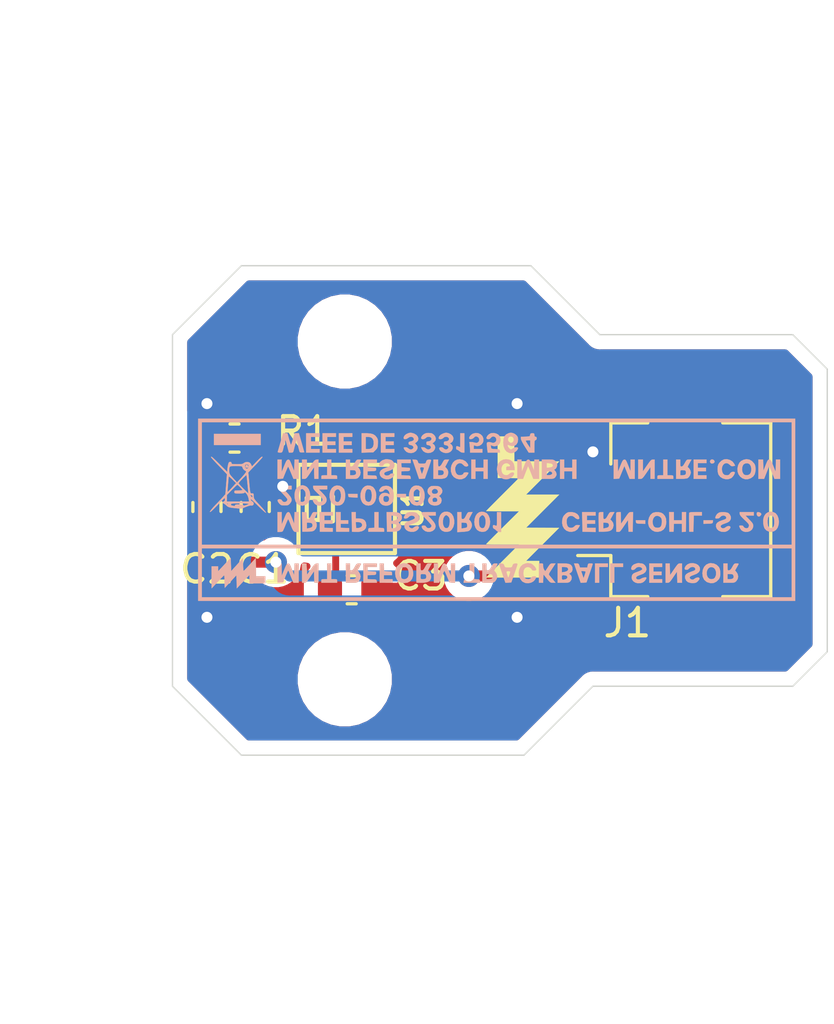
<source format=kicad_pcb>
(kicad_pcb (version 20171130) (host pcbnew 5.1.6+dfsg1-1)

  (general
    (thickness 1)
    (drawings 14)
    (tracks 49)
    (zones 0)
    (modules 10)
    (nets 10)
  )

  (page A4)
  (layers
    (0 F.Cu signal)
    (31 B.Cu signal)
    (32 B.Adhes user)
    (33 F.Adhes user)
    (34 B.Paste user)
    (35 F.Paste user)
    (36 B.SilkS user)
    (37 F.SilkS user)
    (38 B.Mask user)
    (39 F.Mask user)
    (40 Dwgs.User user)
    (41 Cmts.User user)
    (42 Eco1.User user)
    (43 Eco2.User user)
    (44 Edge.Cuts user)
    (45 Margin user)
    (46 B.CrtYd user)
    (47 F.CrtYd user)
    (48 B.Fab user hide)
    (49 F.Fab user hide)
  )

  (setup
    (last_trace_width 0.25)
    (trace_clearance 0.2)
    (zone_clearance 0.508)
    (zone_45_only no)
    (trace_min 0.2)
    (via_size 0.8)
    (via_drill 0.4)
    (via_min_size 0.4)
    (via_min_drill 0.3)
    (uvia_size 0.3)
    (uvia_drill 0.1)
    (uvias_allowed no)
    (uvia_min_size 0.2)
    (uvia_min_drill 0.1)
    (edge_width 0.05)
    (segment_width 0.2)
    (pcb_text_width 0.3)
    (pcb_text_size 1.5 1.5)
    (mod_edge_width 0.12)
    (mod_text_size 1 1)
    (mod_text_width 0.15)
    (pad_size 2.4 2.4)
    (pad_drill 2.4)
    (pad_to_mask_clearance 0.051)
    (solder_mask_min_width 0.25)
    (aux_axis_origin 0 0)
    (visible_elements FFFFFF7F)
    (pcbplotparams
      (layerselection 0x010fc_ffffffff)
      (usegerberextensions false)
      (usegerberattributes false)
      (usegerberadvancedattributes false)
      (creategerberjobfile false)
      (excludeedgelayer true)
      (linewidth 0.100000)
      (plotframeref false)
      (viasonmask false)
      (mode 1)
      (useauxorigin false)
      (hpglpennumber 1)
      (hpglpenspeed 20)
      (hpglpendiameter 15.000000)
      (psnegative false)
      (psa4output false)
      (plotreference true)
      (plotvalue false)
      (plotinvisibletext false)
      (padsonsilk false)
      (subtractmaskfromsilk false)
      (outputformat 1)
      (mirror false)
      (drillshape 0)
      (scaleselection 1)
      (outputdirectory "reform2-trackball-sensor-r1/"))
  )

  (net 0 "")
  (net 1 GND)
  (net 2 +3V3)
  (net 3 "Net-(C3-Pad1)")
  (net 4 /MOTION)
  (net 5 /SDA)
  (net 6 /SCL)
  (net 7 "Net-(R1-Pad2)")
  (net 8 "Net-(U1-Pad9)")
  (net 9 "Net-(J1-Pad2)")

  (net_class Default "This is the default net class."
    (clearance 0.2)
    (trace_width 0.25)
    (via_dia 0.8)
    (via_drill 0.4)
    (uvia_dia 0.3)
    (uvia_drill 0.1)
    (add_net /MOTION)
    (add_net /SCL)
    (add_net /SDA)
    (add_net "Net-(C3-Pad1)")
    (add_net "Net-(J1-Pad2)")
    (add_net "Net-(R1-Pad2)")
    (add_net "Net-(U1-Pad9)")
  )

  (net_class PWR ""
    (clearance 0.2)
    (trace_width 0.4)
    (via_dia 0.8)
    (via_drill 0.4)
    (uvia_dia 0.3)
    (uvia_drill 0.1)
    (add_net +3V3)
    (add_net GND)
  )

  (module footprints-sensor:reform2-trackball-sensor-badge (layer B.Cu) (tedit 0) (tstamp 5E55B0D6)
    (at 155.25 81.6)
    (path /5E56C48B)
    (fp_text reference H8 (at 0 0) (layer B.SilkS) hide
      (effects (font (size 1.524 1.524) (thickness 0.3)) (justify mirror))
    )
    (fp_text value LOGO (at 0.75 0) (layer B.SilkS) hide
      (effects (font (size 1.524 1.524) (thickness 0.3)) (justify mirror))
    )
    (fp_poly (pts (xy 10.837334 -3.302) (xy -10.816166 -3.302) (xy -10.816166 1.27) (xy -10.689166 1.27)
      (xy -10.689166 -3.175) (xy 10.710334 -3.175) (xy 10.710334 1.27) (xy -10.689166 1.27)
      (xy -10.816166 1.27) (xy -10.816166 3.175) (xy -10.689166 3.175) (xy -10.689166 1.397)
      (xy 10.710334 1.397) (xy 10.710334 3.175) (xy -10.689166 3.175) (xy -10.816166 3.175)
      (xy -10.816166 3.302) (xy 10.837334 3.302) (xy 10.837334 -3.302)) (layer B.SilkS) (width 0.01))
    (fp_poly (pts (xy -2.99854 -2.077776) (xy -2.923207 -2.127585) (xy -2.911692 -2.140177) (xy -2.866774 -2.216317)
      (xy -2.863793 -2.28782) (xy -2.902758 -2.354203) (xy -2.907575 -2.359165) (xy -2.95765 -2.40924)
      (xy -2.896991 -2.454087) (xy -2.847107 -2.512042) (xy -2.833164 -2.578969) (xy -2.852197 -2.647155)
      (xy -2.901241 -2.708888) (xy -2.977329 -2.756455) (xy -3.018838 -2.770973) (xy -3.081256 -2.786786)
      (xy -3.124589 -2.790387) (xy -3.170245 -2.781907) (xy -3.204225 -2.772104) (xy -3.275694 -2.737535)
      (xy -3.33235 -2.686313) (xy -3.362993 -2.629668) (xy -3.3655 -2.610393) (xy -3.356636 -2.573572)
      (xy -3.322028 -2.561527) (xy -3.308656 -2.561166) (xy -3.251738 -2.575564) (xy -3.203933 -2.606145)
      (xy -3.144215 -2.641548) (xy -3.08003 -2.648706) (xy -3.026229 -2.627113) (xy -3.012609 -2.612683)
      (xy -2.989345 -2.558694) (xy -3.006288 -2.516651) (xy -3.062747 -2.487569) (xy -3.104004 -2.478458)
      (xy -3.157932 -2.465469) (xy -3.1812 -2.444009) (xy -3.185583 -2.41264) (xy -3.178075 -2.375066)
      (xy -3.147494 -2.35618) (xy -3.113692 -2.3495) (xy -3.057692 -2.331936) (xy -3.019816 -2.30376)
      (xy -3.01855 -2.301875) (xy -3.006782 -2.254893) (xy -3.026514 -2.216361) (xy -3.067049 -2.191332)
      (xy -3.117691 -2.184859) (xy -3.167743 -2.201994) (xy -3.189367 -2.221182) (xy -3.246723 -2.257523)
      (xy -3.296121 -2.264833) (xy -3.344277 -2.261626) (xy -3.361656 -2.246535) (xy -3.350567 -2.211356)
      (xy -3.3241 -2.165444) (xy -3.262688 -2.101938) (xy -3.180087 -2.065676) (xy -3.088102 -2.057381)
      (xy -2.99854 -2.077776)) (layer B.SilkS) (width 0.01))
    (fp_poly (pts (xy -2.397607 -2.0672) (xy -2.313015 -2.105362) (xy -2.284391 -2.128791) (xy -2.23488 -2.197779)
      (xy -2.221512 -2.269501) (xy -2.244672 -2.334975) (xy -2.274279 -2.36599) (xy -2.326059 -2.40672)
      (xy -2.263696 -2.452827) (xy -2.212447 -2.512957) (xy -2.198985 -2.584513) (xy -2.223326 -2.659807)
      (xy -2.263205 -2.710961) (xy -2.311455 -2.750387) (xy -2.35485 -2.771835) (xy -2.363747 -2.773122)
      (xy -2.418522 -2.777688) (xy -2.44475 -2.782001) (xy -2.494135 -2.783005) (xy -2.55658 -2.773784)
      (xy -2.560832 -2.772788) (xy -2.628858 -2.742354) (xy -2.687207 -2.692335) (xy -2.723884 -2.634784)
      (xy -2.7305 -2.602319) (xy -2.714028 -2.571232) (xy -2.67373 -2.559469) (xy -2.623285 -2.566716)
      (xy -2.576371 -2.592661) (xy -2.56328 -2.606145) (xy -2.516604 -2.639064) (xy -2.45864 -2.648903)
      (xy -2.40269 -2.637869) (xy -2.362059 -2.608169) (xy -2.3495 -2.57067) (xy -2.368353 -2.525278)
      (xy -2.415662 -2.490499) (xy -2.477553 -2.4765) (xy -2.478012 -2.4765) (xy -2.522274 -2.4709)
      (xy -2.538317 -2.445098) (xy -2.54 -2.414341) (xy -2.534169 -2.370137) (xy -2.507886 -2.351007)
      (xy -2.473343 -2.345549) (xy -2.418983 -2.329754) (xy -2.383493 -2.301875) (xy -2.371776 -2.254866)
      (xy -2.391554 -2.216326) (xy -2.432124 -2.191308) (xy -2.482785 -2.184867) (xy -2.532835 -2.202055)
      (xy -2.554367 -2.221182) (xy -2.611745 -2.257529) (xy -2.661181 -2.264833) (xy -2.730621 -2.264833)
      (xy -2.703429 -2.198193) (xy -2.653371 -2.126462) (xy -2.578543 -2.079531) (xy -2.489703 -2.059183)
      (xy -2.397607 -2.0672)) (layer B.SilkS) (width 0.01))
    (fp_poly (pts (xy -1.760374 -2.062972) (xy -1.76016 -2.063019) (xy -1.681145 -2.095987) (xy -1.623766 -2.149863)
      (xy -1.591668 -2.215497) (xy -1.588497 -2.28374) (xy -1.617898 -2.34544) (xy -1.639409 -2.366092)
      (xy -1.691319 -2.406924) (xy -1.638838 -2.435011) (xy -1.589177 -2.483692) (xy -1.563818 -2.556057)
      (xy -1.563931 -2.614083) (xy -1.592102 -2.676729) (xy -1.650441 -2.732633) (xy -1.727013 -2.770663)
      (xy -1.734095 -2.772747) (xy -1.792843 -2.787648) (xy -1.835129 -2.790801) (xy -1.880647 -2.781176)
      (xy -1.93675 -2.762116) (xy -2.018336 -2.720131) (xy -2.073872 -2.664755) (xy -2.095454 -2.604001)
      (xy -2.0955 -2.601155) (xy -2.079001 -2.570807) (xy -2.03867 -2.559538) (xy -1.988256 -2.566936)
      (xy -1.941507 -2.59259) (xy -1.92828 -2.606145) (xy -1.879159 -2.641357) (xy -1.82037 -2.650157)
      (xy -1.764855 -2.635381) (xy -1.725562 -2.599865) (xy -1.7145 -2.559319) (xy -1.733653 -2.516611)
      (xy -1.784078 -2.486881) (xy -1.850692 -2.4765) (xy -1.88973 -2.469733) (xy -1.903792 -2.440785)
      (xy -1.905 -2.414341) (xy -1.899169 -2.370137) (xy -1.872886 -2.351007) (xy -1.838343 -2.345549)
      (xy -1.776114 -2.326361) (xy -1.741656 -2.289076) (xy -1.741327 -2.242025) (xy -1.748493 -2.227791)
      (xy -1.790959 -2.192491) (xy -1.845554 -2.184438) (xy -1.894518 -2.204363) (xy -1.909094 -2.22119)
      (xy -1.944903 -2.252259) (xy -1.993374 -2.26637) (xy -2.039937 -2.263152) (xy -2.070022 -2.242235)
      (xy -2.074333 -2.225386) (xy -2.054918 -2.166619) (xy -2.003529 -2.115679) (xy -1.930452 -2.077881)
      (xy -1.845972 -2.05854) (xy -1.760374 -2.062972)) (layer B.SilkS) (width 0.01))
    (fp_poly (pts (xy -0.508 -2.201333) (xy -0.8255 -2.201333) (xy -0.8255 -2.276161) (xy -0.823027 -2.324516)
      (xy -0.811221 -2.339131) (xy -0.784558 -2.329078) (xy -0.704413 -2.307887) (xy -0.622342 -2.32158)
      (xy -0.548989 -2.364613) (xy -0.494996 -2.431443) (xy -0.474172 -2.490714) (xy -0.474737 -2.586518)
      (xy -0.509492 -2.668642) (xy -0.571193 -2.732091) (xy -0.652597 -2.771871) (xy -0.746461 -2.782989)
      (xy -0.845542 -2.760451) (xy -0.857681 -2.755135) (xy -0.916833 -2.716599) (xy -0.962499 -2.666894)
      (xy -0.986717 -2.617075) (xy -0.98327 -2.580747) (xy -0.949409 -2.561172) (xy -0.898358 -2.566155)
      (xy -0.844849 -2.592446) (xy -0.817529 -2.617288) (xy -0.774927 -2.655746) (xy -0.732315 -2.663039)
      (xy -0.713322 -2.659371) (xy -0.653605 -2.625102) (xy -0.621988 -2.566513) (xy -0.622867 -2.506889)
      (xy -0.655548 -2.449401) (xy -0.712501 -2.423378) (xy -0.786387 -2.432123) (xy -0.787825 -2.432619)
      (xy -0.856589 -2.449375) (xy -0.91634 -2.455333) (xy -0.979697 -2.455333) (xy -0.966098 -2.325228)
      (xy -0.958678 -2.244379) (xy -0.953739 -2.171692) (xy -0.9525 -2.134728) (xy -0.9525 -2.074333)
      (xy -0.508 -2.074333) (xy -0.508 -2.201333)) (layer B.SilkS) (width 0.01))
    (fp_poly (pts (xy 0.123114 -2.132541) (xy 0.117636 -2.162628) (xy 0.103506 -2.180502) (xy 0.071253 -2.189972)
      (xy 0.011402 -2.194849) (xy -0.037041 -2.196968) (xy -0.129392 -2.204204) (xy -0.180143 -2.216714)
      (xy -0.190789 -2.228718) (xy -0.196214 -2.268292) (xy -0.204469 -2.304277) (xy -0.210478 -2.33908)
      (xy -0.194403 -2.340918) (xy -0.173822 -2.330735) (xy -0.086827 -2.304863) (xy -0.002013 -2.314709)
      (xy 0.071465 -2.354941) (xy 0.12445 -2.420226) (xy 0.147787 -2.505231) (xy 0.148167 -2.518256)
      (xy 0.140464 -2.590819) (xy 0.121515 -2.656361) (xy 0.117415 -2.665069) (xy 0.065046 -2.724142)
      (xy -0.014111 -2.76457) (xy -0.10702 -2.782066) (xy -0.200646 -2.772345) (xy -0.205043 -2.771088)
      (xy -0.269405 -2.737571) (xy -0.323777 -2.684607) (xy -0.355901 -2.625693) (xy -0.359833 -2.600645)
      (xy -0.34345 -2.570637) (xy -0.304472 -2.559312) (xy -0.258162 -2.566403) (xy -0.219781 -2.591639)
      (xy -0.2118 -2.60325) (xy -0.167763 -2.646973) (xy -0.108482 -2.660875) (xy -0.050714 -2.641886)
      (xy -0.04148 -2.634478) (xy -0.004338 -2.578788) (xy -0.000941 -2.519885) (xy -0.025062 -2.467739)
      (xy -0.070472 -2.432317) (xy -0.130946 -2.423586) (xy -0.167183 -2.433275) (xy -0.232778 -2.449792)
      (xy -0.288766 -2.451667) (xy -0.324433 -2.445008) (xy -0.341448 -2.428011) (xy -0.345422 -2.389062)
      (xy -0.343247 -2.338916) (xy -0.337043 -2.256773) (xy -0.32864 -2.17696) (xy -0.325511 -2.153708)
      (xy -0.313779 -2.074333) (xy 0.129812 -2.074333) (xy 0.123114 -2.132541)) (layer B.SilkS) (width 0.01))
    (fp_poly (pts (xy 0.612585 -2.067442) (xy 0.684909 -2.104457) (xy 0.744135 -2.155489) (xy 0.778713 -2.211816)
      (xy 0.783167 -2.237793) (xy 0.765931 -2.258843) (xy 0.723215 -2.264466) (xy 0.668505 -2.25578)
      (xy 0.615288 -2.233899) (xy 0.598443 -2.2225) (xy 0.555527 -2.193041) (xy 0.525976 -2.180187)
      (xy 0.52535 -2.180166) (xy 0.491326 -2.196689) (xy 0.451138 -2.236337) (xy 0.41727 -2.284228)
      (xy 0.402203 -2.325481) (xy 0.402167 -2.327028) (xy 0.404753 -2.353825) (xy 0.419987 -2.358626)
      (xy 0.459077 -2.342798) (xy 0.473895 -2.335776) (xy 0.568391 -2.309758) (xy 0.652984 -2.321666)
      (xy 0.721257 -2.367235) (xy 0.76679 -2.442202) (xy 0.783167 -2.541226) (xy 0.777864 -2.612624)
      (xy 0.756682 -2.663241) (xy 0.720939 -2.704804) (xy 0.663532 -2.748921) (xy 0.601811 -2.777878)
      (xy 0.591293 -2.780516) (xy 0.54051 -2.789877) (xy 0.506465 -2.790395) (xy 0.46596 -2.780856)
      (xy 0.437855 -2.772482) (xy 0.353361 -2.731506) (xy 0.29537 -2.665089) (xy 0.261732 -2.569331)
      (xy 0.259595 -2.545221) (xy 0.413551 -2.545221) (xy 0.421963 -2.58931) (xy 0.460967 -2.645135)
      (xy 0.515775 -2.66534) (xy 0.576108 -2.647413) (xy 0.596292 -2.631969) (xy 0.628448 -2.58174)
      (xy 0.63204 -2.525332) (xy 0.612639 -2.473041) (xy 0.575817 -2.435165) (xy 0.527142 -2.422002)
      (xy 0.488738 -2.433147) (xy 0.432915 -2.482057) (xy 0.413551 -2.545221) (xy 0.259595 -2.545221)
      (xy 0.250293 -2.440333) (xy 0.250265 -2.432519) (xy 0.264668 -2.299389) (xy 0.30598 -2.191241)
      (xy 0.371358 -2.111816) (xy 0.457958 -2.064855) (xy 0.538709 -2.053166) (xy 0.612585 -2.067442)) (layer B.SilkS) (width 0.01))
    (fp_poly (pts (xy -7.404628 -2.076473) (xy -7.378899 -2.089772) (xy -7.362653 -2.124549) (xy -7.347737 -2.185458)
      (xy -7.326789 -2.271048) (xy -7.300403 -2.369069) (xy -7.284635 -2.423583) (xy -7.246532 -2.550583)
      (xy -7.197486 -2.335398) (xy -7.175647 -2.243409) (xy -7.15564 -2.165967) (xy -7.140125 -2.113004)
      (xy -7.133357 -2.095808) (xy -7.104045 -2.081199) (xy -7.052165 -2.077587) (xy -7.044355 -2.07816)
      (xy -6.970435 -2.084916) (xy -7.067676 -2.428849) (xy -7.164916 -2.772782) (xy -7.241236 -2.772808)
      (xy -7.317555 -2.772833) (xy -7.378682 -2.561166) (xy -7.405028 -2.473786) (xy -7.428198 -2.403958)
      (xy -7.445247 -2.360161) (xy -7.452201 -2.3495) (xy -7.462638 -2.368535) (xy -7.481093 -2.419965)
      (xy -7.504689 -2.495279) (xy -7.523708 -2.561166) (xy -7.582823 -2.772833) (xy -7.65962 -2.772736)
      (xy -7.736416 -2.772639) (xy -7.829234 -2.449944) (xy -7.861584 -2.337975) (xy -7.890327 -2.23943)
      (xy -7.913222 -2.161919) (xy -7.928027 -2.113052) (xy -7.93204 -2.100791) (xy -7.92378 -2.08255)
      (xy -7.878674 -2.074795) (xy -7.855914 -2.074333) (xy -7.820558 -2.074467) (xy -7.79461 -2.078932)
      (xy -7.774899 -2.093816) (xy -7.758257 -2.12521) (xy -7.741512 -2.179205) (xy -7.721495 -2.261891)
      (xy -7.695037 -2.379359) (xy -7.693424 -2.386541) (xy -7.676111 -2.460266) (xy -7.661925 -2.514626)
      (xy -7.65355 -2.539448) (xy -7.652915 -2.54) (xy -7.645548 -2.520844) (xy -7.630078 -2.468814)
      (xy -7.608837 -2.392059) (xy -7.586345 -2.307166) (xy -7.525799 -2.074333) (xy -7.449268 -2.074333)
      (xy -7.404628 -2.076473)) (layer B.SilkS) (width 0.01))
    (fp_poly (pts (xy -6.4135 -2.201333) (xy -6.731 -2.201333) (xy -6.731 -2.3495) (xy -6.434666 -2.3495)
      (xy -6.434666 -2.4765) (xy -6.731 -2.4765) (xy -6.731 -2.645833) (xy -6.4135 -2.645833)
      (xy -6.4135 -2.772833) (xy -6.900333 -2.772833) (xy -6.900333 -2.074333) (xy -6.4135 -2.074333)
      (xy -6.4135 -2.201333)) (layer B.SilkS) (width 0.01))
    (fp_poly (pts (xy -5.820833 -2.201333) (xy -6.138333 -2.201333) (xy -6.138333 -2.3495) (xy -5.842 -2.3495)
      (xy -5.842 -2.4765) (xy -6.138333 -2.4765) (xy -6.138333 -2.645833) (xy -5.820833 -2.645833)
      (xy -5.820833 -2.772833) (xy -6.307666 -2.772833) (xy -6.307666 -2.074333) (xy -5.820833 -2.074333)
      (xy -5.820833 -2.201333)) (layer B.SilkS) (width 0.01))
    (fp_poly (pts (xy -5.228166 -2.201333) (xy -5.545666 -2.201333) (xy -5.545666 -2.3495) (xy -5.249333 -2.3495)
      (xy -5.249333 -2.4765) (xy -5.545666 -2.4765) (xy -5.545666 -2.645833) (xy -5.228166 -2.645833)
      (xy -5.228166 -2.772833) (xy -5.715 -2.772833) (xy -5.715 -2.074333) (xy -5.228166 -2.074333)
      (xy -5.228166 -2.201333)) (layer B.SilkS) (width 0.01))
    (fp_poly (pts (xy -4.466788 -2.084916) (xy -4.387517 -2.164229) (xy -4.345925 -2.208668) (xy -4.321434 -2.247659)
      (xy -4.308682 -2.295587) (xy -4.302309 -2.366833) (xy -4.300734 -2.397063) (xy -4.298538 -2.482543)
      (xy -4.303946 -2.540556) (xy -4.319669 -2.585685) (xy -4.343074 -2.624666) (xy -4.402134 -2.6933)
      (xy -4.475353 -2.738621) (xy -4.571128 -2.763976) (xy -4.69786 -2.77271) (xy -4.714875 -2.7728)
      (xy -4.8895 -2.772833) (xy -4.8895 -2.201333) (xy -4.741333 -2.201333) (xy -4.741333 -2.645833)
      (xy -4.668246 -2.645833) (xy -4.600626 -2.638697) (xy -4.542676 -2.62192) (xy -4.486586 -2.5741)
      (xy -4.454637 -2.496121) (xy -4.449111 -2.394077) (xy -4.450772 -2.376442) (xy -4.473559 -2.287122)
      (xy -4.520593 -2.231127) (xy -4.596146 -2.204672) (xy -4.648428 -2.201333) (xy -4.741333 -2.201333)
      (xy -4.8895 -2.201333) (xy -4.8895 -2.070366) (xy -4.466788 -2.084916)) (layer B.SilkS) (width 0.01))
    (fp_poly (pts (xy -3.704166 -2.201333) (xy -4.021666 -2.201333) (xy -4.021666 -2.3495) (xy -3.725333 -2.3495)
      (xy -3.725333 -2.4765) (xy -4.021666 -2.4765) (xy -4.021666 -2.645833) (xy -3.704166 -2.645833)
      (xy -3.704166 -2.772833) (xy -4.191 -2.772833) (xy -4.191 -2.074333) (xy -3.704166 -2.074333)
      (xy -3.704166 -2.201333)) (layer B.SilkS) (width 0.01))
    (fp_poly (pts (xy -1.164166 -2.772833) (xy -1.312333 -2.772833) (xy -1.312333 -2.265881) (xy -1.366628 -2.286523)
      (xy -1.422882 -2.304049) (xy -1.45089 -2.297881) (xy -1.460026 -2.263741) (xy -1.4605 -2.243666)
      (xy -1.45148 -2.193901) (xy -1.427788 -2.180166) (xy -1.391581 -2.166107) (xy -1.346832 -2.131802)
      (xy -1.342159 -2.12725) (xy -1.277382 -2.084644) (xy -1.226704 -2.074333) (xy -1.164166 -2.074333)
      (xy -1.164166 -2.772833)) (layer B.SilkS) (width 0.01))
    (fp_poly (pts (xy 1.375834 -2.294114) (xy 1.376471 -2.393148) (xy 1.379353 -2.457773) (xy 1.38593 -2.495907)
      (xy 1.397655 -2.515468) (xy 1.415979 -2.524373) (xy 1.418167 -2.524966) (xy 1.453206 -2.552486)
      (xy 1.4605 -2.590935) (xy 1.451331 -2.633412) (xy 1.419128 -2.645828) (xy 1.418167 -2.645833)
      (xy 1.38718 -2.655812) (xy 1.37627 -2.692941) (xy 1.375834 -2.709333) (xy 1.371578 -2.75228)
      (xy 1.35019 -2.769678) (xy 1.303156 -2.772833) (xy 1.252933 -2.768262) (xy 1.230667 -2.74771)
      (xy 1.223781 -2.714625) (xy 1.218613 -2.685326) (xy 1.205352 -2.667581) (xy 1.174862 -2.657942)
      (xy 1.118007 -2.652964) (xy 1.053042 -2.650234) (xy 0.889 -2.644052) (xy 0.889 -2.582511)
      (xy 0.90205 -2.531507) (xy 0.915529 -2.502958) (xy 1.058401 -2.502958) (xy 1.077145 -2.512901)
      (xy 1.124051 -2.518429) (xy 1.143 -2.518833) (xy 1.227667 -2.518833) (xy 1.227599 -2.375958)
      (xy 1.227532 -2.233083) (xy 1.143 -2.360083) (xy 1.101502 -2.424473) (xy 1.071326 -2.475192)
      (xy 1.058499 -2.502064) (xy 1.058401 -2.502958) (xy 0.915529 -2.502958) (xy 0.940108 -2.450899)
      (xy 1.001539 -2.343985) (xy 1.030351 -2.297652) (xy 1.171702 -2.074333) (xy 1.375834 -2.074333)
      (xy 1.375834 -2.294114)) (layer B.SilkS) (width 0.01))
    (fp_poly (pts (xy -8.551333 -2.751666) (xy -10.244666 -2.751666) (xy -10.244666 -2.3495) (xy -8.551333 -2.3495)
      (xy -8.551333 -2.751666)) (layer B.SilkS) (width 0.01))
    (fp_poly (pts (xy -8.374725 0.079597) (xy -8.413014 0.029601) (xy -8.470617 -0.038536) (xy -8.542454 -0.118693)
      (xy -8.583083 -0.162388) (xy -8.667935 -0.253046) (xy -8.727888 -0.319546) (xy -8.767259 -0.36836)
      (xy -8.790368 -0.405963) (xy -8.801533 -0.438831) (xy -8.805072 -0.473436) (xy -8.805333 -0.495578)
      (xy -8.807161 -0.5549) (xy -8.817387 -0.583272) (xy -8.843127 -0.592062) (xy -8.866106 -0.592666)
      (xy -8.887536 -0.592713) (xy -8.904135 -0.596241) (xy -8.917074 -0.608333) (xy -8.927524 -0.634074)
      (xy -8.936656 -0.678545) (xy -8.945642 -0.746831) (xy -8.955651 -0.844014) (xy -8.967857 -0.975177)
      (xy -8.976794 -1.073105) (xy -9.002332 -1.35246) (xy -8.745083 -1.620187) (xy -8.661574 -1.708138)
      (xy -8.589383 -1.786156) (xy -8.533257 -1.848947) (xy -8.497943 -1.891219) (xy -8.487833 -1.907041)
      (xy -8.493873 -1.923697) (xy -8.514224 -1.918773) (xy -8.552235 -1.889695) (xy -8.611252 -1.83389)
      (xy -8.694623 -1.748786) (xy -8.697093 -1.746214) (xy -8.869854 -1.566262) (xy -8.891343 -1.622781)
      (xy -8.920207 -1.675127) (xy -8.94904 -1.70681) (xy -9.012827 -1.731816) (xy -9.08735 -1.729107)
      (xy -9.152503 -1.699965) (xy -9.16029 -1.693333) (xy -9.187912 -1.673053) (xy -9.224411 -1.660386)
      (xy -9.279595 -1.653653) (xy -9.363272 -1.651175) (xy -9.407698 -1.651) (xy -9.501401 -1.651634)
      (xy -9.560612 -1.654631) (xy -9.593169 -1.661633) (xy -9.606908 -1.674284) (xy -9.609666 -1.693333)
      (xy -9.623046 -1.727348) (xy -9.658948 -1.735666) (xy -9.689848 -1.729476) (xy -9.710513 -1.704205)
      (xy -9.727874 -1.649802) (xy -9.733031 -1.628218) (xy -9.73923 -1.594847) (xy -9.122684 -1.594847)
      (xy -9.109285 -1.636221) (xy -9.10775 -1.63786) (xy -9.077269 -1.647131) (xy -9.038959 -1.64668)
      (xy -8.999507 -1.633678) (xy -8.985941 -1.59845) (xy -8.98525 -1.579223) (xy -8.998031 -1.522311)
      (xy -9.03 -1.490298) (xy -9.071597 -1.490339) (xy -9.089309 -1.50136) (xy -9.115019 -1.54245)
      (xy -9.122684 -1.594847) (xy -9.73923 -1.594847) (xy -9.74794 -1.547967) (xy -9.756784 -1.470104)
      (xy -9.757833 -1.443304) (xy -9.757833 -1.41031) (xy -9.694333 -1.41031) (xy -9.693489 -1.485915)
      (xy -9.686184 -1.536223) (xy -9.665256 -1.566386) (xy -9.623546 -1.581552) (xy -9.553893 -1.586873)
      (xy -9.449135 -1.5875) (xy -9.447988 -1.5875) (xy -9.347582 -1.586656) (xy -9.281768 -1.583302)
      (xy -9.242821 -1.576206) (xy -9.22302 -1.564136) (xy -9.215892 -1.550458) (xy -9.186885 -1.481116)
      (xy -9.147751 -1.440527) (xy -9.126799 -1.429197) (xy -9.08746 -1.403945) (xy -9.072533 -1.385603)
      (xy -9.0827 -1.362073) (xy -9.116862 -1.31484) (xy -9.169683 -1.25073) (xy -9.235827 -1.176565)
      (xy -9.236781 -1.175532) (xy -9.409807 -0.988335) (xy -9.55207 -1.144209) (xy -9.617125 -1.216586)
      (xy -9.658555 -1.268021) (xy -9.681679 -1.308464) (xy -9.691818 -1.347865) (xy -9.69429 -1.396175)
      (xy -9.694333 -1.41031) (xy -9.757833 -1.41031) (xy -9.757833 -1.365838) (xy -10.038575 -1.646002)
      (xy -10.143536 -1.750184) (xy -10.222511 -1.826935) (xy -10.279005 -1.879194) (xy -10.316526 -1.909899)
      (xy -10.33858 -1.921988) (xy -10.348671 -1.918401) (xy -10.3505 -1.907439) (xy -10.336455 -1.887103)
      (xy -10.297308 -1.841431) (xy -10.237542 -1.775365) (xy -10.16164 -1.693848) (xy -10.074083 -1.601825)
      (xy -10.061774 -1.589033) (xy -9.773049 -1.289354) (xy -9.801229 -0.925573) (xy -9.821258 -0.667014)
      (xy -9.754053 -0.667014) (xy -9.752201 -0.724228) (xy -9.746981 -0.806481) (xy -9.738828 -0.905231)
      (xy -9.738667 -0.90699) (xy -9.729599 -1.009422) (xy -9.722195 -1.098871) (xy -9.717236 -1.1655)
      (xy -9.7155 -1.198947) (xy -9.704934 -1.207801) (xy -9.671972 -1.187437) (xy -9.614723 -1.136507)
      (xy -9.57896 -1.101701) (xy -9.442421 -0.966375) (xy -9.446289 -0.962084) (xy -9.355666 -0.962084)
      (xy -9.342241 -0.983823) (xy -9.307056 -1.025649) (xy -9.257743 -1.079674) (xy -9.201937 -1.138006)
      (xy -9.147272 -1.192757) (xy -9.101382 -1.236037) (xy -9.071901 -1.259956) (xy -9.065462 -1.262017)
      (xy -9.061209 -1.239714) (xy -9.053923 -1.182632) (xy -9.04445 -1.098146) (xy -9.033634 -0.993631)
      (xy -9.027319 -0.929242) (xy -9.016524 -0.816447) (xy -9.007326 -0.719234) (xy -9.000424 -0.645073)
      (xy -8.996516 -0.601435) (xy -8.995896 -0.593133) (xy -9.009826 -0.603119) (xy -9.047836 -0.637753)
      (xy -9.104182 -0.691638) (xy -9.173117 -0.759382) (xy -9.17575 -0.762) (xy -9.245656 -0.83321)
      (xy -9.302888 -0.894685) (xy -9.34153 -0.939845) (xy -9.355666 -0.962084) (xy -9.446289 -0.962084)
      (xy -9.592396 -0.800011) (xy -9.654579 -0.732838) (xy -9.706102 -0.680569) (xy -9.740761 -0.649289)
      (xy -9.752103 -0.64338) (xy -9.754053 -0.667014) (xy -9.821258 -0.667014) (xy -9.82941 -0.561792)
      (xy -9.914539 -0.466104) (xy -9.962679 -0.41336) (xy -10.031328 -0.33992) (xy -10.111437 -0.25539)
      (xy -10.193958 -0.169379) (xy -10.196251 -0.167006) (xy -10.269187 -0.088645) (xy -10.329835 -0.017978)
      (xy -10.372628 0.038096) (xy -10.392004 0.072678) (xy -10.392579 0.076411) (xy -10.37901 0.078183)
      (xy -10.338475 0.047818) (xy -10.270892 -0.014757) (xy -10.176179 -0.109615) (xy -10.118471 -0.169333)
      (xy -10.022849 -0.268868) (xy -9.952537 -0.340828) (xy -9.903625 -0.388273) (xy -9.872203 -0.414259)
      (xy -9.85436 -0.421844) (xy -9.846187 -0.414085) (xy -9.843773 -0.394041) (xy -9.843559 -0.38431)
      (xy -9.850014 -0.330659) (xy -9.875485 -0.305504) (xy -9.884833 -0.302466) (xy -9.894516 -0.296333)
      (xy -9.779 -0.296333) (xy -9.779 -0.534617) (xy -9.595253 -0.722392) (xy -9.524184 -0.794014)
      (xy -9.463737 -0.853045) (xy -9.420003 -0.89367) (xy -9.399072 -0.910074) (xy -9.398576 -0.910166)
      (xy -9.378032 -0.896227) (xy -9.337831 -0.860042) (xy -9.296574 -0.819407) (xy -9.249225 -0.76884)
      (xy -9.216921 -0.729899) (xy -9.2075 -0.713573) (xy -9.226877 -0.706144) (xy -9.277869 -0.70076)
      (xy -9.349771 -0.698511) (xy -9.355666 -0.6985) (xy -9.433075 -0.697721) (xy -9.477378 -0.693191)
      (xy -9.497799 -0.681613) (xy -9.503563 -0.659693) (xy -9.503833 -0.645583) (xy -9.502181 -0.619958)
      (xy -9.491638 -0.604319) (xy -9.463822 -0.596201) (xy -9.410352 -0.593138) (xy -9.323916 -0.592666)
      (xy -9.236298 -0.595007) (xy -9.17425 -0.601446) (xy -9.145225 -0.611105) (xy -9.144 -0.613833)
      (xy -9.13333 -0.634724) (xy -9.104928 -0.622982) (xy -9.064207 -0.581421) (xy -9.052367 -0.566208)
      (xy -9.02595 -0.517483) (xy -8.925872 -0.517483) (xy -8.920335 -0.528011) (xy -8.89328 -0.529166)
      (xy -8.855782 -0.515872) (xy -8.847666 -0.486833) (xy -8.85074 -0.452375) (xy -8.854969 -0.4445)
      (xy -8.872843 -0.458301) (xy -8.900583 -0.486833) (xy -8.925872 -0.517483) (xy -9.02595 -0.517483)
      (xy -9.017046 -0.501062) (xy -8.991142 -0.421629) (xy -8.986493 -0.396875) (xy -8.972073 -0.296333)
      (xy -9.779 -0.296333) (xy -9.894516 -0.296333) (xy -9.916437 -0.282449) (xy -9.927032 -0.254502)
      (xy -9.912962 -0.234696) (xy -9.900708 -0.232649) (xy -9.870853 -0.218924) (xy -9.861219 -0.211666)
      (xy -9.768416 -0.211666) (xy -9.766738 -0.231171) (xy -9.759082 -0.232833) (xy -9.737528 -0.217468)
      (xy -9.736666 -0.211666) (xy -9.743888 -0.19105) (xy -9.746001 -0.1905) (xy -9.630833 -0.1905)
      (xy -9.628812 -0.206518) (xy -9.61863 -0.21789) (xy -9.594112 -0.225407) (xy -9.549082 -0.229865)
      (xy -9.477362 -0.232057) (xy -9.372777 -0.232777) (xy -9.301501 -0.232833) (xy -9.169122 -0.231576)
      (xy -9.07038 -0.227922) (xy -9.007974 -0.222046) (xy -8.984604 -0.214125) (xy -8.984889 -0.21225)
      (xy -9.011619 -0.193872) (xy -9.06338 -0.172472) (xy -9.085184 -0.165429) (xy -9.143327 -0.151036)
      (xy -9.172603 -0.153307) (xy -9.18131 -0.164845) (xy -9.208288 -0.180543) (xy -9.275192 -0.189012)
      (xy -9.336264 -0.1905) (xy -9.415191 -0.188821) (xy -9.460227 -0.18249) (xy -9.479727 -0.169566)
      (xy -9.482666 -0.156485) (xy -9.49529 -0.132579) (xy -9.516148 -0.135318) (xy -9.566769 -0.146598)
      (xy -9.590231 -0.148166) (xy -9.624359 -0.163961) (xy -9.630833 -0.1905) (xy -9.746001 -0.1905)
      (xy -9.764072 -0.205332) (xy -9.768416 -0.211666) (xy -9.861219 -0.211666) (xy -9.824824 -0.184249)
      (xy -9.798885 -0.161016) (xy -9.766134 -0.13169) (xy -9.745356 -0.117605) (xy -9.393609 -0.117605)
      (xy -9.368168 -0.121113) (xy -9.345083 -0.121662) (xy -9.30152 -0.119958) (xy -9.290277 -0.115161)
      (xy -9.297211 -0.112456) (xy -9.348042 -0.108514) (xy -9.381878 -0.112029) (xy -9.393609 -0.117605)
      (xy -9.745356 -0.117605) (xy -9.734058 -0.109947) (xy -9.694983 -0.093758) (xy -9.641235 -0.081096)
      (xy -9.56514 -0.069933) (xy -9.459024 -0.05824) (xy -9.38027 -0.050373) (xy -9.301555 -0.04652)
      (xy -9.23461 -0.050065) (xy -9.200353 -0.057912) (xy -9.109501 -0.096776) (xy -9.025714 -0.1285)
      (xy -8.958156 -0.149985) (xy -8.915991 -0.158131) (xy -8.908027 -0.156809) (xy -8.87474 -0.153234)
      (xy -8.847477 -0.15881) (xy -8.812069 -0.187338) (xy -8.805082 -0.23122) (xy -8.825376 -0.275503)
      (xy -8.85825 -0.300184) (xy -8.893017 -0.325516) (xy -8.911746 -0.355615) (xy -8.90837 -0.377355)
      (xy -8.895597 -0.381) (xy -8.876243 -0.36676) (xy -8.83228 -0.327278) (xy -8.76887 -0.267412)
      (xy -8.691173 -0.192018) (xy -8.62043 -0.122025) (xy -8.536528 -0.040029) (xy -8.46392 0.027674)
      (xy -8.407328 0.076949) (xy -8.371477 0.103658) (xy -8.360833 0.105331) (xy -8.374725 0.079597)) (layer B.SilkS) (width 0.01))
    (fp_poly (pts (xy -3.833601 -1.132365) (xy -3.761918 -1.182852) (xy -3.747635 -1.19928) (xy -3.710677 -1.25688)
      (xy -3.709195 -1.292936) (xy -3.743896 -1.310051) (xy -3.77825 -1.312333) (xy -3.827215 -1.306885)
      (xy -3.851693 -1.29349) (xy -3.852333 -1.290642) (xy -3.870824 -1.265875) (xy -3.915595 -1.246243)
      (xy -3.970593 -1.236858) (xy -4.011021 -1.240125) (xy -4.059044 -1.266468) (xy -4.076526 -1.306546)
      (xy -4.058277 -1.348289) (xy -4.057753 -1.348818) (xy -4.021686 -1.370331) (xy -3.960476 -1.394214)
      (xy -3.91546 -1.407681) (xy -3.840825 -1.434278) (xy -3.775921 -1.469027) (xy -3.751034 -1.488677)
      (xy -3.708555 -1.557834) (xy -3.700286 -1.636856) (xy -3.724009 -1.714046) (xy -3.777505 -1.777704)
      (xy -3.809763 -1.798341) (xy -3.866827 -1.816581) (xy -3.942014 -1.828174) (xy -4.01126 -1.829995)
      (xy -4.03225 -1.827213) (xy -4.137397 -1.792101) (xy -4.20539 -1.740279) (xy -4.223748 -1.712569)
      (xy -4.251366 -1.646777) (xy -4.249362 -1.607665) (xy -4.21592 -1.589993) (xy -4.180416 -1.5875)
      (xy -4.131444 -1.592437) (xy -4.106971 -1.604579) (xy -4.106333 -1.607154) (xy -4.087888 -1.647646)
      (xy -4.04177 -1.676662) (xy -3.981802 -1.691096) (xy -3.921811 -1.687841) (xy -3.875618 -1.663792)
      (xy -3.872027 -1.659809) (xy -3.85607 -1.617495) (xy -3.88146 -1.578303) (xy -3.948553 -1.541874)
      (xy -4.010015 -1.520885) (xy -4.120886 -1.477839) (xy -4.19275 -1.425006) (xy -4.228293 -1.359943)
      (xy -4.233333 -1.317598) (xy -4.214815 -1.23945) (xy -4.165192 -1.177322) (xy -4.093361 -1.133382)
      (xy -4.008221 -1.109798) (xy -3.918668 -1.108736) (xy -3.833601 -1.132365)) (layer B.SilkS) (width 0.01))
    (fp_poly (pts (xy -1.251417 -1.112205) (xy -1.155135 -1.150656) (xy -1.151766 -1.152827) (xy -1.110786 -1.189374)
      (xy -1.067461 -1.241786) (xy -1.032408 -1.295511) (xy -1.016247 -1.335996) (xy -1.016079 -1.338791)
      (xy -1.034816 -1.348734) (xy -1.081716 -1.354262) (xy -1.100666 -1.354666) (xy -1.15369 -1.350306)
      (xy -1.183177 -1.339414) (xy -1.185333 -1.335011) (xy -1.203593 -1.292633) (xy -1.249924 -1.264001)
      (xy -1.311652 -1.251373) (xy -1.376105 -1.257007) (xy -1.430609 -1.283158) (xy -1.438153 -1.289986)
      (xy -1.476224 -1.352193) (xy -1.497158 -1.435584) (xy -1.496752 -1.521036) (xy -1.49301 -1.539735)
      (xy -1.457484 -1.618708) (xy -1.402336 -1.670854) (xy -1.33662 -1.69336) (xy -1.26939 -1.683412)
      (xy -1.2097 -1.638195) (xy -1.203153 -1.629833) (xy -1.14673 -1.579217) (xy -1.084534 -1.568274)
      (xy -1.039292 -1.585738) (xy -1.023169 -1.604288) (xy -1.029248 -1.634519) (xy -1.050624 -1.674623)
      (xy -1.12105 -1.755546) (xy -1.21622 -1.808104) (xy -1.326317 -1.828381) (xy -1.414258 -1.819719)
      (xy -1.505177 -1.779192) (xy -1.576857 -1.707876) (xy -1.62641 -1.61403) (xy -1.650951 -1.505913)
      (xy -1.647592 -1.391782) (xy -1.613447 -1.279898) (xy -1.607327 -1.267373) (xy -1.544633 -1.187743)
      (xy -1.457116 -1.133502) (xy -1.355727 -1.107405) (xy -1.251417 -1.112205)) (layer B.SilkS) (width 0.01))
    (fp_poly (pts (xy 0.442129 -1.118622) (xy 0.514976 -1.153501) (xy 0.580524 -1.20693) (xy 0.626046 -1.26704)
      (xy 0.638515 -1.30175) (xy 0.629658 -1.337822) (xy 0.595317 -1.353287) (xy 0.547049 -1.348035)
      (xy 0.496408 -1.321958) (xy 0.475828 -1.303294) (xy 0.412316 -1.258602) (xy 0.351773 -1.248833)
      (xy 0.272427 -1.267092) (xy 0.214525 -1.318235) (xy 0.181552 -1.396809) (xy 0.176996 -1.497362)
      (xy 0.179574 -1.518123) (xy 0.207516 -1.598302) (xy 0.258439 -1.656775) (xy 0.323125 -1.689261)
      (xy 0.392354 -1.691477) (xy 0.456908 -1.659143) (xy 0.465667 -1.651) (xy 0.501572 -1.60598)
      (xy 0.499361 -1.57878) (xy 0.458188 -1.567145) (xy 0.433917 -1.566333) (xy 0.384143 -1.562793)
      (xy 0.363728 -1.544838) (xy 0.359834 -1.502833) (xy 0.359834 -1.439333) (xy 0.661409 -1.439333)
      (xy 0.651741 -1.555912) (xy 0.625572 -1.668887) (xy 0.568871 -1.754251) (xy 0.508 -1.798324)
      (xy 0.433383 -1.821193) (xy 0.341922 -1.828094) (xy 0.256612 -1.817368) (xy 0.254 -1.816648)
      (xy 0.153179 -1.767845) (xy 0.078906 -1.688205) (xy 0.034044 -1.581976) (xy 0.021167 -1.471083)
      (xy 0.038323 -1.349198) (xy 0.086007 -1.246832) (xy 0.158541 -1.168738) (xy 0.250249 -1.119667)
      (xy 0.355453 -1.104375) (xy 0.442129 -1.118622)) (layer B.SilkS) (width 0.01))
    (fp_poly (pts (xy 7.865708 -1.684567) (xy 7.902827 -1.715194) (xy 7.91179 -1.757321) (xy 7.909314 -1.765762)
      (xy 7.875098 -1.808696) (xy 7.825287 -1.826013) (xy 7.779664 -1.813035) (xy 7.750127 -1.771011)
      (xy 7.752055 -1.723639) (xy 7.781638 -1.686873) (xy 7.812312 -1.676388) (xy 7.865708 -1.684567)) (layer B.SilkS) (width 0.01))
    (fp_poly (pts (xy 8.414208 -1.111972) (xy 8.507574 -1.145087) (xy 8.527293 -1.158052) (xy 8.569601 -1.199209)
      (xy 8.608734 -1.253401) (xy 8.637069 -1.307599) (xy 8.646984 -1.348777) (xy 8.644397 -1.358203)
      (xy 8.611367 -1.376847) (xy 8.561454 -1.374844) (xy 8.512625 -1.355582) (xy 8.485409 -1.328208)
      (xy 8.447375 -1.274908) (xy 8.397583 -1.25235) (xy 8.35415 -1.249157) (xy 8.274181 -1.262415)
      (xy 8.220302 -1.306471) (xy 8.189508 -1.374136) (xy 8.17437 -1.471572) (xy 8.186289 -1.557221)
      (xy 8.219895 -1.626063) (xy 8.269818 -1.673074) (xy 8.330689 -1.693232) (xy 8.397138 -1.681515)
      (xy 8.463794 -1.632901) (xy 8.464906 -1.631718) (xy 8.509731 -1.591392) (xy 8.550774 -1.579267)
      (xy 8.589794 -1.584093) (xy 8.657126 -1.598083) (xy 8.620105 -1.671446) (xy 8.559362 -1.748141)
      (xy 8.47226 -1.802727) (xy 8.371122 -1.830288) (xy 8.268272 -1.825909) (xy 8.246942 -1.820265)
      (xy 8.164161 -1.776284) (xy 8.089661 -1.704195) (xy 8.051906 -1.646759) (xy 8.029784 -1.572903)
      (xy 8.022526 -1.477291) (xy 8.029716 -1.377644) (xy 8.050936 -1.291683) (xy 8.060775 -1.269669)
      (xy 8.123263 -1.192192) (xy 8.210619 -1.138259) (xy 8.311412 -1.110607) (xy 8.414208 -1.111972)) (layer B.SilkS) (width 0.01))
    (fp_poly (pts (xy 9.120643 -1.110453) (xy 9.227101 -1.146924) (xy 9.312663 -1.207967) (xy 9.36715 -1.288428)
      (xy 9.39389 -1.394654) (xy 9.398 -1.472914) (xy 9.393014 -1.562574) (xy 9.375343 -1.627823)
      (xy 9.350375 -1.672381) (xy 9.266961 -1.764507) (xy 9.170117 -1.818123) (xy 9.063413 -1.83193)
      (xy 8.967974 -1.811524) (xy 8.878775 -1.76833) (xy 8.818062 -1.708912) (xy 8.772941 -1.620481)
      (xy 8.771413 -1.616512) (xy 8.743532 -1.496838) (xy 8.746219 -1.447534) (xy 8.907708 -1.447534)
      (xy 8.913238 -1.53711) (xy 8.941206 -1.614855) (xy 8.975317 -1.655782) (xy 9.043325 -1.687809)
      (xy 9.117397 -1.687786) (xy 9.181038 -1.656044) (xy 9.185795 -1.651538) (xy 9.227109 -1.585605)
      (xy 9.246971 -1.50136) (xy 9.245401 -1.412996) (xy 9.222417 -1.33471) (xy 9.185322 -1.286091)
      (xy 9.121152 -1.255557) (xy 9.048492 -1.251371) (xy 8.984844 -1.273252) (xy 8.965484 -1.289619)
      (xy 8.924996 -1.360309) (xy 8.907708 -1.447534) (xy 8.746219 -1.447534) (xy 8.749649 -1.384636)
      (xy 8.78492 -1.284899) (xy 8.844499 -1.20262) (xy 8.923543 -1.142791) (xy 9.017206 -1.110404)
      (xy 9.120643 -1.110453)) (layer B.SilkS) (width 0.01))
    (fp_poly (pts (xy -7.840103 -1.125965) (xy -7.742705 -1.132416) (xy -7.654894 -1.34913) (xy -7.618625 -1.43624)
      (xy -7.587445 -1.506676) (xy -7.565004 -1.552475) (xy -7.555507 -1.566088) (xy -7.543377 -1.547835)
      (xy -7.519181 -1.498079) (xy -7.486538 -1.424638) (xy -7.452657 -1.344083) (xy -7.361384 -1.121833)
      (xy -7.1755 -1.121833) (xy -7.1755 -1.820333) (xy -7.322186 -1.820333) (xy -7.328218 -1.60727)
      (xy -7.33425 -1.394208) (xy -7.418916 -1.607867) (xy -7.457071 -1.702184) (xy -7.48489 -1.763498)
      (xy -7.506796 -1.798487) (xy -7.527208 -1.813827) (xy -7.550548 -1.816194) (xy -7.5565 -1.815638)
      (xy -7.581714 -1.808343) (xy -7.604552 -1.788115) (xy -7.62926 -1.748154) (xy -7.660087 -1.681661)
      (xy -7.698998 -1.5875) (xy -7.788579 -1.36525) (xy -7.788956 -1.592791) (xy -7.789333 -1.820333)
      (xy -7.9375 -1.820333) (xy -7.9375 -1.119513) (xy -7.840103 -1.125965)) (layer B.SilkS) (width 0.01))
    (fp_poly (pts (xy -6.942964 -1.123942) (xy -6.915296 -1.134184) (xy -6.886303 -1.158427) (xy -6.849981 -1.202541)
      (xy -6.800327 -1.272396) (xy -6.758352 -1.333952) (xy -6.614583 -1.546071) (xy -6.602519 -1.121833)
      (xy -6.455833 -1.121833) (xy -6.455833 -1.823015) (xy -6.523166 -1.816382) (xy -6.555594 -1.809331)
      (xy -6.586444 -1.791033) (xy -6.621813 -1.755349) (xy -6.667799 -1.696145) (xy -6.729541 -1.608666)
      (xy -6.868583 -1.407583) (xy -6.880699 -1.820333) (xy -7.0485 -1.820333) (xy -7.0485 -1.121833)
      (xy -6.97531 -1.121833) (xy -6.942964 -1.123942)) (layer B.SilkS) (width 0.01))
    (fp_poly (pts (xy -5.7785 -1.185333) (xy -5.780812 -1.222923) (xy -5.795029 -1.241668) (xy -5.83207 -1.24812)
      (xy -5.884333 -1.248833) (xy -5.990166 -1.248833) (xy -5.990166 -1.820333) (xy -6.138333 -1.820333)
      (xy -6.138333 -1.248833) (xy -6.244166 -1.248833) (xy -6.306817 -1.247446) (xy -6.338059 -1.238915)
      (xy -6.348811 -1.216691) (xy -6.35 -1.185333) (xy -6.35 -1.121833) (xy -5.7785 -1.121833)
      (xy -5.7785 -1.185333)) (layer B.SilkS) (width 0.01))
    (fp_poly (pts (xy -5.163551 -1.122479) (xy -5.100683 -1.126047) (xy -5.059223 -1.134984) (xy -5.02871 -1.151736)
      (xy -4.998681 -1.178749) (xy -4.993705 -1.183705) (xy -4.943443 -1.261474) (xy -4.928626 -1.351392)
      (xy -4.949516 -1.442066) (xy -4.986436 -1.500977) (xy -5.041039 -1.565869) (xy -4.975853 -1.679802)
      (xy -4.941665 -1.741546) (xy -4.918062 -1.787975) (xy -4.910666 -1.807034) (xy -4.92938 -1.815528)
      (xy -4.975776 -1.81991) (xy -4.990041 -1.820082) (xy -5.033612 -1.817405) (xy -5.064653 -1.804134)
      (xy -5.092978 -1.771903) (xy -5.128402 -1.712347) (xy -5.139038 -1.693082) (xy -5.181022 -1.622388)
      (xy -5.214153 -1.583122) (xy -5.245797 -1.567611) (xy -5.260746 -1.566333) (xy -5.289621 -1.56913)
      (xy -5.305211 -1.584142) (xy -5.311591 -1.621303) (xy -5.312833 -1.690543) (xy -5.312833 -1.820333)
      (xy -5.461 -1.820333) (xy -5.461 -1.248833) (xy -5.312833 -1.248833) (xy -5.312833 -1.439333)
      (xy -5.217129 -1.439333) (xy -5.154261 -1.435526) (xy -5.119153 -1.420094) (xy -5.098535 -1.389094)
      (xy -5.085202 -1.325135) (xy -5.109077 -1.278891) (xy -5.167738 -1.253201) (xy -5.218328 -1.248833)
      (xy -5.312833 -1.248833) (xy -5.461 -1.248833) (xy -5.461 -1.121833) (xy -5.258288 -1.121833)
      (xy -5.163551 -1.122479)) (layer B.SilkS) (width 0.01))
    (fp_poly (pts (xy -4.343052 -1.180041) (xy -4.348221 -1.209339) (xy -4.361482 -1.227085) (xy -4.391971 -1.236724)
      (xy -4.448826 -1.241702) (xy -4.513791 -1.244432) (xy -4.677833 -1.250614) (xy -4.677833 -1.395145)
      (xy -4.524375 -1.401364) (xy -4.445161 -1.405364) (xy -4.398793 -1.411858) (xy -4.375805 -1.424603)
      (xy -4.366729 -1.447351) (xy -4.364311 -1.464837) (xy -4.362471 -1.494291) (xy -4.371169 -1.511804)
      (xy -4.399047 -1.521082) (xy -4.454747 -1.525828) (xy -4.512478 -1.528337) (xy -4.66725 -1.534583)
      (xy -4.673819 -1.613958) (xy -4.680389 -1.693333) (xy -4.339166 -1.693333) (xy -4.339166 -1.820333)
      (xy -4.826 -1.820333) (xy -4.826 -1.121833) (xy -4.336355 -1.121833) (xy -4.343052 -1.180041)) (layer B.SilkS) (width 0.01))
    (fp_poly (pts (xy -3.115386 -1.180041) (xy -3.120554 -1.209339) (xy -3.133815 -1.227085) (xy -3.164304 -1.236724)
      (xy -3.221159 -1.241702) (xy -3.286125 -1.244432) (xy -3.450166 -1.250614) (xy -3.450166 -1.395145)
      (xy -3.296708 -1.401364) (xy -3.217494 -1.405364) (xy -3.171127 -1.411858) (xy -3.148139 -1.424603)
      (xy -3.139062 -1.447351) (xy -3.136644 -1.464837) (xy -3.134804 -1.494291) (xy -3.143502 -1.511804)
      (xy -3.171381 -1.521082) (xy -3.227081 -1.525828) (xy -3.284811 -1.528337) (xy -3.439583 -1.534583)
      (xy -3.446153 -1.613958) (xy -3.452722 -1.693333) (xy -3.1115 -1.693333) (xy -3.1115 -1.820333)
      (xy -3.598333 -1.820333) (xy -3.598333 -1.121833) (xy -3.108688 -1.121833) (xy -3.115386 -1.180041)) (layer B.SilkS) (width 0.01))
    (fp_poly (pts (xy -2.701076 -1.126512) (xy -2.597569 -1.132416) (xy -2.485303 -1.449916) (xy -2.446909 -1.559971)
      (xy -2.414012 -1.657068) (xy -2.389072 -1.733729) (xy -2.374545 -1.782476) (xy -2.371852 -1.795152)
      (xy -2.387261 -1.813873) (xy -2.438246 -1.817119) (xy -2.44937 -1.816319) (xy -2.503981 -1.806599)
      (xy -2.532532 -1.781374) (xy -2.547682 -1.740958) (xy -2.560252 -1.703345) (xy -2.578212 -1.682775)
      (xy -2.612856 -1.674104) (xy -2.675477 -1.672191) (xy -2.69875 -1.672166) (xy -2.770903 -1.673134)
      (xy -2.812017 -1.679464) (xy -2.833387 -1.696301) (xy -2.846306 -1.728786) (xy -2.849825 -1.740958)
      (xy -2.867291 -1.785575) (xy -2.895607 -1.806966) (xy -2.949745 -1.815611) (xy -2.957289 -1.816188)
      (xy -3.045136 -1.822627) (xy -2.938749 -1.512148) (xy -2.770161 -1.512148) (xy -2.758353 -1.536177)
      (xy -2.72523 -1.544464) (xy -2.69875 -1.545166) (xy -2.645501 -1.538323) (xy -2.62628 -1.519508)
      (xy -2.626307 -1.518708) (xy -2.633905 -1.484685) (xy -2.651534 -1.426687) (xy -2.665013 -1.386902)
      (xy -2.702079 -1.281555) (xy -2.737456 -1.385381) (xy -2.762559 -1.464507) (xy -2.770161 -1.512148)
      (xy -2.938749 -1.512148) (xy -2.92486 -1.471617) (xy -2.804583 -1.120607) (xy -2.701076 -1.126512)) (layer B.SilkS) (width 0.01))
    (fp_poly (pts (xy -1.966168 -1.126502) (xy -1.879133 -1.142758) (xy -1.819703 -1.173978) (xy -1.780917 -1.223536)
      (xy -1.75941 -1.281033) (xy -1.748449 -1.374565) (xy -1.774634 -1.45447) (xy -1.811518 -1.50284)
      (xy -1.860461 -1.555764) (xy -1.789783 -1.688048) (xy -1.719104 -1.820333) (xy -1.80676 -1.820272)
      (xy -1.855108 -1.818246) (xy -1.887461 -1.806506) (xy -1.914518 -1.77644) (xy -1.946975 -1.719432)
      (xy -1.957916 -1.698564) (xy -2.004443 -1.620808) (xy -2.044866 -1.579525) (xy -2.069041 -1.570152)
      (xy -2.095312 -1.569418) (xy -2.109583 -1.582919) (xy -2.115489 -1.619946) (xy -2.116666 -1.689789)
      (xy -2.116666 -1.820333) (xy -2.286 -1.820333) (xy -2.286 -1.248833) (xy -2.116666 -1.248833)
      (xy -2.116666 -1.439333) (xy -2.036233 -1.439333) (xy -1.97697 -1.433014) (xy -1.934702 -1.417457)
      (xy -1.9304 -1.413933) (xy -1.909193 -1.372667) (xy -1.905 -1.344083) (xy -1.920341 -1.288196)
      (xy -1.967856 -1.257056) (xy -2.036233 -1.248833) (xy -2.116666 -1.248833) (xy -2.286 -1.248833)
      (xy -2.286 -1.121833) (xy -2.087771 -1.121833) (xy -1.966168 -1.126502)) (layer B.SilkS) (width 0.01))
    (fp_poly (pts (xy -0.762 -1.397) (xy -0.465666 -1.397) (xy -0.465666 -1.121833) (xy -0.3175 -1.121833)
      (xy -0.3175 -1.820333) (xy -0.465666 -1.820333) (xy -0.465666 -1.524) (xy -0.762 -1.524)
      (xy -0.762 -1.820333) (xy -0.910166 -1.820333) (xy -0.910166 -1.121833) (xy -0.762 -1.121833)
      (xy -0.762 -1.397)) (layer B.SilkS) (width 0.01))
    (fp_poly (pts (xy 1.545167 -1.820333) (xy 1.377366 -1.820333) (xy 1.36525 -1.408843) (xy 1.283479 -1.615762)
      (xy 1.246126 -1.708266) (xy 1.218934 -1.767844) (xy 1.197346 -1.801262) (xy 1.176804 -1.815288)
      (xy 1.152753 -1.816687) (xy 1.148474 -1.816216) (xy 1.123165 -1.808744) (xy 1.100497 -1.78856)
      (xy 1.076242 -1.748789) (xy 1.04617 -1.682559) (xy 1.007995 -1.587942) (xy 0.92075 -1.366135)
      (xy 0.914742 -1.593234) (xy 0.908735 -1.820333) (xy 0.762 -1.820333) (xy 0.762 -1.121833)
      (xy 0.862542 -1.121967) (xy 0.963084 -1.122102) (xy 1.148226 -1.59098) (xy 1.184266 -1.509865)
      (xy 1.210201 -1.449015) (xy 1.24413 -1.366146) (xy 1.27889 -1.278763) (xy 1.280247 -1.275291)
      (xy 1.340188 -1.121833) (xy 1.545167 -1.121833) (xy 1.545167 -1.820333)) (layer B.SilkS) (width 0.01))
    (fp_poly (pts (xy 1.961822 -1.12259) (xy 2.027485 -1.126144) (xy 2.070413 -1.134418) (xy 2.100401 -1.149336)
      (xy 2.127243 -1.17282) (xy 2.128212 -1.173787) (xy 2.171494 -1.241986) (xy 2.180167 -1.291166)
      (xy 2.16038 -1.365456) (xy 2.128212 -1.408545) (xy 2.099244 -1.442434) (xy 2.093957 -1.459871)
      (xy 2.096462 -1.4605) (xy 2.138727 -1.479452) (xy 2.175242 -1.52759) (xy 2.197819 -1.591839)
      (xy 2.201334 -1.627951) (xy 2.19322 -1.69316) (xy 2.161781 -1.742045) (xy 2.136209 -1.765535)
      (xy 2.103017 -1.790827) (xy 2.069224 -1.806869) (xy 2.02437 -1.815746) (xy 1.95799 -1.819539)
      (xy 1.861043 -1.820333) (xy 1.651 -1.820333) (xy 1.651 -1.695652) (xy 1.820334 -1.695652)
      (xy 1.918707 -1.689201) (xy 1.999583 -1.674632) (xy 2.040307 -1.645708) (xy 2.053275 -1.596945)
      (xy 2.027851 -1.558839) (xy 1.967307 -1.534553) (xy 1.918707 -1.528131) (xy 1.820334 -1.52168)
      (xy 1.820334 -1.695652) (xy 1.651 -1.695652) (xy 1.651 -1.321699) (xy 1.820334 -1.321699)
      (xy 1.822979 -1.370427) (xy 1.839177 -1.391698) (xy 1.881321 -1.396882) (xy 1.902408 -1.397)
      (xy 1.9694 -1.387789) (xy 2.012203 -1.363599) (xy 2.012306 -1.363475) (xy 2.029027 -1.320539)
      (xy 2.00806 -1.284392) (xy 1.954009 -1.259918) (xy 1.908136 -1.252907) (xy 1.852687 -1.250521)
      (xy 1.827503 -1.260659) (xy 1.820634 -1.292684) (xy 1.820334 -1.321699) (xy 1.651 -1.321699)
      (xy 1.651 -1.121833) (xy 1.863629 -1.121833) (xy 1.961822 -1.12259)) (layer B.SilkS) (width 0.01))
    (fp_poly (pts (xy 2.455334 -1.397) (xy 2.751667 -1.397) (xy 2.751667 -1.121833) (xy 2.899834 -1.121833)
      (xy 2.899834 -1.820333) (xy 2.751667 -1.820333) (xy 2.751667 -1.524) (xy 2.455334 -1.524)
      (xy 2.455334 -1.820333) (xy 2.307167 -1.820333) (xy 2.307167 -1.121833) (xy 2.455334 -1.121833)
      (xy 2.455334 -1.397)) (layer B.SilkS) (width 0.01))
    (fp_poly (pts (xy 4.353206 -1.125965) (xy 4.451911 -1.132416) (xy 4.642491 -1.591438) (xy 4.736445 -1.356635)
      (xy 4.830399 -1.121833) (xy 5.0165 -1.121833) (xy 5.0165 -1.820333) (xy 4.868334 -1.820333)
      (xy 4.867143 -1.603375) (xy 4.865953 -1.386416) (xy 4.778581 -1.604405) (xy 4.739638 -1.699725)
      (xy 4.71129 -1.762038) (xy 4.689159 -1.797933) (xy 4.668866 -1.814) (xy 4.646033 -1.816829)
      (xy 4.637944 -1.816071) (xy 4.612568 -1.808585) (xy 4.589594 -1.788233) (xy 4.564751 -1.748204)
      (xy 4.533771 -1.681688) (xy 4.494662 -1.5875) (xy 4.404645 -1.36525) (xy 4.403656 -1.592791)
      (xy 4.402667 -1.820333) (xy 4.2545 -1.820333) (xy 4.2545 -1.119513) (xy 4.353206 -1.125965)) (layer B.SilkS) (width 0.01))
    (fp_poly (pts (xy 5.249104 -1.123938) (xy 5.276851 -1.134101) (xy 5.306102 -1.158093) (xy 5.342822 -1.201685)
      (xy 5.392972 -1.270648) (xy 5.439151 -1.33695) (xy 5.588 -1.552067) (xy 5.588 -1.121833)
      (xy 5.736167 -1.121833) (xy 5.736167 -1.820333) (xy 5.673947 -1.820333) (xy 5.645094 -1.816702)
      (xy 5.617176 -1.802012) (xy 5.584605 -1.770566) (xy 5.541791 -1.716666) (xy 5.483144 -1.634616)
      (xy 5.462281 -1.604603) (xy 5.312834 -1.388874) (xy 5.312834 -1.820333) (xy 5.1435 -1.820333)
      (xy 5.1435 -1.121833) (xy 5.216901 -1.121833) (xy 5.249104 -1.123938)) (layer B.SilkS) (width 0.01))
    (fp_poly (pts (xy 6.4135 -1.185333) (xy 6.411188 -1.222923) (xy 6.396971 -1.241668) (xy 6.35993 -1.24812)
      (xy 6.307667 -1.248833) (xy 6.201834 -1.248833) (xy 6.201834 -1.820333) (xy 6.053667 -1.820333)
      (xy 6.053667 -1.248833) (xy 5.947834 -1.248833) (xy 5.885183 -1.247446) (xy 5.853941 -1.238915)
      (xy 5.843189 -1.216691) (xy 5.842 -1.185333) (xy 5.842 -1.121833) (xy 6.4135 -1.121833)
      (xy 6.4135 -1.185333)) (layer B.SilkS) (width 0.01))
    (fp_poly (pts (xy 6.787977 -1.124641) (xy 6.867051 -1.132096) (xy 6.921504 -1.142745) (xy 6.930067 -1.145932)
      (xy 6.979638 -1.186945) (xy 7.021593 -1.252689) (xy 7.045933 -1.32563) (xy 7.0485 -1.353625)
      (xy 7.03673 -1.41321) (xy 7.007711 -1.474676) (xy 6.970876 -1.520445) (xy 6.952874 -1.531798)
      (xy 6.938348 -1.543712) (xy 6.939545 -1.56812) (xy 6.958738 -1.612923) (xy 6.996246 -1.68253)
      (xy 7.07331 -1.820333) (xy 6.988255 -1.820333) (xy 6.942101 -1.818247) (xy 6.910163 -1.806457)
      (xy 6.88232 -1.776666) (xy 6.848454 -1.720576) (xy 6.833381 -1.693333) (xy 6.789843 -1.620867)
      (xy 6.755064 -1.580974) (xy 6.722607 -1.566719) (xy 6.715531 -1.566333) (xy 6.688854 -1.569745)
      (xy 6.674446 -1.586563) (xy 6.668574 -1.626659) (xy 6.6675 -1.693333) (xy 6.6675 -1.820333)
      (xy 6.519334 -1.820333) (xy 6.519334 -1.248833) (xy 6.6675 -1.248833) (xy 6.6675 -1.344083)
      (xy 6.66912 -1.402611) (xy 6.679813 -1.430326) (xy 6.70833 -1.438748) (xy 6.739852 -1.439333)
      (xy 6.799775 -1.43568) (xy 6.84469 -1.426855) (xy 6.845686 -1.426485) (xy 6.87053 -1.397388)
      (xy 6.878565 -1.348034) (xy 6.868781 -1.297442) (xy 6.853767 -1.274233) (xy 6.817039 -1.257513)
      (xy 6.75934 -1.249078) (xy 6.747934 -1.248833) (xy 6.6675 -1.248833) (xy 6.519334 -1.248833)
      (xy 6.519334 -1.121833) (xy 6.698254 -1.121833) (xy 6.787977 -1.124641)) (layer B.SilkS) (width 0.01))
    (fp_poly (pts (xy 7.62 -1.248833) (xy 7.3025 -1.248833) (xy 7.3025 -1.397) (xy 7.598834 -1.397)
      (xy 7.598834 -1.524) (xy 7.3025 -1.524) (xy 7.3025 -1.693333) (xy 7.62 -1.693333)
      (xy 7.62 -1.820333) (xy 7.154334 -1.820333) (xy 7.154334 -1.121833) (xy 7.62 -1.121833)
      (xy 7.62 -1.248833)) (layer B.SilkS) (width 0.01))
    (fp_poly (pts (xy 9.893029 -1.591639) (xy 9.938189 -1.489028) (xy 9.971261 -1.41126) (xy 10.009294 -1.318075)
      (xy 10.034525 -1.254125) (xy 10.085701 -1.121833) (xy 10.287 -1.121833) (xy 10.287 -1.820333)
      (xy 10.140266 -1.820333) (xy 10.12825 -1.366135) (xy 10.041005 -1.587942) (xy 10.001393 -1.685965)
      (xy 9.971651 -1.750945) (xy 9.947548 -1.789754) (xy 9.924855 -1.809266) (xy 9.900526 -1.816216)
      (xy 9.875535 -1.816152) (xy 9.854752 -1.804497) (xy 9.83362 -1.774484) (xy 9.807581 -1.719348)
      (xy 9.772078 -1.632322) (xy 9.765521 -1.615762) (xy 9.68375 -1.408843) (xy 9.671634 -1.820333)
      (xy 9.503834 -1.820333) (xy 9.503834 -1.121833) (xy 9.708927 -1.121833) (xy 9.893029 -1.591639)) (layer B.SilkS) (width 0.01))
    (fp_poly (pts (xy -7.011633 -0.153973) (xy -6.910786 -0.183877) (xy -6.834871 -0.247951) (xy -6.784047 -0.346038)
      (xy -6.771347 -0.392191) (xy -6.756749 -0.522123) (xy -6.770507 -0.642066) (xy -6.81004 -0.744521)
      (xy -6.872767 -0.821993) (xy -6.931867 -0.858523) (xy -7.008513 -0.883809) (xy -7.071455 -0.883731)
      (xy -7.141335 -0.857672) (xy -7.152829 -0.851925) (xy -7.231647 -0.798786) (xy -7.28276 -0.729648)
      (xy -7.311114 -0.635644) (xy -7.319951 -0.552459) (xy -7.318979 -0.526792) (xy -7.168992 -0.526792)
      (xy -7.158767 -0.617715) (xy -7.131714 -0.692678) (xy -7.110474 -0.721192) (xy -7.068104 -0.754632)
      (xy -7.031077 -0.755452) (xy -6.986323 -0.722588) (xy -6.973454 -0.710045) (xy -6.942935 -0.672193)
      (xy -6.927168 -0.627293) (xy -6.92176 -0.560252) (xy -6.9215 -0.531506) (xy -6.924905 -0.452767)
      (xy -6.933678 -0.383718) (xy -6.941918 -0.351219) (xy -6.977229 -0.305159) (xy -7.030024 -0.281433)
      (xy -7.083702 -0.28573) (xy -7.101594 -0.29648) (xy -7.140117 -0.352354) (xy -7.162679 -0.433732)
      (xy -7.168992 -0.526792) (xy -7.318979 -0.526792) (xy -7.314629 -0.411958) (xy -7.282485 -0.29933)
      (xy -7.225305 -0.216884) (xy -7.144874 -0.166924) (xy -7.042977 -0.15176) (xy -7.011633 -0.153973)) (layer B.SilkS) (width 0.01))
    (fp_poly (pts (xy -5.686742 -0.159637) (xy -5.601033 -0.201062) (xy -5.537291 -0.274907) (xy -5.497837 -0.378072)
      (xy -5.484993 -0.507454) (xy -5.487418 -0.560959) (xy -5.498532 -0.641831) (xy -5.516215 -0.712569)
      (xy -5.53294 -0.751116) (xy -5.604761 -0.827049) (xy -5.694351 -0.871) (xy -5.791691 -0.880057)
      (xy -5.883613 -0.852971) (xy -5.96577 -0.787084) (xy -6.020732 -0.688845) (xy -6.046728 -0.574038)
      (xy -6.047042 -0.508962) (xy -5.884333 -0.508962) (xy -5.882423 -0.591396) (xy -5.874457 -0.6446)
      (xy -5.857085 -0.68159) (xy -5.832617 -0.709807) (xy -5.77625 -0.746205) (xy -5.724133 -0.741564)
      (xy -5.679705 -0.697171) (xy -5.655102 -0.643371) (xy -5.637816 -0.557667) (xy -5.639363 -0.468873)
      (xy -5.657006 -0.386794) (xy -5.688011 -0.321234) (xy -5.729642 -0.281998) (xy -5.757821 -0.275166)
      (xy -5.818169 -0.291437) (xy -5.858587 -0.341459) (xy -5.880055 -0.427045) (xy -5.884333 -0.508962)
      (xy -6.047042 -0.508962) (xy -6.047368 -0.441763) (xy -6.018047 -0.328601) (xy -5.961723 -0.239434)
      (xy -5.881353 -0.179143) (xy -5.792097 -0.153736) (xy -5.686742 -0.159637)) (layer B.SilkS) (width 0.01))
    (fp_poly (pts (xy -4.542752 -0.171005) (xy -4.522966 -0.179492) (xy -4.450612 -0.23566) (xy -4.399036 -0.3194)
      (xy -4.368758 -0.421115) (xy -4.360296 -0.531204) (xy -4.37417 -0.640071) (xy -4.410897 -0.738117)
      (xy -4.470998 -0.815744) (xy -4.48783 -0.82944) (xy -4.579627 -0.872873) (xy -4.679473 -0.878807)
      (xy -4.7625 -0.852971) (xy -4.837978 -0.791978) (xy -4.891947 -0.703842) (xy -4.923367 -0.598477)
      (xy -4.931111 -0.486999) (xy -4.769764 -0.486999) (xy -4.763558 -0.572716) (xy -4.746366 -0.651754)
      (xy -4.719894 -0.712836) (xy -4.685849 -0.744683) (xy -4.681033 -0.746071) (xy -4.614466 -0.74535)
      (xy -4.563844 -0.716938) (xy -4.552621 -0.701147) (xy -4.527016 -0.624105) (xy -4.517729 -0.532022)
      (xy -4.523764 -0.438408) (xy -4.544126 -0.356769) (xy -4.577819 -0.300613) (xy -4.58246 -0.296435)
      (xy -4.631043 -0.280259) (xy -4.687596 -0.292346) (xy -4.733935 -0.327671) (xy -4.742388 -0.340637)
      (xy -4.763276 -0.40588) (xy -4.769764 -0.486999) (xy -4.931111 -0.486999) (xy -4.931195 -0.485797)
      (xy -4.914391 -0.375716) (xy -4.871913 -0.278148) (xy -4.828496 -0.224641) (xy -4.74333 -0.170596)
      (xy -4.644268 -0.152154) (xy -4.542752 -0.171005)) (layer B.SilkS) (width 0.01))
    (fp_poly (pts (xy -2.791765 -0.163287) (xy -2.753511 -0.178962) (xy -2.684712 -0.236766) (xy -2.636494 -0.321989)
      (xy -2.609196 -0.424871) (xy -2.603154 -0.535652) (xy -2.618707 -0.644572) (xy -2.656191 -0.74187)
      (xy -2.715945 -0.817788) (xy -2.730996 -0.829839) (xy -2.81914 -0.870449) (xy -2.918441 -0.878936)
      (xy -2.999958 -0.858627) (xy -3.072834 -0.804209) (xy -3.126369 -0.721318) (xy -3.159495 -0.619667)
      (xy -3.163959 -0.577229) (xy -3.005123 -0.577229) (xy -3.002088 -0.630469) (xy -2.99037 -0.666018)
      (xy -2.967332 -0.696129) (xy -2.956199 -0.707558) (xy -2.898806 -0.745484) (xy -2.846376 -0.742175)
      (xy -2.801847 -0.698679) (xy -2.776431 -0.643371) (xy -2.758992 -0.557859) (xy -2.759991 -0.469164)
      (xy -2.776799 -0.387099) (xy -2.806787 -0.321476) (xy -2.847325 -0.282107) (xy -2.875109 -0.275166)
      (xy -2.930261 -0.285525) (xy -2.967575 -0.320325) (xy -2.990293 -0.385155) (xy -3.001656 -0.485601)
      (xy -3.002107 -0.494046) (xy -3.005123 -0.577229) (xy -3.163959 -0.577229) (xy -3.171141 -0.508972)
      (xy -3.160237 -0.398945) (xy -3.125712 -0.299302) (xy -3.069971 -0.22302) (xy -2.988025 -0.171671)
      (xy -2.890183 -0.151049) (xy -2.791765 -0.163287)) (layer B.SilkS) (width 0.01))
    (fp_poly (pts (xy -7.608836 -0.160706) (xy -7.561184 -0.170237) (xy -7.525272 -0.192832) (xy -7.491264 -0.227875)
      (xy -7.446844 -0.288644) (xy -7.428796 -0.347232) (xy -7.438822 -0.40957) (xy -7.478622 -0.481592)
      (xy -7.549897 -0.569228) (xy -7.606481 -0.629708) (xy -7.713804 -0.740833) (xy -7.4295 -0.740833)
      (xy -7.4295 -0.867833) (xy -7.6835 -0.867833) (xy -7.790557 -0.867508) (xy -7.862329 -0.865676)
      (xy -7.905861 -0.861056) (xy -7.9282 -0.852363) (xy -7.936394 -0.838316) (xy -7.9375 -0.821585)
      (xy -7.921554 -0.783003) (xy -7.875212 -0.720331) (xy -7.800716 -0.636435) (xy -7.757583 -0.591477)
      (xy -7.687929 -0.51791) (xy -7.630826 -0.453055) (xy -7.592124 -0.40388) (xy -7.577669 -0.377348)
      (xy -7.577666 -0.377187) (xy -7.594645 -0.323053) (xy -7.636653 -0.288793) (xy -7.690301 -0.27733)
      (xy -7.742199 -0.291585) (xy -7.778477 -0.333375) (xy -7.808279 -0.369493) (xy -7.862126 -0.380934)
      (xy -7.868436 -0.381) (xy -7.920914 -0.369697) (xy -7.93794 -0.337145) (xy -7.919415 -0.285373)
      (xy -7.875736 -0.227875) (xy -7.837526 -0.189244) (xy -7.801011 -0.168509) (xy -7.750919 -0.160179)
      (xy -7.6835 -0.15875) (xy -7.608836 -0.160706)) (layer B.SilkS) (width 0.01))
    (fp_poly (pts (xy -6.353309 -0.155614) (xy -6.274638 -0.182827) (xy -6.210472 -0.231227) (xy -6.169594 -0.299424)
      (xy -6.1595 -0.36222) (xy -6.167231 -0.411585) (xy -6.193567 -0.465237) (xy -6.243224 -0.530485)
      (xy -6.320919 -0.614637) (xy -6.325286 -0.619125) (xy -6.443925 -0.740833) (xy -6.138333 -0.740833)
      (xy -6.138333 -0.867833) (xy -6.646333 -0.867833) (xy -6.646579 -0.809625) (xy -6.63955 -0.775585)
      (xy -6.614959 -0.734729) (xy -6.567965 -0.680839) (xy -6.493727 -0.607697) (xy -6.477245 -0.592146)
      (xy -6.388288 -0.503582) (xy -6.332151 -0.434193) (xy -6.306588 -0.379436) (xy -6.309352 -0.334768)
      (xy -6.333066 -0.300566) (xy -6.383815 -0.275289) (xy -6.442187 -0.279201) (xy -6.489954 -0.309334)
      (xy -6.502018 -0.328083) (xy -6.53122 -0.367071) (xy -6.579842 -0.380543) (xy -6.596814 -0.381)
      (xy -6.644223 -0.37952) (xy -6.663037 -0.368212) (xy -6.657683 -0.336772) (xy -6.637417 -0.286475)
      (xy -6.58854 -0.21502) (xy -6.519042 -0.170319) (xy -6.437704 -0.150981) (xy -6.353309 -0.155614)) (layer B.SilkS) (width 0.01))
    (fp_poly (pts (xy -3.954344 -0.152688) (xy -3.874135 -0.175245) (xy -3.796694 -0.236781) (xy -3.747513 -0.329029)
      (xy -3.726302 -0.452598) (xy -3.725333 -0.490643) (xy -3.737486 -0.634303) (xy -3.774027 -0.743447)
      (xy -3.835085 -0.818249) (xy -3.920784 -0.858885) (xy -3.998063 -0.867083) (xy -4.069699 -0.860521)
      (xy -4.13147 -0.844994) (xy -4.146337 -0.838295) (xy -4.197421 -0.795165) (xy -4.237599 -0.736262)
      (xy -4.25375 -0.682625) (xy -4.23764 -0.66107) (xy -4.197649 -0.654735) (xy -4.148805 -0.662163)
      (xy -4.106135 -0.681896) (xy -4.090079 -0.6985) (xy -4.046722 -0.736761) (xy -3.993735 -0.741588)
      (xy -3.941233 -0.716991) (xy -3.89933 -0.666984) (xy -3.881012 -0.615574) (xy -3.866788 -0.543231)
      (xy -3.917187 -0.578532) (xy -3.971552 -0.601671) (xy -4.040956 -0.613453) (xy -4.054166 -0.613833)
      (xy -4.139063 -0.596623) (xy -4.202487 -0.55068) (xy -4.243054 -0.484537) (xy -4.259376 -0.406727)
      (xy -4.257635 -0.391583) (xy -4.106333 -0.391583) (xy -4.098588 -0.44639) (xy -4.080933 -0.4826)
      (xy -4.034235 -0.50434) (xy -3.974561 -0.50468) (xy -3.924351 -0.48449) (xy -3.915779 -0.476184)
      (xy -3.894897 -0.430447) (xy -3.889375 -0.391583) (xy -3.905725 -0.32374) (xy -3.951633 -0.283817)
      (xy -3.998858 -0.275166) (xy -4.062985 -0.289205) (xy -4.097916 -0.332925) (xy -4.106333 -0.391583)
      (xy -4.257635 -0.391583) (xy -4.250069 -0.325781) (xy -4.213745 -0.250233) (xy -4.14902 -0.188613)
      (xy -4.125459 -0.174937) (xy -4.046018 -0.15256) (xy -3.954344 -0.152688)) (layer B.SilkS) (width 0.01))
    (fp_poly (pts (xy -2.165628 -0.156595) (xy -2.081847 -0.185166) (xy -2.021493 -0.23678) (xy -2.011461 -0.252827)
      (xy -1.989908 -0.326521) (xy -1.99797 -0.398839) (xy -2.033609 -0.45426) (xy -2.038409 -0.458123)
      (xy -2.087151 -0.494889) (xy -2.024298 -0.551049) (xy -1.972499 -0.620306) (xy -1.961607 -0.695035)
      (xy -1.991791 -0.76919) (xy -2.017331 -0.799285) (xy -2.057239 -0.832006) (xy -2.103839 -0.850317)
      (xy -2.172118 -0.859114) (xy -2.206067 -0.860946) (xy -2.281213 -0.862061) (xy -2.341949 -0.859115)
      (xy -2.370666 -0.853999) (xy -2.4423 -0.807182) (xy -2.48591 -0.741672) (xy -2.499161 -0.667872)
      (xy -2.492934 -0.64491) (xy -2.347822 -0.64491) (xy -2.338651 -0.696243) (xy -2.303174 -0.73895)
      (xy -2.247981 -0.761077) (xy -2.233083 -0.762) (xy -2.17895 -0.74823) (xy -2.149928 -0.728738)
      (xy -2.117855 -0.675253) (xy -2.123066 -0.625302) (xy -2.160855 -0.587786) (xy -2.226514 -0.571606)
      (xy -2.233083 -0.5715) (xy -2.287891 -0.579244) (xy -2.3241 -0.5969) (xy -2.347822 -0.64491)
      (xy -2.492934 -0.64491) (xy -2.479718 -0.596185) (xy -2.439422 -0.547649) (xy -2.381177 -0.499413)
      (xy -2.428839 -0.451752) (xy -2.470347 -0.384866) (xy -2.470443 -0.383365) (xy -2.320354 -0.383365)
      (xy -2.306938 -0.413024) (xy -2.260895 -0.440028) (xy -2.204392 -0.440024) (xy -2.159967 -0.413915)
      (xy -2.142364 -0.369396) (xy -2.1415 -0.33454) (xy -2.154825 -0.300455) (xy -2.190219 -0.283993)
      (xy -2.227078 -0.279223) (xy -2.28038 -0.278627) (xy -2.306712 -0.293766) (xy -2.3194 -0.327122)
      (xy -2.320354 -0.383365) (xy -2.470443 -0.383365) (xy -2.474997 -0.312378) (xy -2.445316 -0.244206)
      (xy -2.383833 -0.190262) (xy -2.359059 -0.178124) (xy -2.261733 -0.153452) (xy -2.165628 -0.156595)) (layer B.SilkS) (width 0.01))
    (fp_poly (pts (xy -5.037666 -0.5715) (xy -5.379145 -0.5715) (xy -5.372447 -0.513291) (xy -5.367279 -0.483993)
      (xy -5.354018 -0.466247) (xy -5.323529 -0.456608) (xy -5.266674 -0.45163) (xy -5.201708 -0.448901)
      (xy -5.037666 -0.442719) (xy -5.037666 -0.5715)) (layer B.SilkS) (width 0.01))
    (fp_poly (pts (xy -3.280833 -0.5715) (xy -3.622312 -0.5715) (xy -3.615614 -0.513291) (xy -3.610446 -0.483993)
      (xy -3.597185 -0.466247) (xy -3.566695 -0.456608) (xy -3.50984 -0.45163) (xy -3.444875 -0.448901)
      (xy -3.280833 -0.442719) (xy -3.280833 -0.5715)) (layer B.SilkS) (width 0.01))
    (fp_poly (pts (xy -1.714973 0.785122) (xy -1.662237 0.757524) (xy -1.626838 0.723216) (xy -1.564832 0.623416)
      (xy -1.533126 0.501189) (xy -1.533695 0.370196) (xy -1.56461 0.247227) (xy -1.620876 0.154243)
      (xy -1.699143 0.093952) (xy -1.796065 0.069059) (xy -1.894416 0.078652) (xy -1.973748 0.118673)
      (xy -2.035717 0.192844) (xy -2.07719 0.295446) (xy -2.092661 0.404076) (xy -1.94352 0.404076)
      (xy -1.925968 0.307377) (xy -1.887642 0.236935) (xy -1.882653 0.231653) (xy -1.840116 0.197985)
      (xy -1.803073 0.196982) (xy -1.758403 0.229678) (xy -1.745288 0.242455) (xy -1.714819 0.280215)
      (xy -1.699049 0.324977) (xy -1.693607 0.391794) (xy -1.693333 0.421376) (xy -1.701936 0.538241)
      (xy -1.72819 0.617988) (xy -1.77276 0.662273) (xy -1.793065 0.669767) (xy -1.852303 0.66566)
      (xy -1.89984 0.624309) (xy -1.931501 0.550128) (xy -1.938201 0.516287) (xy -1.94352 0.404076)
      (xy -2.092661 0.404076) (xy -2.095038 0.420762) (xy -2.0955 0.445913) (xy -2.08182 0.580425)
      (xy -2.041585 0.684074) (xy -1.976005 0.755471) (xy -1.886287 0.793225) (xy -1.78984 0.797648)
      (xy -1.714973 0.785122)) (layer B.SilkS) (width 0.01))
    (fp_poly (pts (xy -0.421098 0.789213) (xy -0.382844 0.773538) (xy -0.314045 0.715734) (xy -0.265828 0.630511)
      (xy -0.238529 0.527629) (xy -0.232488 0.416848) (xy -0.24804 0.307928) (xy -0.285525 0.21063)
      (xy -0.345278 0.134712) (xy -0.36033 0.122661) (xy -0.448474 0.082051) (xy -0.547775 0.073564)
      (xy -0.629291 0.093873) (xy -0.702167 0.148291) (xy -0.755703 0.231182) (xy -0.788829 0.332833)
      (xy -0.798143 0.421376) (xy -0.635 0.421376) (xy -0.632016 0.343932) (xy -0.620153 0.29353)
      (xy -0.595038 0.255117) (xy -0.583045 0.242455) (xy -0.534634 0.201629) (xy -0.496978 0.194734)
      (xy -0.457011 0.220706) (xy -0.446026 0.231308) (xy -0.409945 0.292222) (xy -0.390844 0.376415)
      (xy -0.388435 0.470065) (xy -0.402428 0.559352) (xy -0.432535 0.630453) (xy -0.454906 0.65602)
      (xy -0.504366 0.673079) (xy -0.558727 0.658245) (xy -0.602616 0.616786) (xy -0.610204 0.602762)
      (xy -0.62386 0.551661) (xy -0.632865 0.477449) (xy -0.635 0.421376) (xy -0.798143 0.421376)
      (xy -0.800474 0.443528) (xy -0.78957 0.553555) (xy -0.755046 0.653198) (xy -0.699305 0.72948)
      (xy -0.617358 0.780829) (xy -0.519516 0.801451) (xy -0.421098 0.789213)) (layer B.SilkS) (width 0.01))
    (fp_poly (pts (xy 10.066244 0.777474) (xy 10.141533 0.727664) (xy 10.199905 0.645562) (xy 10.233764 0.542197)
      (xy 10.243553 0.428559) (xy 10.229713 0.315637) (xy 10.192688 0.21442) (xy 10.132922 0.135898)
      (xy 10.11717 0.12306) (xy 10.032594 0.083195) (xy 9.937028 0.072777) (xy 9.853084 0.092178)
      (xy 9.77504 0.142664) (xy 9.721259 0.21619) (xy 9.69435 0.283545) (xy 9.67855 0.373707)
      (xy 9.678608 0.383911) (xy 9.835687 0.383911) (xy 9.848452 0.293143) (xy 9.849234 0.290126)
      (xy 9.881883 0.232995) (xy 9.933325 0.205476) (xy 9.990711 0.209058) (xy 10.041192 0.245231)
      (xy 10.055072 0.266275) (xy 10.07231 0.324156) (xy 10.080719 0.405472) (xy 10.080164 0.492852)
      (xy 10.070511 0.568926) (xy 10.057717 0.6072) (xy 10.013043 0.655289) (xy 9.957144 0.669839)
      (xy 9.902109 0.652647) (xy 9.86003 0.605508) (xy 9.848851 0.576181) (xy 9.835809 0.487033)
      (xy 9.835687 0.383911) (xy 9.678608 0.383911) (xy 9.679162 0.479583) (xy 9.694627 0.58318)
      (xy 9.723387 0.666506) (xy 9.728291 0.675371) (xy 9.792904 0.74681) (xy 9.878061 0.788563)
      (xy 9.97282 0.799246) (xy 10.066244 0.777474)) (layer B.SilkS) (width 0.01))
    (fp_poly (pts (xy -7.7971 0.797961) (xy -7.756929 0.782204) (xy -7.752395 0.777875) (xy -7.736119 0.747945)
      (xy -7.708832 0.688177) (xy -7.674807 0.608208) (xy -7.649261 0.545352) (xy -7.614303 0.460469)
      (xy -7.584207 0.39251) (xy -7.56274 0.349678) (xy -7.554552 0.338977) (xy -7.541575 0.357088)
      (xy -7.51843 0.405379) (xy -7.489598 0.47431) (xy -7.482616 0.492125) (xy -7.436162 0.610047)
      (xy -7.400024 0.693923) (xy -7.370096 0.749506) (xy -7.342268 0.782551) (xy -7.312435 0.798811)
      (xy -7.276487 0.804041) (xy -7.259736 0.804334) (xy -7.1755 0.804334) (xy -7.1755 0.084667)
      (xy -7.322186 0.084667) (xy -7.328218 0.301625) (xy -7.33425 0.518584) (xy -7.418916 0.300824)
      (xy -7.456824 0.205315) (xy -7.484517 0.142957) (xy -7.506271 0.107127) (xy -7.52636 0.091197)
      (xy -7.549055 0.088544) (xy -7.555453 0.089157) (xy -7.580441 0.096936) (xy -7.60351 0.118348)
      (xy -7.628856 0.160144) (xy -7.660673 0.229076) (xy -7.697338 0.3175) (xy -7.787355 0.53975)
      (xy -7.788344 0.312209) (xy -7.789333 0.084667) (xy -7.9375 0.084667) (xy -7.9375 0.804334)
      (xy -7.855425 0.804334) (xy -7.7971 0.797961)) (layer B.SilkS) (width 0.01))
    (fp_poly (pts (xy -6.851608 0.79177) (xy -6.75358 0.788831) (xy -6.68683 0.781176) (xy -6.64039 0.766808)
      (xy -6.608191 0.747454) (xy -6.547642 0.678644) (xy -6.518668 0.593058) (xy -6.522196 0.50288)
      (xy -6.559156 0.420295) (xy -6.581278 0.394315) (xy -6.602555 0.370609) (xy -6.609534 0.34775)
      (xy -6.600754 0.314311) (xy -6.574755 0.258863) (xy -6.560291 0.230109) (xy -6.52845 0.16544)
      (xy -6.506044 0.116894) (xy -6.498166 0.095854) (xy -6.516907 0.088709) (xy -6.563465 0.084875)
      (xy -6.578941 0.084667) (xy -6.623191 0.086857) (xy -6.653272 0.099195) (xy -6.678826 0.130336)
      (xy -6.709492 0.188933) (xy -6.720416 0.211667) (xy -6.758109 0.283663) (xy -6.788778 0.323205)
      (xy -6.818967 0.337941) (xy -6.829085 0.338667) (xy -6.85644 0.334608) (xy -6.871828 0.315759)
      (xy -6.879715 0.272107) (xy -6.883402 0.216959) (xy -6.88975 0.09525) (xy -6.969643 0.08865)
      (xy -7.049535 0.08205) (xy -7.043726 0.4379) (xy -7.043273 0.465667) (xy -6.879166 0.465667)
      (xy -6.798733 0.465667) (xy -6.73947 0.471986) (xy -6.697202 0.487543) (xy -6.6929 0.491067)
      (xy -6.670722 0.537053) (xy -6.671962 0.591823) (xy -6.693958 0.630515) (xy -6.731404 0.6487)
      (xy -6.789198 0.665088) (xy -6.799791 0.667212) (xy -6.879166 0.682045) (xy -6.879166 0.465667)
      (xy -7.043273 0.465667) (xy -7.037916 0.79375) (xy -6.851608 0.79177)) (layer B.SilkS) (width 0.01))
    (fp_poly (pts (xy -5.93725 0.66675) (xy -6.090708 0.660532) (xy -6.244166 0.654313) (xy -6.244166 0.508)
      (xy -5.947833 0.508) (xy -5.947833 0.381) (xy -6.244166 0.381) (xy -6.244166 0.211667)
      (xy -5.926666 0.211667) (xy -5.926666 0.084667) (xy -6.414523 0.084667) (xy -6.40872 0.439209)
      (xy -6.402916 0.79375) (xy -5.93725 0.79375) (xy -5.93725 0.66675)) (layer B.SilkS) (width 0.01))
    (fp_poly (pts (xy -5.344583 0.66675) (xy -5.498041 0.660532) (xy -5.6515 0.654313) (xy -5.6515 0.508)
      (xy -5.376333 0.508) (xy -5.376333 0.381) (xy -5.6515 0.381) (xy -5.6515 0.084667)
      (xy -5.821857 0.084667) (xy -5.816053 0.439209) (xy -5.81025 0.79375) (xy -5.344583 0.79375)
      (xy -5.344583 0.66675)) (layer B.SilkS) (width 0.01))
    (fp_poly (pts (xy -4.885231 0.778773) (xy -4.796302 0.732937) (xy -4.740579 0.665376) (xy -4.720218 0.577226)
      (xy -4.720166 0.572078) (xy -4.734163 0.465292) (xy -4.77714 0.388393) (xy -4.850584 0.340013)
      (xy -4.955978 0.318783) (xy -4.996329 0.3175) (xy -5.101166 0.3175) (xy -5.101166 0.084667)
      (xy -5.250357 0.084667) (xy -5.244553 0.439209) (xy -5.244467 0.4445) (xy -5.103379 0.4445)
      (xy -5.019118 0.4445) (xy -4.952612 0.453081) (xy -4.904757 0.474878) (xy -4.901595 0.477762)
      (xy -4.869227 0.532465) (xy -4.873871 0.586189) (xy -4.91084 0.630671) (xy -4.975444 0.657651)
      (xy -5.005916 0.661575) (xy -5.090583 0.66675) (xy -5.103379 0.4445) (xy -5.244467 0.4445)
      (xy -5.23875 0.79375) (xy -5.154083 0.800727) (xy -5.00521 0.801749) (xy -4.885231 0.778773)) (layer B.SilkS) (width 0.01))
    (fp_poly (pts (xy -4.074583 0.73025) (xy -4.077452 0.691749) (xy -4.093505 0.67207) (xy -4.133908 0.663443)
      (xy -4.175125 0.660299) (xy -4.275666 0.653848) (xy -4.275666 0.084667) (xy -4.423833 0.084667)
      (xy -4.423833 0.653955) (xy -4.534958 0.660353) (xy -4.599587 0.665454) (xy -4.632557 0.675548)
      (xy -4.644506 0.697326) (xy -4.646083 0.73025) (xy -4.646083 0.79375) (xy -4.074583 0.79375)
      (xy -4.074583 0.73025)) (layer B.SilkS) (width 0.01))
    (fp_poly (pts (xy -3.785907 0.793301) (xy -3.664717 0.788385) (xy -3.578142 0.772729) (xy -3.519294 0.743935)
      (xy -3.481284 0.699604) (xy -3.473671 0.684596) (xy -3.452997 0.621033) (xy -3.461624 0.569961)
      (xy -3.502942 0.515642) (xy -3.512038 0.506372) (xy -3.545652 0.466895) (xy -3.550557 0.446225)
      (xy -3.544613 0.4445) (xy -3.501407 0.42621) (xy -3.460828 0.381145) (xy -3.433949 0.324009)
      (xy -3.429 0.290951) (xy -3.440435 0.211756) (xy -3.477217 0.153665) (xy -3.543058 0.114546)
      (xy -3.641669 0.092269) (xy -3.776764 0.084701) (xy -3.788294 0.084667) (xy -3.980357 0.084667)
      (xy -3.978278 0.211667) (xy -3.81 0.211667) (xy -3.726845 0.211667) (xy -3.661335 0.220262)
      (xy -3.613718 0.241941) (xy -3.610428 0.244929) (xy -3.583834 0.277786) (xy -3.577166 0.2938)
      (xy -3.596521 0.337744) (xy -3.647335 0.374215) (xy -3.718738 0.395492) (xy -3.720784 0.395775)
      (xy -3.81 0.407741) (xy -3.81 0.211667) (xy -3.978278 0.211667) (xy -3.974553 0.439209)
      (xy -3.972062 0.59145) (xy -3.81 0.59145) (xy -3.81 0.505566) (xy -3.720041 0.512075)
      (xy -3.661869 0.519825) (xy -3.633574 0.536853) (xy -3.622781 0.570315) (xy -3.633195 0.6255)
      (xy -3.677412 0.663076) (xy -3.74861 0.677326) (xy -3.750545 0.677334) (xy -3.788521 0.673662)
      (xy -3.805541 0.654647) (xy -3.809911 0.608291) (xy -3.81 0.59145) (xy -3.972062 0.59145)
      (xy -3.96875 0.79375) (xy -3.785907 0.793301)) (layer B.SilkS) (width 0.01))
    (fp_poly (pts (xy -3.003619 0.796595) (xy -2.992718 0.794703) (xy -2.926785 0.772095) (xy -2.872608 0.735535)
      (xy -2.834279 0.692273) (xy -2.815891 0.649559) (xy -2.821537 0.614645) (xy -2.855311 0.594779)
      (xy -2.878666 0.592667) (xy -2.940817 0.60702) (xy -2.9845 0.635) (xy -3.026944 0.666439)
      (xy -3.059975 0.677334) (xy -3.117171 0.66391) (xy -3.16045 0.630908) (xy -3.175 0.59449)
      (xy -3.168948 0.570738) (xy -3.145995 0.5497) (xy -3.098946 0.527342) (xy -3.020605 0.499631)
      (xy -2.985443 0.488236) (xy -2.891065 0.448761) (xy -2.832721 0.400172) (xy -2.804434 0.337986)
      (xy -2.804245 0.252075) (xy -2.836985 0.174134) (xy -2.896482 0.118279) (xy -2.901763 0.115419)
      (xy -2.970294 0.094719) (xy -3.059901 0.086168) (xy -3.151526 0.089974) (xy -3.226113 0.106345)
      (xy -3.2385 0.111732) (xy -3.277739 0.143496) (xy -3.31593 0.192649) (xy -3.3447 0.245399)
      (xy -3.355677 0.287957) (xy -3.35273 0.299871) (xy -3.319338 0.318896) (xy -3.268899 0.315709)
      (xy -3.217968 0.293847) (xy -3.18753 0.264584) (xy -3.139128 0.22504) (xy -3.07335 0.21045)
      (xy -3.008229 0.222568) (xy -2.976328 0.24403) (xy -2.953714 0.286528) (xy -2.972329 0.325399)
      (xy -3.031094 0.358468) (xy -3.033646 0.359414) (xy -3.140432 0.399192) (xy -3.214397 0.429207)
      (xy -3.26277 0.453403) (xy -3.292783 0.475725) (xy -3.311665 0.50012) (xy -3.319778 0.515542)
      (xy -3.33833 0.594783) (xy -3.320487 0.667804) (xy -3.272172 0.729552) (xy -3.199307 0.774969)
      (xy -3.107815 0.799002) (xy -3.003619 0.796595)) (layer B.SilkS) (width 0.01))
    (fp_poly (pts (xy -2.401071 0.795961) (xy -2.317261 0.767252) (xy -2.251204 0.714372) (xy -2.221098 0.663064)
      (xy -2.208054 0.597402) (xy -2.221725 0.529872) (xy -2.264934 0.453767) (xy -2.340507 0.362384)
      (xy -2.353902 0.347913) (xy -2.481354 0.211667) (xy -2.201333 0.211667) (xy -2.201333 0.084667)
      (xy -2.455333 0.084667) (xy -2.562391 0.084992) (xy -2.634162 0.086824) (xy -2.677694 0.091444)
      (xy -2.700034 0.100137) (xy -2.708227 0.114184) (xy -2.709333 0.130915) (xy -2.693387 0.169497)
      (xy -2.647045 0.232169) (xy -2.57255 0.316065) (xy -2.529416 0.361023) (xy -2.459712 0.434844)
      (xy -2.402583 0.500277) (xy -2.363892 0.550255) (xy -2.349501 0.577716) (xy -2.3495 0.577846)
      (xy -2.366815 0.628822) (xy -2.40951 0.661097) (xy -2.46371 0.671818) (xy -2.515543 0.658133)
      (xy -2.550311 0.619125) (xy -2.580112 0.583007) (xy -2.633959 0.571566) (xy -2.640269 0.5715)
      (xy -2.692736 0.582892) (xy -2.709877 0.615533) (xy -2.691545 0.667129) (xy -2.649868 0.722053)
      (xy -2.578289 0.774863) (xy -2.491719 0.798999) (xy -2.401071 0.795961)) (layer B.SilkS) (width 0.01))
    (fp_poly (pts (xy -1.231667 0.799572) (xy -1.141503 0.791989) (xy -1.063171 0.781014) (xy -1.009622 0.768614)
      (xy -0.999052 0.764259) (xy -0.947364 0.717155) (xy -0.907436 0.646194) (xy -0.889248 0.569816)
      (xy -0.889 0.560917) (xy -0.89998 0.497542) (xy -0.92736 0.433893) (xy -0.962797 0.386759)
      (xy -0.981731 0.374313) (xy -0.99416 0.360924) (xy -0.98989 0.331289) (xy -0.966833 0.278081)
      (xy -0.938765 0.223581) (xy -0.865002 0.084667) (xy -0.950779 0.084667) (xy -0.997386 0.086591)
      (xy -1.028827 0.098029) (xy -1.055131 0.127479) (xy -1.086328 0.183439) (xy -1.100666 0.211667)
      (xy -1.139157 0.282204) (xy -1.169775 0.321313) (xy -1.199922 0.337048) (xy -1.217388 0.338667)
      (xy -1.246549 0.335939) (xy -1.262293 0.32113) (xy -1.268737 0.284302) (xy -1.269999 0.215517)
      (xy -1.27 0.211667) (xy -1.27 0.084667) (xy -1.418166 0.084667) (xy -1.418166 0.465667)
      (xy -1.27 0.465667) (xy -1.197648 0.465667) (xy -1.137725 0.46932) (xy -1.09281 0.478145)
      (xy -1.091814 0.478515) (xy -1.070278 0.505964) (xy -1.058803 0.555335) (xy -1.059242 0.607036)
      (xy -1.073443 0.641477) (xy -1.076227 0.643561) (xy -1.106946 0.653608) (xy -1.161918 0.665253)
      (xy -1.18206 0.668682) (xy -1.27 0.682744) (xy -1.27 0.465667) (xy -1.418166 0.465667)
      (xy -1.418166 0.810206) (xy -1.231667 0.799572)) (layer B.SilkS) (width 0.01))
    (fp_poly (pts (xy 0.169334 0.084667) (xy 0.021167 0.084667) (xy 0.021167 0.340932) (xy 0.020711 0.448527)
      (xy 0.018683 0.520259) (xy 0.014087 0.562593) (xy 0.005931 0.581994) (xy -0.00678 0.584928)
      (xy -0.015875 0.581947) (xy -0.078401 0.558692) (xy -0.111817 0.556327) (xy -0.125017 0.577093)
      (xy -0.127 0.609939) (xy -0.116316 0.664024) (xy -0.085219 0.687742) (xy -0.041961 0.713724)
      (xy -0.002797 0.752668) (xy 0.054976 0.796267) (xy 0.103588 0.804334) (xy 0.169334 0.804334)
      (xy 0.169334 0.084667)) (layer B.SilkS) (width 0.01))
    (fp_poly (pts (xy 2.849452 0.771045) (xy 2.935522 0.711241) (xy 2.989877 0.633496) (xy 3.027003 0.560917)
      (xy 2.95165 0.554277) (xy 2.891238 0.556982) (xy 2.848712 0.584301) (xy 2.833612 0.601902)
      (xy 2.777365 0.643591) (xy 2.706063 0.658094) (xy 2.636099 0.644535) (xy 2.593694 0.614693)
      (xy 2.563556 0.557486) (xy 2.546501 0.477395) (xy 2.544597 0.392412) (xy 2.559884 0.320597)
      (xy 2.606825 0.253534) (xy 2.672098 0.219403) (xy 2.745482 0.219886) (xy 2.816756 0.256661)
      (xy 2.836334 0.275167) (xy 2.887591 0.316393) (xy 2.939604 0.337538) (xy 2.981855 0.336951)
      (xy 3.003833 0.312984) (xy 3.004917 0.301625) (xy 2.983686 0.220995) (xy 2.927836 0.155073)
      (xy 2.843878 0.108555) (xy 2.738323 0.086133) (xy 2.704103 0.084807) (xy 2.629856 0.087619)
      (xy 2.578716 0.100938) (xy 2.531597 0.131768) (xy 2.498946 0.160113) (xy 2.440019 0.223771)
      (xy 2.406526 0.292696) (xy 2.393365 0.345322) (xy 2.38343 0.476598) (xy 2.406534 0.591858)
      (xy 2.458995 0.68626) (xy 2.537132 0.754961) (xy 2.637264 0.793117) (xy 2.737369 0.797878)
      (xy 2.849452 0.771045)) (layer B.SilkS) (width 0.01))
    (fp_poly (pts (xy 3.598334 0.656167) (xy 3.280834 0.656167) (xy 3.280834 0.508) (xy 3.577167 0.508)
      (xy 3.577167 0.381) (xy 3.280834 0.381) (xy 3.280834 0.211667) (xy 3.598334 0.211667)
      (xy 3.598334 0.084667) (xy 3.110477 0.084667) (xy 3.11628 0.439209) (xy 3.122084 0.79375)
      (xy 3.598334 0.80572) (xy 3.598334 0.656167)) (layer B.SilkS) (width 0.01))
    (fp_poly (pts (xy 4.011165 0.78798) (xy 4.10401 0.768937) (xy 4.169347 0.734021) (xy 4.213906 0.680633)
      (xy 4.223235 0.66274) (xy 4.247469 0.568978) (xy 4.233166 0.479447) (xy 4.181856 0.403526)
      (xy 4.180766 0.402496) (xy 4.128847 0.35372) (xy 4.204079 0.219194) (xy 4.27931 0.084667)
      (xy 4.194255 0.084667) (xy 4.148101 0.086753) (xy 4.116163 0.098543) (xy 4.08832 0.128334)
      (xy 4.054454 0.184424) (xy 4.039381 0.211667) (xy 3.995843 0.284133) (xy 3.961064 0.324026)
      (xy 3.928607 0.338281) (xy 3.921531 0.338667) (xy 3.894854 0.335255) (xy 3.880446 0.318437)
      (xy 3.874574 0.278341) (xy 3.8735 0.211667) (xy 3.8735 0.084667) (xy 3.798753 0.084667)
      (xy 3.745695 0.091727) (xy 3.71499 0.109176) (xy 3.713511 0.112014) (xy 3.710243 0.141805)
      (xy 3.708161 0.205886) (xy 3.707368 0.296229) (xy 3.707971 0.404805) (xy 3.708869 0.465667)
      (xy 3.8735 0.465667) (xy 3.953934 0.465667) (xy 4.013197 0.471986) (xy 4.055465 0.487543)
      (xy 4.059767 0.491067) (xy 4.081945 0.537053) (xy 4.080705 0.591823) (xy 4.058709 0.630515)
      (xy 4.021262 0.6487) (xy 3.963469 0.665088) (xy 3.952875 0.667212) (xy 3.8735 0.682045)
      (xy 3.8735 0.465667) (xy 3.708869 0.465667) (xy 3.708883 0.466556) (xy 3.71475 0.79375)
      (xy 3.884084 0.79375) (xy 4.011165 0.78798)) (layer B.SilkS) (width 0.01))
    (fp_poly (pts (xy 4.46789 0.79132) (xy 4.495946 0.767335) (xy 4.53222 0.722799) (xy 4.582316 0.652105)
      (xy 4.625684 0.588379) (xy 4.773084 0.370417) (xy 4.783667 0.582084) (xy 4.79425 0.79375)
      (xy 4.942417 0.79375) (xy 4.94822 0.439209) (xy 4.954024 0.084667) (xy 4.882392 0.084667)
      (xy 4.850667 0.08694) (xy 4.823089 0.097645) (xy 4.793726 0.12261) (xy 4.756646 0.167664)
      (xy 4.705917 0.238635) (xy 4.664922 0.298336) (xy 4.519084 0.512005) (xy 4.513051 0.298336)
      (xy 4.507019 0.084667) (xy 4.433012 0.084667) (xy 4.380456 0.091771) (xy 4.349944 0.109248)
      (xy 4.348511 0.112014) (xy 4.345243 0.141805) (xy 4.343161 0.205886) (xy 4.342368 0.296229)
      (xy 4.342971 0.404805) (xy 4.343883 0.466556) (xy 4.34975 0.79375) (xy 4.414018 0.800046)
      (xy 4.442449 0.800355) (xy 4.46789 0.79132)) (layer B.SilkS) (width 0.01))
    (fp_poly (pts (xy 5.854523 0.799464) (xy 5.972453 0.772765) (xy 6.062522 0.714527) (xy 6.123769 0.6259)
      (xy 6.15523 0.508033) (xy 6.1595 0.434959) (xy 6.148502 0.320161) (xy 6.11196 0.229334)
      (xy 6.044549 0.149256) (xy 6.044411 0.149127) (xy 5.975328 0.109263) (xy 5.883514 0.088464)
      (xy 5.78448 0.087635) (xy 5.693734 0.107681) (xy 5.655352 0.126416) (xy 5.586078 0.192882)
      (xy 5.536906 0.285676) (xy 5.510019 0.392769) (xy 5.509472 0.417522) (xy 5.663169 0.417522)
      (xy 5.680643 0.332004) (xy 5.719446 0.266495) (xy 5.774275 0.226026) (xy 5.839826 0.215629)
      (xy 5.910796 0.240337) (xy 5.941362 0.262751) (xy 5.975299 0.296926) (xy 5.993174 0.334302)
      (xy 5.999949 0.389727) (xy 6.00075 0.440446) (xy 5.991829 0.542473) (xy 5.963089 0.609718)
      (xy 5.911561 0.646232) (xy 5.842765 0.656167) (xy 5.761004 0.644066) (xy 5.707524 0.603944)
      (xy 5.675258 0.53007) (xy 5.672328 0.518017) (xy 5.663169 0.417522) (xy 5.509472 0.417522)
      (xy 5.507601 0.502136) (xy 5.531832 0.601751) (xy 5.560011 0.651753) (xy 5.645553 0.740694)
      (xy 5.741921 0.789508) (xy 5.852026 0.799656) (xy 5.854523 0.799464)) (layer B.SilkS) (width 0.01))
    (fp_poly (pts (xy 6.868584 0.79375) (xy 6.874387 0.439209) (xy 6.88019 0.084667) (xy 6.731 0.084667)
      (xy 6.731 0.381) (xy 6.434667 0.381) (xy 6.434667 0.084667) (xy 6.26431 0.084667)
      (xy 6.270113 0.439209) (xy 6.275917 0.79375) (xy 6.424084 0.79375) (xy 6.430342 0.650875)
      (xy 6.436601 0.508) (xy 6.731 0.508) (xy 6.731 0.807016) (xy 6.868584 0.79375)) (layer B.SilkS) (width 0.01))
    (fp_poly (pts (xy 7.149639 0.502709) (xy 7.155528 0.211667) (xy 7.450667 0.211667) (xy 7.450667 0.084667)
      (xy 7.227753 0.084667) (xy 7.118316 0.086331) (xy 7.04612 0.091711) (xy 7.006189 0.10139)
      (xy 6.994344 0.112014) (xy 6.991076 0.141805) (xy 6.988994 0.205886) (xy 6.988202 0.296229)
      (xy 6.988804 0.404805) (xy 6.989717 0.466556) (xy 6.995584 0.79375) (xy 7.14375 0.79375)
      (xy 7.149639 0.502709)) (layer B.SilkS) (width 0.01))
    (fp_poly (pts (xy 8.305545 0.795592) (xy 8.370982 0.770459) (xy 8.43134 0.726403) (xy 8.474269 0.674499)
      (xy 8.487834 0.632114) (xy 8.471154 0.602693) (xy 8.430082 0.592019) (xy 8.378064 0.599864)
      (xy 8.328551 0.625998) (xy 8.3185 0.635) (xy 8.26281 0.669133) (xy 8.202506 0.674701)
      (xy 8.153591 0.650602) (xy 8.150011 0.646601) (xy 8.128555 0.6046) (xy 8.141508 0.567815)
      (xy 8.191433 0.533409) (xy 8.280893 0.498547) (xy 8.285124 0.49717) (xy 8.382413 0.4602)
      (xy 8.445969 0.4205) (xy 8.4842 0.371287) (xy 8.501734 0.322381) (xy 8.500244 0.25158)
      (xy 8.468949 0.179828) (xy 8.416244 0.124419) (xy 8.401237 0.115419) (xy 8.339438 0.096938)
      (xy 8.254912 0.087608) (xy 8.166397 0.088047) (xy 8.092628 0.098873) (xy 8.075084 0.104677)
      (xy 8.005349 0.154133) (xy 7.95686 0.230236) (xy 7.947438 0.259292) (xy 7.941077 0.2982)
      (xy 7.955635 0.314249) (xy 8.001374 0.317493) (xy 8.006854 0.3175) (xy 8.06958 0.307173)
      (xy 8.111454 0.270489) (xy 8.11547 0.264584) (xy 8.159416 0.225556) (xy 8.216385 0.209064)
      (xy 8.273781 0.213824) (xy 8.319007 0.238555) (xy 8.339468 0.281974) (xy 8.339667 0.287406)
      (xy 8.334663 0.315102) (xy 8.314 0.336537) (xy 8.269204 0.357146) (xy 8.1918 0.382362)
      (xy 8.191388 0.382487) (xy 8.079922 0.424782) (xy 8.007331 0.473757) (xy 7.970279 0.532846)
      (xy 7.965433 0.605479) (xy 7.966624 0.613827) (xy 7.999222 0.694797) (xy 8.063433 0.755837)
      (xy 8.151607 0.792843) (xy 8.256094 0.801712) (xy 8.305545 0.795592)) (layer B.SilkS) (width 0.01))
    (fp_poly (pts (xy 9.120385 0.798519) (xy 9.198864 0.770324) (xy 9.262779 0.720503) (xy 9.303402 0.650505)
      (xy 9.313334 0.586618) (xy 9.310123 0.544072) (xy 9.296708 0.505638) (xy 9.267417 0.462111)
      (xy 9.216576 0.404289) (xy 9.172278 0.357776) (xy 9.031222 0.211667) (xy 9.3345 0.211667)
      (xy 9.3345 0.084667) (xy 8.8265 0.084667) (xy 8.8265 0.14287) (xy 8.833722 0.176906)
      (xy 8.858595 0.217911) (xy 8.905934 0.272036) (xy 8.980551 0.34543) (xy 8.997591 0.361481)
      (xy 9.074093 0.434803) (xy 9.123572 0.487348) (xy 9.151107 0.525933) (xy 9.161779 0.557376)
      (xy 9.161632 0.581602) (xy 9.145209 0.632916) (xy 9.120818 0.662441) (xy 9.069275 0.674644)
      (xy 9.013189 0.661574) (xy 8.971755 0.62919) (xy 8.964068 0.613785) (xy 8.94091 0.582646)
      (xy 8.891205 0.571746) (xy 8.87799 0.5715) (xy 8.829376 0.57295) (xy 8.809949 0.584173)
      (xy 8.815063 0.615484) (xy 8.835416 0.666025) (xy 8.884858 0.73884) (xy 8.954653 0.784227)
      (xy 9.036072 0.803637) (xy 9.120385 0.798519)) (layer B.SilkS) (width 0.01))
    (fp_poly (pts (xy 9.558658 0.228714) (xy 9.57491 0.213498) (xy 9.604493 0.174477) (xy 9.601795 0.141151)
      (xy 9.596655 0.131998) (xy 9.561246 0.10314) (xy 9.511121 0.087725) (xy 9.466694 0.090695)
      (xy 9.455416 0.097807) (xy 9.43953 0.139431) (xy 9.448897 0.190501) (xy 9.479001 0.23036)
      (xy 9.485246 0.234214) (xy 9.523826 0.246141) (xy 9.558658 0.228714)) (layer B.SilkS) (width 0.01))
    (fp_poly (pts (xy 5.3975 0.381) (xy 5.056022 0.381) (xy 5.062719 0.439209) (xy 5.067888 0.468507)
      (xy 5.081149 0.486253) (xy 5.111638 0.495892) (xy 5.168493 0.50087) (xy 5.233459 0.503599)
      (xy 5.3975 0.509781) (xy 5.3975 0.381)) (layer B.SilkS) (width 0.01))
    (fp_poly (pts (xy 7.678209 0.503599) (xy 7.760658 0.499854) (xy 7.809932 0.494016) (xy 7.835168 0.48264)
      (xy 7.845501 0.46228) (xy 7.848948 0.439209) (xy 7.855645 0.381) (xy 7.514167 0.381)
      (xy 7.514167 0.509781) (xy 7.678209 0.503599)) (layer B.SilkS) (width 0.01))
    (fp_poly (pts (xy -9.185848 2.6035) (xy -8.955058 2.360084) (xy -8.9535 2.667) (xy -8.382 2.667)
      (xy -8.382 2.413) (xy -8.719592 2.413) (xy -8.73125 1.754934) (xy -8.942916 1.987016)
      (xy -9.018203 2.068608) (xy -9.083783 2.137881) (xy -9.134279 2.189293) (xy -9.164314 2.217302)
      (xy -9.169765 2.2208) (xy -9.176393 2.20178) (xy -9.182714 2.148922) (xy -9.187946 2.070717)
      (xy -9.190932 1.991426) (xy -9.196916 1.760351) (xy -9.408583 1.992884) (xy -9.62025 2.225418)
      (xy -9.630833 1.987782) (xy -9.641416 1.750147) (xy -9.868234 1.991616) (xy -10.095051 2.233084)
      (xy -10.095776 2.143125) (xy -10.0965 2.053167) (xy -10.329333 2.053167) (xy -10.328275 2.846917)
      (xy -10.240436 2.751667) (xy -10.156838 2.661688) (xy -10.075362 2.575191) (xy -10.00117 2.497527)
      (xy -9.939423 2.434048) (xy -9.895282 2.390105) (xy -9.873909 2.371049) (xy -9.872956 2.370667)
      (xy -9.869243 2.390396) (xy -9.865271 2.443843) (xy -9.861561 2.522402) (xy -9.859068 2.599984)
      (xy -9.853083 2.8293) (xy -9.641416 2.599296) (xy -9.42975 2.369293) (xy -9.423194 2.608105)
      (xy -9.416639 2.846917) (xy -9.185848 2.6035)) (layer B.SilkS) (width 0.01))
    (fp_poly (pts (xy -3.224435 2.639326) (xy -3.13038 2.589284) (xy -3.063901 2.508139) (xy -3.026733 2.397737)
      (xy -3.019103 2.309983) (xy -3.034727 2.181746) (xy -3.080825 2.076477) (xy -3.152954 1.99816)
      (xy -3.246672 1.950779) (xy -3.357539 1.938318) (xy -3.423178 1.947557) (xy -3.53066 1.989206)
      (xy -3.607451 2.059268) (xy -3.654141 2.15857) (xy -3.671317 2.287939) (xy -3.671421 2.296584)
      (xy -3.670689 2.303084) (xy -3.516805 2.303084) (xy -3.506997 2.214947) (xy -3.475494 2.142657)
      (xy -3.461712 2.126288) (xy -3.390233 2.08235) (xy -3.307558 2.077321) (xy -3.271198 2.087482)
      (xy -3.225175 2.12579) (xy -3.193371 2.192046) (xy -3.177529 2.273742) (xy -3.179391 2.358374)
      (xy -3.2007 2.433436) (xy -3.218869 2.463063) (xy -3.278844 2.508857) (xy -3.351599 2.521998)
      (xy -3.422972 2.502485) (xy -3.469797 2.463063) (xy -3.504532 2.391108) (xy -3.516805 2.303084)
      (xy -3.670689 2.303084) (xy -3.656616 2.427955) (xy -3.611505 2.531298) (xy -3.537705 2.604829)
      (xy -3.436838 2.646767) (xy -3.344333 2.656417) (xy -3.224435 2.639326)) (layer B.SilkS) (width 0.01))
    (fp_poly (pts (xy 1.247479 2.644388) (xy 1.336186 2.599061) (xy 1.39942 2.531111) (xy 1.431854 2.46881)
      (xy 1.434245 2.432183) (xy 1.40509 2.415636) (xy 1.367685 2.413) (xy 1.304895 2.424445)
      (xy 1.262345 2.464432) (xy 1.261363 2.465917) (xy 1.225578 2.503337) (xy 1.174057 2.517736)
      (xy 1.144048 2.518834) (xy 1.063944 2.50322) (xy 1.009591 2.455563) (xy 0.980069 2.374641)
      (xy 0.973667 2.292767) (xy 0.987613 2.191947) (xy 1.027887 2.120384) (xy 1.092142 2.081122)
      (xy 1.142038 2.074334) (xy 1.198118 2.087283) (xy 1.250926 2.11902) (xy 1.285433 2.158879)
      (xy 1.291167 2.180167) (xy 1.309774 2.194158) (xy 1.355528 2.201151) (xy 1.36525 2.201334)
      (xy 1.415974 2.196841) (xy 1.436569 2.178649) (xy 1.439334 2.15651) (xy 1.423399 2.113112)
      (xy 1.383278 2.058881) (xy 1.330488 2.005433) (xy 1.276552 1.964385) (xy 1.232988 1.947352)
      (xy 1.231888 1.947334) (xy 1.181757 1.943339) (xy 1.160606 1.938958) (xy 1.121402 1.937734)
      (xy 1.065786 1.946377) (xy 1.064155 1.946759) (xy 0.958212 1.988781) (xy 0.881711 2.058889)
      (xy 0.832891 2.159355) (xy 0.811631 2.272507) (xy 0.819069 2.386129) (xy 0.858636 2.494465)
      (xy 0.924435 2.583671) (xy 0.955374 2.609881) (xy 1.045211 2.651902) (xy 1.146533 2.662703)
      (xy 1.247479 2.644388)) (layer B.SilkS) (width 0.01))
    (fp_poly (pts (xy 5.229193 2.658766) (xy 5.301524 2.636918) (xy 5.353092 2.602441) (xy 5.401149 2.550267)
      (xy 5.433309 2.495612) (xy 5.439834 2.466968) (xy 5.42249 2.454365) (xy 5.379681 2.455071)
      (xy 5.325234 2.46665) (xy 5.27298 2.486664) (xy 5.250179 2.500389) (xy 5.188936 2.528928)
      (xy 5.12792 2.531316) (xy 5.080905 2.508617) (xy 5.066142 2.486184) (xy 5.067718 2.443313)
      (xy 5.108312 2.404916) (xy 5.189349 2.369833) (xy 5.221547 2.359842) (xy 5.331464 2.315895)
      (xy 5.40246 2.258483) (xy 5.43628 2.185913) (xy 5.439834 2.147751) (xy 5.423108 2.075777)
      (xy 5.380089 2.010282) (xy 5.321513 1.963453) (xy 5.263276 1.947334) (xy 5.210782 1.9441)
      (xy 5.182273 1.938958) (xy 5.142484 1.937627) (xy 5.090584 1.945865) (xy 4.985674 1.984533)
      (xy 4.919105 2.040903) (xy 4.890673 2.115166) (xy 4.8895 2.136442) (xy 4.905033 2.170934)
      (xy 4.942986 2.182952) (xy 4.990394 2.173257) (xy 5.034288 2.142607) (xy 5.046304 2.12725)
      (xy 5.089777 2.089715) (xy 5.14836 2.073105) (xy 5.209505 2.076102) (xy 5.260664 2.097392)
      (xy 5.289292 2.135658) (xy 5.291667 2.152993) (xy 5.280204 2.174585) (xy 5.24268 2.199562)
      (xy 5.174392 2.230333) (xy 5.070638 2.269309) (xy 5.051448 2.27611) (xy 4.979699 2.308294)
      (xy 4.937437 2.347532) (xy 4.921426 2.377401) (xy 4.905 2.461024) (xy 4.924241 2.535813)
      (xy 4.972715 2.597374) (xy 5.043987 2.641315) (xy 5.131624 2.663243) (xy 5.229193 2.658766)) (layer B.SilkS) (width 0.01))
    (fp_poly (pts (xy 7.187632 2.653538) (xy 7.237819 2.641201) (xy 7.279594 2.613855) (xy 7.30111 2.594249)
      (xy 7.350976 2.535435) (xy 7.365676 2.49048) (xy 7.345176 2.462783) (xy 7.3025 2.455334)
      (xy 7.240349 2.469687) (xy 7.196667 2.497667) (xy 7.136069 2.535252) (xy 7.072621 2.530755)
      (xy 7.039661 2.512143) (xy 7.006629 2.472648) (xy 7.014975 2.434071) (xy 7.063742 2.397733)
      (xy 7.144465 2.367126) (xy 7.262368 2.320223) (xy 7.340709 2.260904) (xy 7.379056 2.189741)
      (xy 7.376983 2.107305) (xy 7.365417 2.072925) (xy 7.317468 2.00888) (xy 7.240192 1.96321)
      (xy 7.143948 1.93956) (xy 7.039095 1.941576) (xy 7.008772 1.947432) (xy 6.931144 1.981157)
      (xy 6.869217 2.036372) (xy 6.834876 2.101689) (xy 6.832159 2.116667) (xy 6.835206 2.156169)
      (xy 6.864305 2.173091) (xy 6.885518 2.176384) (xy 6.94176 2.16907) (xy 6.987596 2.128759)
      (xy 7.036873 2.089369) (xy 7.096513 2.07246) (xy 7.154533 2.076978) (xy 7.198949 2.101869)
      (xy 7.217778 2.146081) (xy 7.217834 2.148991) (xy 7.212425 2.176158) (xy 7.190711 2.19807)
      (xy 7.144459 2.220054) (xy 7.065953 2.247268) (xy 6.955371 2.290769) (xy 6.8837 2.338635)
      (xy 6.847521 2.394688) (xy 6.843414 2.46275) (xy 6.848877 2.489944) (xy 6.886875 2.572729)
      (xy 6.95291 2.626578) (xy 7.049382 2.653007) (xy 7.112162 2.656417) (xy 7.187632 2.653538)) (layer B.SilkS) (width 0.01))
    (fp_poly (pts (xy 7.883348 2.652061) (xy 7.983811 2.602107) (xy 8.072904 2.511846) (xy 8.073776 2.510682)
      (xy 8.105142 2.440586) (xy 8.119916 2.346915) (xy 8.118296 2.244956) (xy 8.100483 2.149995)
      (xy 8.068123 2.079306) (xy 7.985723 1.998195) (xy 7.882364 1.949917) (xy 7.767645 1.938008)
      (xy 7.708576 1.946903) (xy 7.612224 1.99044) (xy 7.538404 2.066566) (xy 7.490513 2.170108)
      (xy 7.476604 2.264359) (xy 7.625461 2.264359) (xy 7.648155 2.181779) (xy 7.691799 2.11925)
      (xy 7.750678 2.082362) (xy 7.819073 2.076703) (xy 7.889837 2.10685) (xy 7.939552 2.165479)
      (xy 7.966823 2.248881) (xy 7.968406 2.344098) (xy 7.959963 2.387018) (xy 7.927054 2.463572)
      (xy 7.874776 2.505478) (xy 7.795331 2.518808) (xy 7.790725 2.518834) (xy 7.716616 2.499599)
      (xy 7.661095 2.445264) (xy 7.629435 2.361404) (xy 7.625461 2.264359) (xy 7.476604 2.264359)
      (xy 7.47195 2.295893) (xy 7.471834 2.307331) (xy 7.488209 2.434292) (xy 7.536801 2.535034)
      (xy 7.616804 2.608154) (xy 7.656206 2.628819) (xy 7.773488 2.661152) (xy 7.883348 2.652061)) (layer B.SilkS) (width 0.01))
    (fp_poly (pts (xy -7.840103 2.641702) (xy -7.742705 2.63525) (xy -7.654894 2.418537) (xy -7.618422 2.331396)
      (xy -7.586722 2.260945) (xy -7.563529 2.215155) (xy -7.553279 2.201579) (xy -7.537255 2.219007)
      (xy -7.519119 2.259542) (xy -7.501416 2.306435) (xy -7.472745 2.378532) (xy -7.43861 2.462042)
      (xy -7.430407 2.481792) (xy -7.362049 2.645834) (xy -7.1755 2.645834) (xy -7.1755 1.947334)
      (xy -7.322186 1.947334) (xy -7.33425 2.38125) (xy -7.418916 2.163491) (xy -7.456759 2.068065)
      (xy -7.484363 2.005754) (xy -7.506043 1.969919) (xy -7.526114 1.953923) (xy -7.54889 1.951127)
      (xy -7.5565 1.951824) (xy -7.581711 1.959214) (xy -7.604497 1.979519) (xy -7.629093 2.019559)
      (xy -7.659731 2.086152) (xy -7.698269 2.180167) (xy -7.787121 2.402417) (xy -7.788227 2.174875)
      (xy -7.789333 1.947334) (xy -7.9375 1.947334) (xy -7.9375 2.648153) (xy -7.840103 2.641702)) (layer B.SilkS) (width 0.01))
    (fp_poly (pts (xy -6.943274 2.643644) (xy -6.915421 2.633162) (xy -6.886027 2.608521) (xy -6.849033 2.563856)
      (xy -6.79838 2.493299) (xy -6.758688 2.435769) (xy -6.614583 2.225704) (xy -6.602519 2.645834)
      (xy -6.455833 2.645834) (xy -6.455833 1.944652) (xy -6.523166 1.951284) (xy -6.555594 1.958335)
      (xy -6.586444 1.976634) (xy -6.621813 2.012317) (xy -6.667799 2.071522) (xy -6.729541 2.159)
      (xy -6.868583 2.360084) (xy -6.879166 2.159) (xy -6.88975 1.957917) (xy -6.969125 1.951348)
      (xy -7.0485 1.944778) (xy -7.0485 2.645834) (xy -6.975646 2.645834) (xy -6.943274 2.643644)) (layer B.SilkS) (width 0.01))
    (fp_poly (pts (xy -5.7785 2.582334) (xy -5.780812 2.544743) (xy -5.795029 2.525998) (xy -5.83207 2.519547)
      (xy -5.884333 2.518834) (xy -5.990166 2.518834) (xy -5.990166 1.947334) (xy -6.138333 1.947334)
      (xy -6.138333 2.518834) (xy -6.244166 2.518834) (xy -6.306817 2.520221) (xy -6.338059 2.528751)
      (xy -6.348811 2.550976) (xy -6.35 2.582334) (xy -6.35 2.645834) (xy -5.7785 2.645834)
      (xy -5.7785 2.582334)) (layer B.SilkS) (width 0.01))
    (fp_poly (pts (xy -5.163551 2.645188) (xy -5.100683 2.64162) (xy -5.059223 2.632683) (xy -5.02871 2.615931)
      (xy -4.998681 2.588917) (xy -4.993705 2.583962) (xy -4.943443 2.506193) (xy -4.928626 2.416275)
      (xy -4.949516 2.325601) (xy -4.986436 2.26669) (xy -5.041039 2.201798) (xy -4.975853 2.087864)
      (xy -4.941665 2.026121) (xy -4.918062 1.979691) (xy -4.910666 1.960632) (xy -4.92938 1.952139)
      (xy -4.975776 1.947756) (xy -4.990041 1.947585) (xy -5.033612 1.950262) (xy -5.064653 1.963533)
      (xy -5.092978 1.995764) (xy -5.128402 2.055319) (xy -5.139038 2.074585) (xy -5.181022 2.145279)
      (xy -5.214153 2.184544) (xy -5.245797 2.200056) (xy -5.260746 2.201334) (xy -5.289621 2.198537)
      (xy -5.305211 2.183524) (xy -5.311591 2.146364) (xy -5.312833 2.077124) (xy -5.312833 1.947334)
      (xy -5.461 1.947334) (xy -5.461 2.518834) (xy -5.312833 2.518834) (xy -5.312833 2.328334)
      (xy -5.217129 2.328334) (xy -5.154261 2.332141) (xy -5.119153 2.347572) (xy -5.098535 2.378573)
      (xy -5.085202 2.442532) (xy -5.109077 2.488775) (xy -5.167738 2.514466) (xy -5.218328 2.518834)
      (xy -5.312833 2.518834) (xy -5.461 2.518834) (xy -5.461 2.645834) (xy -5.258288 2.645834)
      (xy -5.163551 2.645188)) (layer B.SilkS) (width 0.01))
    (fp_poly (pts (xy -4.343052 2.587625) (xy -4.348221 2.558327) (xy -4.361482 2.540582) (xy -4.391971 2.530943)
      (xy -4.448826 2.525965) (xy -4.513791 2.523235) (xy -4.677833 2.517053) (xy -4.677833 2.372522)
      (xy -4.524375 2.366303) (xy -4.445161 2.362303) (xy -4.398793 2.355808) (xy -4.375805 2.343064)
      (xy -4.366729 2.320316) (xy -4.364311 2.302829) (xy -4.362471 2.273376) (xy -4.371169 2.255862)
      (xy -4.399047 2.246584) (xy -4.454747 2.241839) (xy -4.512478 2.239329) (xy -4.66725 2.233084)
      (xy -4.673819 2.153709) (xy -4.680389 2.074334) (xy -4.339166 2.074334) (xy -4.339166 1.947334)
      (xy -4.826 1.947334) (xy -4.826 2.645834) (xy -4.336355 2.645834) (xy -4.343052 2.587625)) (layer B.SilkS) (width 0.01))
    (fp_poly (pts (xy -3.767666 2.518834) (xy -4.085166 2.518834) (xy -4.085166 2.370667) (xy -3.788833 2.370667)
      (xy -3.788833 2.308134) (xy -3.79042 2.274966) (xy -3.801441 2.255783) (xy -3.831293 2.246064)
      (xy -3.889368 2.241284) (xy -3.931708 2.239343) (xy -4.074583 2.233084) (xy -4.087101 1.947334)
      (xy -4.233333 1.947334) (xy -4.233333 2.645834) (xy -3.767666 2.645834) (xy -3.767666 2.518834)) (layer B.SilkS) (width 0.01))
    (fp_poly (pts (xy -2.583142 2.637845) (xy -2.483683 2.612499) (xy -2.417277 2.567728) (xy -2.380714 2.501461)
      (xy -2.370666 2.421537) (xy -2.382205 2.357385) (xy -2.411004 2.293548) (xy -2.448341 2.246962)
      (xy -2.466292 2.235868) (xy -2.480819 2.223955) (xy -2.479622 2.199547) (xy -2.460429 2.154744)
      (xy -2.42292 2.085137) (xy -2.345856 1.947334) (xy -2.431104 1.947334) (xy -2.477387 1.949364)
      (xy -2.509121 1.961037) (xy -2.536389 1.990727) (xy -2.569276 2.046806) (xy -2.584041 2.074334)
      (xy -2.625455 2.14581) (xy -2.658447 2.185344) (xy -2.689966 2.200437) (xy -2.701699 2.201334)
      (xy -2.729422 2.198235) (xy -2.744393 2.182336) (xy -2.750509 2.14373) (xy -2.751666 2.074334)
      (xy -2.751666 1.947334) (xy -2.899833 1.947334) (xy -2.899833 2.423584) (xy -2.751666 2.423584)
      (xy -2.750047 2.365056) (xy -2.739353 2.337341) (xy -2.710837 2.328919) (xy -2.679314 2.328334)
      (xy -2.619392 2.331986) (xy -2.574476 2.340811) (xy -2.573481 2.341182) (xy -2.547406 2.372673)
      (xy -2.54 2.423584) (xy -2.547607 2.47576) (xy -2.575873 2.505172) (xy -2.632967 2.517405)
      (xy -2.679314 2.518834) (xy -2.723772 2.516701) (xy -2.744825 2.502624) (xy -2.751222 2.465083)
      (xy -2.751666 2.423584) (xy -2.899833 2.423584) (xy -2.899833 2.645834) (xy -2.718865 2.645834)
      (xy -2.583142 2.637845)) (layer B.SilkS) (width 0.01))
    (fp_poly (pts (xy -1.502833 1.947334) (xy -1.651 1.947334) (xy -1.651989 2.174875) (xy -1.652978 2.402417)
      (xy -1.742995 2.180167) (xy -1.783787 2.082099) (xy -1.814377 2.017002) (xy -1.839033 1.978068)
      (xy -1.862025 1.958485) (xy -1.886277 1.951595) (xy -1.910745 1.951712) (xy -1.931345 1.96307)
      (xy -1.952457 1.992257) (xy -1.978457 2.045864) (xy -2.013726 2.13048) (xy -2.026914 2.163262)
      (xy -2.114286 2.38125) (xy -2.116666 1.947334) (xy -2.264833 1.947334) (xy -2.264833 2.645834)
      (xy -2.07899 2.645834) (xy -1.98912 2.422225) (xy -1.95238 2.335555) (xy -1.919895 2.267627)
      (xy -1.895322 2.225533) (xy -1.882716 2.21585) (xy -1.868112 2.241683) (xy -1.84191 2.297613)
      (xy -1.808293 2.374458) (xy -1.783252 2.434167) (xy -1.700324 2.63525) (xy -1.601579 2.641702)
      (xy -1.502833 2.648153) (xy -1.502833 1.947334)) (layer B.SilkS) (width 0.01))
    (fp_poly (pts (xy -0.596552 2.587625) (xy -0.604639 2.552014) (xy -0.626113 2.533621) (xy -0.672882 2.525265)
      (xy -0.703791 2.522966) (xy -0.804333 2.516514) (xy -0.804333 1.947334) (xy -0.973666 1.947334)
      (xy -0.973666 2.516514) (xy -1.074208 2.522966) (xy -1.135541 2.529211) (xy -1.166449 2.542401)
      (xy -1.178842 2.569717) (xy -1.181447 2.587625) (xy -1.188145 2.645834) (xy -0.589855 2.645834)
      (xy -0.596552 2.587625)) (layer B.SilkS) (width 0.01))
    (fp_poly (pts (xy -0.210551 2.645188) (xy -0.147683 2.64162) (xy -0.106223 2.632683) (xy -0.07571 2.615931)
      (xy -0.045681 2.588917) (xy -0.040705 2.583962) (xy 0.009428 2.5063) (xy 0.024351 2.416381)
      (xy 0.003765 2.325897) (xy -0.032614 2.267668) (xy -0.086394 2.203753) (xy -0.02203 2.089707)
      (xy 0.011782 2.027669) (xy 0.035092 1.980835) (xy 0.042334 1.961497) (xy 0.023623 1.952466)
      (xy -0.022768 1.947834) (xy -0.037041 1.947662) (xy -0.081465 1.950505) (xy -0.112632 1.964343)
      (xy -0.140796 1.997816) (xy -0.176207 2.059562) (xy -0.181477 2.06937) (xy -0.223337 2.140204)
      (xy -0.258481 2.17968) (xy -0.294849 2.196153) (xy -0.303186 2.197448) (xy -0.334408 2.199213)
      (xy -0.35134 2.188828) (xy -0.358354 2.156899) (xy -0.359821 2.094032) (xy -0.359833 2.07574)
      (xy -0.359833 1.947334) (xy -0.508 1.947334) (xy -0.508 2.518834) (xy -0.359833 2.518834)
      (xy -0.359833 2.328334) (xy -0.268816 2.328334) (xy -0.206445 2.33392) (xy -0.160691 2.34789)
      (xy -0.1524 2.353734) (xy -0.131193 2.395) (xy -0.127 2.423584) (xy -0.141063 2.477685)
      (xy -0.185757 2.508589) (xy -0.264835 2.518819) (xy -0.268816 2.518834) (xy -0.359833 2.518834)
      (xy -0.508 2.518834) (xy -0.508 2.645834) (xy -0.305288 2.645834) (xy -0.210551 2.645188)) (layer B.SilkS) (width 0.01))
    (fp_poly (pts (xy 0.537694 2.63525) (xy 0.648702 2.31775) (xy 0.686687 2.207629) (xy 0.719225 2.110487)
      (xy 0.74388 2.033815) (xy 0.758219 1.985109) (xy 0.760855 1.972514) (xy 0.745393 1.95379)
      (xy 0.694338 1.950553) (xy 0.683297 1.951348) (xy 0.628686 1.961067) (xy 0.600135 1.986293)
      (xy 0.584985 2.026709) (xy 0.572415 2.064322) (xy 0.554455 2.084892) (xy 0.519811 2.093562)
      (xy 0.457189 2.095475) (xy 0.433917 2.0955) (xy 0.361764 2.094533) (xy 0.320649 2.088203)
      (xy 0.29928 2.071366) (xy 0.286361 2.038881) (xy 0.282841 2.026709) (xy 0.265262 1.981938)
      (xy 0.236707 1.960561) (xy 0.182119 1.951972) (xy 0.176078 1.951513) (xy 0.08893 1.945108)
      (xy 0.19468 2.255519) (xy 0.362506 2.255519) (xy 0.374313 2.23149) (xy 0.407436 2.223202)
      (xy 0.433917 2.2225) (xy 0.487166 2.229343) (xy 0.506387 2.248159) (xy 0.50636 2.248959)
      (xy 0.498762 2.282982) (xy 0.481133 2.340979) (xy 0.467653 2.380764) (xy 0.430588 2.486112)
      (xy 0.395211 2.382286) (xy 0.370107 2.30316) (xy 0.362506 2.255519) (xy 0.19468 2.255519)
      (xy 0.328084 2.6471) (xy 0.537694 2.63525)) (layer B.SilkS) (width 0.01))
    (fp_poly (pts (xy 1.697698 2.492375) (xy 1.703917 2.338917) (xy 1.828009 2.492375) (xy 1.887128 2.5643)
      (xy 1.928983 2.609306) (xy 1.962549 2.633695) (xy 1.996803 2.643768) (xy 2.040721 2.645826)
      (xy 2.046604 2.645834) (xy 2.141107 2.645834) (xy 2.03985 2.524125) (xy 1.986553 2.459991)
      (xy 1.941217 2.405306) (xy 1.913032 2.371157) (xy 1.911768 2.369614) (xy 1.901553 2.347216)
      (xy 1.907371 2.31624) (xy 1.932483 2.268107) (xy 1.976106 2.20028) (xy 2.02588 2.125511)
      (xy 2.071362 2.056804) (xy 2.10329 2.008155) (xy 2.104985 2.005542) (xy 2.142702 1.947334)
      (xy 2.05031 1.947774) (xy 2.003266 1.949605) (xy 1.969435 1.959435) (xy 1.939247 1.984583)
      (xy 1.903136 2.032369) (xy 1.865111 2.089442) (xy 1.772304 2.230669) (xy 1.732819 2.181906)
      (xy 1.701641 2.11391) (xy 1.693334 2.040239) (xy 1.691628 1.982651) (xy 1.680311 1.955731)
      (xy 1.650081 1.947814) (xy 1.61925 1.947334) (xy 1.545167 1.947334) (xy 1.545167 2.645834)
      (xy 1.691479 2.645834) (xy 1.697698 2.492375)) (layer B.SilkS) (width 0.01))
    (fp_poly (pts (xy 2.520115 2.644972) (xy 2.583546 2.640998) (xy 2.625017 2.63183) (xy 2.654711 2.615385)
      (xy 2.678546 2.593879) (xy 2.720604 2.528386) (xy 2.731509 2.455947) (xy 2.711142 2.389831)
      (xy 2.680646 2.356205) (xy 2.630792 2.3186) (xy 2.675355 2.296389) (xy 2.732677 2.246172)
      (xy 2.76005 2.173796) (xy 2.753422 2.090593) (xy 2.751347 2.083948) (xy 2.722902 2.026141)
      (xy 2.677808 1.986297) (xy 2.609405 1.96172) (xy 2.511035 1.949713) (xy 2.414051 1.947334)
      (xy 2.2225 1.947334) (xy 2.2225 2.074334) (xy 2.370667 2.074334) (xy 2.461684 2.074334)
      (xy 2.524055 2.07992) (xy 2.569809 2.09389) (xy 2.5781 2.099734) (xy 2.605612 2.148082)
      (xy 2.594831 2.193711) (xy 2.549729 2.231436) (xy 2.474276 2.256075) (xy 2.456164 2.25894)
      (xy 2.370667 2.270408) (xy 2.370667 2.074334) (xy 2.2225 2.074334) (xy 2.2225 2.455334)
      (xy 2.370667 2.455334) (xy 2.37275 2.40114) (xy 2.386898 2.377058) (xy 2.424955 2.37087)
      (xy 2.452742 2.370667) (xy 2.513709 2.378306) (xy 2.556308 2.397373) (xy 2.560324 2.401401)
      (xy 2.577543 2.448277) (xy 2.558959 2.492375) (xy 2.510312 2.522772) (xy 2.494395 2.526897)
      (xy 2.425865 2.53827) (xy 2.388791 2.533712) (xy 2.373586 2.50768) (xy 2.370667 2.455334)
      (xy 2.2225 2.455334) (xy 2.2225 2.645834) (xy 2.424546 2.645834) (xy 2.520115 2.644972)) (layer B.SilkS) (width 0.01))
    (fp_poly (pts (xy 3.161549 2.641384) (xy 3.264515 2.63525) (xy 3.378373 2.307167) (xy 3.416547 2.196267)
      (xy 3.449294 2.099418) (xy 3.474282 2.023649) (xy 3.489184 1.975992) (xy 3.492366 1.963209)
      (xy 3.47368 1.95322) (xy 3.4269 1.947711) (xy 3.408793 1.947334) (xy 3.35414 1.950385)
      (xy 3.327309 1.966846) (xy 3.313859 2.007678) (xy 3.311187 2.021417) (xy 3.297289 2.0955)
      (xy 3.030117 2.0955) (xy 3.005667 2.021417) (xy 2.985283 1.97284) (xy 2.956865 1.951964)
      (xy 2.903928 1.947344) (xy 2.898945 1.947334) (xy 2.816672 1.947334) (xy 2.911741 2.2225)
      (xy 3.071943 2.2225) (xy 3.155221 2.2225) (xy 3.214332 2.228713) (xy 3.236792 2.24648)
      (xy 3.23686 2.248959) (xy 3.229263 2.282976) (xy 3.211632 2.340979) (xy 3.198123 2.380855)
      (xy 3.161027 2.486294) (xy 3.071943 2.2225) (xy 2.911741 2.2225) (xy 2.937628 2.297425)
      (xy 3.058584 2.647517) (xy 3.161549 2.641384)) (layer B.SilkS) (width 0.01))
    (fp_poly (pts (xy 3.725334 2.074334) (xy 4.042834 2.074334) (xy 4.042834 1.947334) (xy 3.577167 1.947334)
      (xy 3.577167 2.645834) (xy 3.725334 2.645834) (xy 3.725334 2.074334)) (layer B.SilkS) (width 0.01))
    (fp_poly (pts (xy 4.275667 2.074334) (xy 4.593167 2.074334) (xy 4.593167 1.947334) (xy 4.1275 1.947334)
      (xy 4.1275 2.645834) (xy 4.275667 2.645834) (xy 4.275667 2.074334)) (layer B.SilkS) (width 0.01))
    (fp_poly (pts (xy 6.011334 2.518834) (xy 5.693834 2.518834) (xy 5.693834 2.370667) (xy 5.990167 2.370667)
      (xy 5.990167 2.243667) (xy 5.693834 2.243667) (xy 5.693834 2.074334) (xy 6.011334 2.074334)
      (xy 6.011334 1.947334) (xy 5.545667 1.947334) (xy 5.545667 2.645834) (xy 6.011334 2.645834)
      (xy 6.011334 2.518834)) (layer B.SilkS) (width 0.01))
    (fp_poly (pts (xy 6.731 1.947334) (xy 6.660634 1.947334) (xy 6.629343 1.949752) (xy 6.601801 1.960883)
      (xy 6.572118 1.986537) (xy 6.534403 2.032529) (xy 6.482765 2.10467) (xy 6.443676 2.161425)
      (xy 6.297084 2.375516) (xy 6.291051 2.161425) (xy 6.285019 1.947334) (xy 6.138334 1.947334)
      (xy 6.138334 2.645834) (xy 6.207125 2.645195) (xy 6.238766 2.642127) (xy 6.26687 2.629569)
      (xy 6.297544 2.6015) (xy 6.336893 2.5519) (xy 6.391023 2.47475) (xy 6.4135 2.441733)
      (xy 6.551084 2.23891) (xy 6.5632 2.645834) (xy 6.731 2.645834) (xy 6.731 1.947334)) (layer B.SilkS) (width 0.01))
    (fp_poly (pts (xy 8.531282 2.645188) (xy 8.59415 2.64162) (xy 8.63561 2.632683) (xy 8.666123 2.615931)
      (xy 8.696152 2.588917) (xy 8.701128 2.583962) (xy 8.75139 2.506193) (xy 8.766207 2.416275)
      (xy 8.745317 2.325601) (xy 8.708397 2.26669) (xy 8.653794 2.201798) (xy 8.718981 2.087864)
      (xy 8.753169 2.026121) (xy 8.776772 1.979691) (xy 8.784167 1.960632) (xy 8.765454 1.952157)
      (xy 8.719059 1.94782) (xy 8.704792 1.947662) (xy 8.660368 1.950505) (xy 8.629201 1.964343)
      (xy 8.601038 1.997816) (xy 8.565626 2.059562) (xy 8.560356 2.06937) (xy 8.518496 2.140204)
      (xy 8.483352 2.17968) (xy 8.446984 2.196153) (xy 8.438648 2.197448) (xy 8.407425 2.199213)
      (xy 8.390493 2.188828) (xy 8.38348 2.156899) (xy 8.382013 2.094032) (xy 8.382 2.07574)
      (xy 8.382 1.947334) (xy 8.233834 1.947334) (xy 8.233834 2.518834) (xy 8.382 2.518834)
      (xy 8.382 2.328334) (xy 8.477704 2.328334) (xy 8.540572 2.332141) (xy 8.575681 2.347572)
      (xy 8.596298 2.378573) (xy 8.609632 2.442532) (xy 8.585756 2.488775) (xy 8.527095 2.514466)
      (xy 8.476505 2.518834) (xy 8.382 2.518834) (xy 8.233834 2.518834) (xy 8.233834 2.645834)
      (xy 8.436545 2.645834) (xy 8.531282 2.645188)) (layer B.SilkS) (width 0.01))
    (fp_poly (pts (xy -9.007628 -1.53092) (xy -8.998331 -1.558791) (xy -8.999653 -1.571408) (xy -9.019685 -1.611131)
      (xy -9.055025 -1.628138) (xy -9.086824 -1.616453) (xy -9.099591 -1.584612) (xy -9.101666 -1.562805)
      (xy -9.087542 -1.532113) (xy -9.047278 -1.524) (xy -9.007628 -1.53092)) (layer B.SilkS) (width 0.01))
  )

  (module Connector_FFC-FPC:Hirose_FH12-6S-0.5SH_1x06-1MP_P0.50mm_Horizontal (layer F.Cu) (tedit 5AEE0F8A) (tstamp 5E56AAB1)
    (at 160.7 81.6 90)
    (descr "Molex FH12, FFC/FPC connector, FH12-6S-0.5SH, 6 Pins per row (https://www.hirose.com/product/en/products/FH12/FH12-24S-0.5SH(55)/), generated with kicad-footprint-generator")
    (tags "connector Hirose  top entry")
    (path /5D1E2C79)
    (attr smd)
    (fp_text reference J1 (at -4.1 -0.7 180) (layer F.SilkS)
      (effects (font (size 1 1) (thickness 0.15)))
    )
    (fp_text value Conn_01x06_Male (at 0 5.6 90) (layer F.Fab)
      (effects (font (size 1 1) (thickness 0.15)))
    )
    (fp_line (start 4.55 -3) (end -4.55 -3) (layer F.CrtYd) (width 0.05))
    (fp_line (start 4.55 4.9) (end 4.55 -3) (layer F.CrtYd) (width 0.05))
    (fp_line (start -4.55 4.9) (end 4.55 4.9) (layer F.CrtYd) (width 0.05))
    (fp_line (start -4.55 -3) (end -4.55 4.9) (layer F.CrtYd) (width 0.05))
    (fp_line (start -1.25 -0.492893) (end -0.75 -1.2) (layer F.Fab) (width 0.1))
    (fp_line (start -1.75 -1.2) (end -1.25 -0.492893) (layer F.Fab) (width 0.1))
    (fp_line (start -1.66 -1.3) (end -1.66 -2.5) (layer F.SilkS) (width 0.12))
    (fp_line (start 3.15 4.5) (end 3.15 2.76) (layer F.SilkS) (width 0.12))
    (fp_line (start -3.15 4.5) (end 3.15 4.5) (layer F.SilkS) (width 0.12))
    (fp_line (start -3.15 2.76) (end -3.15 4.5) (layer F.SilkS) (width 0.12))
    (fp_line (start 3.15 -1.3) (end 3.15 0.04) (layer F.SilkS) (width 0.12))
    (fp_line (start 1.66 -1.3) (end 3.15 -1.3) (layer F.SilkS) (width 0.12))
    (fp_line (start -3.15 -1.3) (end -3.15 0.04) (layer F.SilkS) (width 0.12))
    (fp_line (start -1.66 -1.3) (end -3.15 -1.3) (layer F.SilkS) (width 0.12))
    (fp_line (start 2.95 4.4) (end 0 4.4) (layer F.Fab) (width 0.1))
    (fp_line (start 2.95 3.7) (end 2.95 4.4) (layer F.Fab) (width 0.1))
    (fp_line (start 2.45 3.7) (end 2.95 3.7) (layer F.Fab) (width 0.1))
    (fp_line (start 2.45 3.4) (end 2.45 3.7) (layer F.Fab) (width 0.1))
    (fp_line (start 3.05 3.4) (end 2.45 3.4) (layer F.Fab) (width 0.1))
    (fp_line (start 3.05 -1.2) (end 3.05 3.4) (layer F.Fab) (width 0.1))
    (fp_line (start 0 -1.2) (end 3.05 -1.2) (layer F.Fab) (width 0.1))
    (fp_line (start -2.95 4.4) (end 0 4.4) (layer F.Fab) (width 0.1))
    (fp_line (start -2.95 3.7) (end -2.95 4.4) (layer F.Fab) (width 0.1))
    (fp_line (start -2.45 3.7) (end -2.95 3.7) (layer F.Fab) (width 0.1))
    (fp_line (start -2.45 3.4) (end -2.45 3.7) (layer F.Fab) (width 0.1))
    (fp_line (start -3.05 3.4) (end -2.45 3.4) (layer F.Fab) (width 0.1))
    (fp_line (start -3.05 -1.2) (end -3.05 3.4) (layer F.Fab) (width 0.1))
    (fp_line (start 0 -1.2) (end -3.05 -1.2) (layer F.Fab) (width 0.1))
    (fp_text user %R (at 0 3.7 90) (layer F.Fab)
      (effects (font (size 1 1) (thickness 0.15)))
    )
    (pad 6 smd rect (at 1.25 -1.85 90) (size 0.3 1.3) (layers F.Cu F.Paste F.Mask)
      (net 1 GND))
    (pad 5 smd rect (at 0.75 -1.85 90) (size 0.3 1.3) (layers F.Cu F.Paste F.Mask)
      (net 4 /MOTION))
    (pad 4 smd rect (at 0.25 -1.85 90) (size 0.3 1.3) (layers F.Cu F.Paste F.Mask)
      (net 5 /SDA))
    (pad 3 smd rect (at -0.25 -1.85 90) (size 0.3 1.3) (layers F.Cu F.Paste F.Mask)
      (net 6 /SCL))
    (pad 2 smd rect (at -0.75 -1.85 90) (size 0.3 1.3) (layers F.Cu F.Paste F.Mask)
      (net 9 "Net-(J1-Pad2)"))
    (pad 1 smd rect (at -1.25 -1.85 90) (size 0.3 1.3) (layers F.Cu F.Paste F.Mask)
      (net 2 +3V3))
    (pad MP smd rect (at -3.15 1.4 90) (size 1.8 2.2) (layers F.Cu F.Paste F.Mask))
    (pad MP smd rect (at 3.15 1.4 90) (size 1.8 2.2) (layers F.Cu F.Paste F.Mask))
    (model ${KIPRJMOD}/../reform2-trackpad-pcb/3d-models/FH12-6S-0.5SH.stp
      (offset (xyz -11.7 -2.4 2))
      (scale (xyz 1 1 1))
      (rotate (xyz 0 90 -180))
    )
  )

  (module footprints:mnt-minilogo (layer F.Cu) (tedit 0) (tstamp 5E55C783)
    (at 156.2 81.5 90)
    (path /5E56C47F)
    (fp_text reference H7 (at 0 0 90) (layer F.SilkS) hide
      (effects (font (size 1.524 1.524) (thickness 0.3)))
    )
    (fp_text value LOGO (at 0.75 0 90) (layer F.SilkS) hide
      (effects (font (size 1.524 1.524) (thickness 0.3)))
    )
    (fp_poly (pts (xy -1.9558 -0.7239) (xy -1.354667 -0.122811) (xy -1.354667 -0.721806) (xy -1.354561 -0.829796)
      (xy -1.354254 -0.929905) (xy -1.353758 -1.021054) (xy -1.353088 -1.102165) (xy -1.352258 -1.172162)
      (xy -1.35128 -1.229967) (xy -1.350169 -1.274502) (xy -1.348939 -1.30469) (xy -1.347603 -1.319454)
      (xy -1.347041 -1.3208) (xy -1.340135 -1.314917) (xy -1.322129 -1.297806) (xy -1.293837 -1.270277)
      (xy -1.256071 -1.233136) (xy -1.209644 -1.187193) (xy -1.155367 -1.133255) (xy -1.094054 -1.072132)
      (xy -1.026517 -1.00463) (xy -0.953568 -0.931558) (xy -0.87602 -0.853725) (xy -0.794685 -0.771938)
      (xy -0.745908 -0.722819) (xy -0.1524 -0.124838) (xy -0.1524 -0.722819) (xy -0.152312 -0.821758)
      (xy -0.152058 -0.915585) (xy -0.151652 -1.002952) (xy -0.151109 -1.08251) (xy -0.150444 -1.152909)
      (xy -0.149669 -1.212802) (xy -0.1488 -1.260839) (xy -0.147852 -1.295671) (xy -0.146838 -1.31595)
      (xy -0.146027 -1.3208) (xy -0.139274 -1.31494) (xy -0.121377 -1.297899) (xy -0.093153 -1.270483)
      (xy -0.055417 -1.2335) (xy -0.008984 -1.187757) (xy 0.045328 -1.134061) (xy 0.106706 -1.073219)
      (xy 0.174333 -1.006037) (xy 0.247393 -0.933323) (xy 0.325071 -0.855885) (xy 0.406551 -0.774528)
      (xy 0.45299 -0.728105) (xy 1.045634 -0.135411) (xy 1.049867 -0.518555) (xy 1.0541 -0.9017)
      (xy 1.805517 -0.903862) (xy 2.556934 -0.906025) (xy 2.556934 -0.304948) (xy 1.655234 -0.300566)
      (xy 1.653074 0.512168) (xy 1.650914 1.324903) (xy 1.049824 0.723857) (xy 0.448733 0.122812)
      (xy 0.448733 1.324989) (xy -0.152342 0.723958) (xy -0.753418 0.122926) (xy -0.755592 0.721872)
      (xy -0.757766 1.320817) (xy -1.356783 0.7218) (xy -1.9558 0.122782) (xy -1.9558 0.601133)
      (xy -2.556933 0.601133) (xy -2.556933 -1.324988) (xy -1.9558 -0.7239)) (layer F.SilkS) (width 0.01))
  )

  (module MountingHole:MountingHole_2.2mm_M2 (layer F.Cu) (tedit 5F3144D4) (tstamp 5D1E7460)
    (at 149.75 87.75)
    (descr "Mounting Hole 2.2mm, no annular, M2")
    (tags "mounting hole 2.2mm no annular m2")
    (path /5E56C467)
    (attr virtual)
    (fp_text reference H5 (at 0 -3.2) (layer F.SilkS) hide
      (effects (font (size 1 1) (thickness 0.15)))
    )
    (fp_text value MountingHole (at 0 3.2) (layer F.Fab)
      (effects (font (size 1 1) (thickness 0.15)))
    )
    (fp_circle (center 0 0) (end 2.45 0) (layer F.CrtYd) (width 0.05))
    (fp_circle (center 0 0) (end 2.2 0) (layer Cmts.User) (width 0.15))
    (fp_text user %R (at 0.3 0) (layer F.Fab)
      (effects (font (size 1 1) (thickness 0.15)))
    )
    (pad "" np_thru_hole circle (at 0 0) (size 2.4 2.4) (drill 2.4) (layers *.Cu *.Mask))
  )

  (module MountingHole:MountingHole_2.2mm_M2 (layer F.Cu) (tedit 5F3144C7) (tstamp 5D1E7458)
    (at 149.75 75.5)
    (descr "Mounting Hole 2.2mm, no annular, M2")
    (tags "mounting hole 2.2mm no annular m2")
    (path /5D1F4742)
    (attr virtual)
    (fp_text reference H2 (at 0 -3.2) (layer F.SilkS) hide
      (effects (font (size 1 1) (thickness 0.15)))
    )
    (fp_text value MountingHole (at 0 3.2) (layer F.Fab)
      (effects (font (size 1 1) (thickness 0.15)))
    )
    (fp_circle (center 0 0) (end 2.45 0) (layer F.CrtYd) (width 0.05))
    (fp_circle (center 0 0) (end 2.2 0) (layer Cmts.User) (width 0.15))
    (fp_text user %R (at 0.3 0) (layer F.Fab)
      (effects (font (size 1 1) (thickness 0.15)))
    )
    (pad "" np_thru_hole circle (at 0 0) (size 2.4 2.4) (drill 2.4) (layers *.Cu *.Mask))
  )

  (module pat9125el:PAT9125EL (layer F.Cu) (tedit 595117B6) (tstamp 5D1E61F4)
    (at 149.82 81.57)
    (path /5D1E2528)
    (attr smd)
    (fp_text reference U1 (at 2.398 -0.014 90) (layer F.SilkS)
      (effects (font (size 0.7 0.7) (thickness 0.15)))
    )
    (fp_text value PAT9125EL (at 0 -2.3) (layer F.Fab)
      (effects (font (size 0.7 0.7) (thickness 0.15)))
    )
    (fp_line (start -0.5 -0.45) (end -0.5 0.45) (layer F.SilkS) (width 0.15))
    (fp_line (start -1 -0.4) (end -1.45 -0.4) (layer F.SilkS) (width 0.15))
    (fp_line (start -1 0.4) (end -1 -0.4) (layer F.SilkS) (width 0.15))
    (fp_line (start -1.45 0.4) (end -1 0.4) (layer F.SilkS) (width 0.15))
    (fp_line (start -1.45 -0.4) (end -1.45 0.4) (layer F.SilkS) (width 0.15))
    (fp_line (start -1.75 1.6) (end -1.75 -1.6) (layer F.SilkS) (width 0.15))
    (fp_line (start 1.75 1.6) (end -1.75 1.6) (layer F.SilkS) (width 0.15))
    (fp_line (start 1.75 -1.6) (end 1.75 1.6) (layer F.SilkS) (width 0.15))
    (fp_line (start -1.75 -1.6) (end 1.75 -1.6) (layer F.SilkS) (width 0.15))
    (pad 1 smd rect (at -1.2 1.065) (size 0.5 0.75) (layers F.Cu F.Paste F.Mask)
      (net 2 +3V3))
    (pad 2 smd rect (at -0.4 1.065) (size 0.5 0.75) (layers F.Cu F.Paste F.Mask)
      (net 3 "Net-(C3-Pad1)"))
    (pad 3 smd rect (at 0.4 1.065) (size 0.5 0.75) (layers F.Cu F.Paste F.Mask)
      (net 2 +3V3))
    (pad 4 smd rect (at 1.2 1.065) (size 0.5 0.75) (layers F.Cu F.Paste F.Mask)
      (net 1 GND))
    (pad 5 smd rect (at 1.2 -1.065) (size 0.5 0.75) (layers F.Cu F.Paste F.Mask)
      (net 6 /SCL))
    (pad 6 smd rect (at 0.4 -1.065) (size 0.5 0.75) (layers F.Cu F.Paste F.Mask)
      (net 5 /SDA))
    (pad 7 smd rect (at -0.4 -1.065) (size 0.5 0.75) (layers F.Cu F.Paste F.Mask)
      (net 4 /MOTION))
    (pad 8 smd rect (at -1.2 -1.065) (size 0.5 0.75) (layers F.Cu F.Paste F.Mask)
      (net 7 "Net-(R1-Pad2)"))
    (pad 9 smd circle (at 1.15 0) (size 0.69 0.69) (layers F.Cu F.Paste F.Mask)
      (net 8 "Net-(U1-Pad9)"))
    (model ${KIPRJMOD}/3d-models/PAT9125Package.STEP
      (at (xyz 0 0 0))
      (scale (xyz 1 1 1))
      (rotate (xyz 0 0 0))
    )
  )

  (module Resistor_SMD:R_0603_1608Metric (layer F.Cu) (tedit 5B301BBD) (tstamp 5D1E64E7)
    (at 145.75 79)
    (descr "Resistor SMD 0603 (1608 Metric), square (rectangular) end terminal, IPC_7351 nominal, (Body size source: http://www.tortai-tech.com/upload/download/2011102023233369053.pdf), generated with kicad-footprint-generator")
    (tags resistor)
    (path /5D1E6137)
    (attr smd)
    (fp_text reference R1 (at 2.5 -0.25) (layer F.SilkS)
      (effects (font (size 1 1) (thickness 0.15)))
    )
    (fp_text value 0 (at 0 1.43) (layer F.Fab)
      (effects (font (size 1 1) (thickness 0.15)))
    )
    (fp_line (start 1.48 0.73) (end -1.48 0.73) (layer F.CrtYd) (width 0.05))
    (fp_line (start 1.48 -0.73) (end 1.48 0.73) (layer F.CrtYd) (width 0.05))
    (fp_line (start -1.48 -0.73) (end 1.48 -0.73) (layer F.CrtYd) (width 0.05))
    (fp_line (start -1.48 0.73) (end -1.48 -0.73) (layer F.CrtYd) (width 0.05))
    (fp_line (start -0.162779 0.51) (end 0.162779 0.51) (layer F.SilkS) (width 0.12))
    (fp_line (start -0.162779 -0.51) (end 0.162779 -0.51) (layer F.SilkS) (width 0.12))
    (fp_line (start 0.8 0.4) (end -0.8 0.4) (layer F.Fab) (width 0.1))
    (fp_line (start 0.8 -0.4) (end 0.8 0.4) (layer F.Fab) (width 0.1))
    (fp_line (start -0.8 -0.4) (end 0.8 -0.4) (layer F.Fab) (width 0.1))
    (fp_line (start -0.8 0.4) (end -0.8 -0.4) (layer F.Fab) (width 0.1))
    (fp_text user %R (at 0 0) (layer F.Fab)
      (effects (font (size 0.4 0.4) (thickness 0.06)))
    )
    (pad 2 smd roundrect (at 0.7875 0) (size 0.875 0.95) (layers F.Cu F.Paste F.Mask) (roundrect_rratio 0.25)
      (net 7 "Net-(R1-Pad2)"))
    (pad 1 smd roundrect (at -0.7875 0) (size 0.875 0.95) (layers F.Cu F.Paste F.Mask) (roundrect_rratio 0.25)
      (net 1 GND))
    (model ${KISYS3DMOD}/Resistor_SMD.3dshapes/R_0603_1608Metric.wrl
      (at (xyz 0 0 0))
      (scale (xyz 1 1 1))
      (rotate (xyz 0 0 0))
    )
  )

  (module Capacitor_SMD:C_0603_1608Metric (layer F.Cu) (tedit 5B301BBE) (tstamp 5D1E6173)
    (at 150 84.5)
    (descr "Capacitor SMD 0603 (1608 Metric), square (rectangular) end terminal, IPC_7351 nominal, (Body size source: http://www.tortai-tech.com/upload/download/2011102023233369053.pdf), generated with kicad-footprint-generator")
    (tags capacitor)
    (path /5D1E5B12)
    (attr smd)
    (fp_text reference C3 (at 2.5 -0.5 180) (layer F.SilkS)
      (effects (font (size 1 1) (thickness 0.15)))
    )
    (fp_text value 10uF (at 0 1.43) (layer F.Fab)
      (effects (font (size 1 1) (thickness 0.15)))
    )
    (fp_line (start 1.48 0.73) (end -1.48 0.73) (layer F.CrtYd) (width 0.05))
    (fp_line (start 1.48 -0.73) (end 1.48 0.73) (layer F.CrtYd) (width 0.05))
    (fp_line (start -1.48 -0.73) (end 1.48 -0.73) (layer F.CrtYd) (width 0.05))
    (fp_line (start -1.48 0.73) (end -1.48 -0.73) (layer F.CrtYd) (width 0.05))
    (fp_line (start -0.162779 0.51) (end 0.162779 0.51) (layer F.SilkS) (width 0.12))
    (fp_line (start -0.162779 -0.51) (end 0.162779 -0.51) (layer F.SilkS) (width 0.12))
    (fp_line (start 0.8 0.4) (end -0.8 0.4) (layer F.Fab) (width 0.1))
    (fp_line (start 0.8 -0.4) (end 0.8 0.4) (layer F.Fab) (width 0.1))
    (fp_line (start -0.8 -0.4) (end 0.8 -0.4) (layer F.Fab) (width 0.1))
    (fp_line (start -0.8 0.4) (end -0.8 -0.4) (layer F.Fab) (width 0.1))
    (fp_text user %R (at 0 0) (layer F.Fab)
      (effects (font (size 0.4 0.4) (thickness 0.06)))
    )
    (pad 2 smd roundrect (at 0.7875 0) (size 0.875 0.95) (layers F.Cu F.Paste F.Mask) (roundrect_rratio 0.25)
      (net 1 GND))
    (pad 1 smd roundrect (at -0.7875 0) (size 0.875 0.95) (layers F.Cu F.Paste F.Mask) (roundrect_rratio 0.25)
      (net 3 "Net-(C3-Pad1)"))
    (model ${KISYS3DMOD}/Capacitor_SMD.3dshapes/C_0603_1608Metric.wrl
      (at (xyz 0 0 0))
      (scale (xyz 1 1 1))
      (rotate (xyz 0 0 0))
    )
  )

  (module Capacitor_SMD:C_0603_1608Metric (layer F.Cu) (tedit 5B301BBE) (tstamp 5D1E6162)
    (at 144.75 81.5 90)
    (descr "Capacitor SMD 0603 (1608 Metric), square (rectangular) end terminal, IPC_7351 nominal, (Body size source: http://www.tortai-tech.com/upload/download/2011102023233369053.pdf), generated with kicad-footprint-generator")
    (tags capacitor)
    (path /5D1E57A3)
    (attr smd)
    (fp_text reference C2 (at -2.25 0 180) (layer F.SilkS)
      (effects (font (size 1 1) (thickness 0.15)))
    )
    (fp_text value 0.1uF (at 0 1.43 90) (layer F.Fab)
      (effects (font (size 1 1) (thickness 0.15)))
    )
    (fp_line (start 1.48 0.73) (end -1.48 0.73) (layer F.CrtYd) (width 0.05))
    (fp_line (start 1.48 -0.73) (end 1.48 0.73) (layer F.CrtYd) (width 0.05))
    (fp_line (start -1.48 -0.73) (end 1.48 -0.73) (layer F.CrtYd) (width 0.05))
    (fp_line (start -1.48 0.73) (end -1.48 -0.73) (layer F.CrtYd) (width 0.05))
    (fp_line (start -0.162779 0.51) (end 0.162779 0.51) (layer F.SilkS) (width 0.12))
    (fp_line (start -0.162779 -0.51) (end 0.162779 -0.51) (layer F.SilkS) (width 0.12))
    (fp_line (start 0.8 0.4) (end -0.8 0.4) (layer F.Fab) (width 0.1))
    (fp_line (start 0.8 -0.4) (end 0.8 0.4) (layer F.Fab) (width 0.1))
    (fp_line (start -0.8 -0.4) (end 0.8 -0.4) (layer F.Fab) (width 0.1))
    (fp_line (start -0.8 0.4) (end -0.8 -0.4) (layer F.Fab) (width 0.1))
    (fp_text user %R (at 0 0 90) (layer F.Fab)
      (effects (font (size 0.4 0.4) (thickness 0.06)))
    )
    (pad 2 smd roundrect (at 0.7875 0 90) (size 0.875 0.95) (layers F.Cu F.Paste F.Mask) (roundrect_rratio 0.25)
      (net 1 GND))
    (pad 1 smd roundrect (at -0.7875 0 90) (size 0.875 0.95) (layers F.Cu F.Paste F.Mask) (roundrect_rratio 0.25)
      (net 2 +3V3))
    (model ${KISYS3DMOD}/Capacitor_SMD.3dshapes/C_0603_1608Metric.wrl
      (at (xyz 0 0 0))
      (scale (xyz 1 1 1))
      (rotate (xyz 0 0 0))
    )
  )

  (module Capacitor_SMD:C_0603_1608Metric (layer F.Cu) (tedit 5B301BBE) (tstamp 5D1E6151)
    (at 146.5 81.5 90)
    (descr "Capacitor SMD 0603 (1608 Metric), square (rectangular) end terminal, IPC_7351 nominal, (Body size source: http://www.tortai-tech.com/upload/download/2011102023233369053.pdf), generated with kicad-footprint-generator")
    (tags capacitor)
    (path /5D1E475B)
    (attr smd)
    (fp_text reference C1 (at -2.25 0.25) (layer F.SilkS)
      (effects (font (size 1 1) (thickness 0.15)))
    )
    (fp_text value 1uF (at 0 1.43 90) (layer F.Fab)
      (effects (font (size 1 1) (thickness 0.15)))
    )
    (fp_line (start 1.48 0.73) (end -1.48 0.73) (layer F.CrtYd) (width 0.05))
    (fp_line (start 1.48 -0.73) (end 1.48 0.73) (layer F.CrtYd) (width 0.05))
    (fp_line (start -1.48 -0.73) (end 1.48 -0.73) (layer F.CrtYd) (width 0.05))
    (fp_line (start -1.48 0.73) (end -1.48 -0.73) (layer F.CrtYd) (width 0.05))
    (fp_line (start -0.162779 0.51) (end 0.162779 0.51) (layer F.SilkS) (width 0.12))
    (fp_line (start -0.162779 -0.51) (end 0.162779 -0.51) (layer F.SilkS) (width 0.12))
    (fp_line (start 0.8 0.4) (end -0.8 0.4) (layer F.Fab) (width 0.1))
    (fp_line (start 0.8 -0.4) (end 0.8 0.4) (layer F.Fab) (width 0.1))
    (fp_line (start -0.8 -0.4) (end 0.8 -0.4) (layer F.Fab) (width 0.1))
    (fp_line (start -0.8 0.4) (end -0.8 -0.4) (layer F.Fab) (width 0.1))
    (fp_text user %R (at 0 0 90) (layer F.Fab)
      (effects (font (size 0.4 0.4) (thickness 0.06)))
    )
    (pad 2 smd roundrect (at 0.7875 0 90) (size 0.875 0.95) (layers F.Cu F.Paste F.Mask) (roundrect_rratio 0.25)
      (net 1 GND))
    (pad 1 smd roundrect (at -0.7875 0 90) (size 0.875 0.95) (layers F.Cu F.Paste F.Mask) (roundrect_rratio 0.25)
      (net 2 +3V3))
    (model ${KISYS3DMOD}/Capacitor_SMD.3dshapes/C_0603_1608Metric.wrl
      (at (xyz 0 0 0))
      (scale (xyz 1 1 1))
      (rotate (xyz 0 0 0))
    )
  )

  (gr_line (start 156.25 90.5) (end 158.75 88) (layer Edge.Cuts) (width 0.05) (tstamp 5E56AC0D))
  (gr_line (start 156.5 72.75) (end 159 75.25) (layer Edge.Cuts) (width 0.05) (tstamp 5E56ABEF))
  (gr_circle (center 149.7 87.8) (end 158.75 96.25) (layer Dwgs.User) (width 0.15))
  (gr_circle (center 149.75 75.5) (end 160.5 81.5) (layer Dwgs.User) (width 0.15))
  (gr_line (start 158.75 88) (end 166 88) (layer Edge.Cuts) (width 0.05) (tstamp 5E4D4E8A))
  (gr_line (start 166 88) (end 167.25 86.75) (layer Edge.Cuts) (width 0.05) (tstamp 5E4D4E78))
  (gr_line (start 166 75.25) (end 167.25 76.5) (layer Edge.Cuts) (width 0.05) (tstamp 5E4D4E6A))
  (gr_line (start 159 75.25) (end 166 75.25) (layer Edge.Cuts) (width 0.05))
  (gr_line (start 143.5 88) (end 146 90.5) (layer Edge.Cuts) (width 0.05) (tstamp 5E4D4CFB))
  (gr_line (start 146 72.75) (end 143.5 75.25) (layer Edge.Cuts) (width 0.05))
  (gr_line (start 167.25 76.5) (end 167.25 86.75) (layer Edge.Cuts) (width 0.05))
  (gr_line (start 156.25 90.5) (end 146 90.5) (layer Edge.Cuts) (width 0.05) (tstamp 5D1E75BC))
  (gr_line (start 146 72.75) (end 156.5 72.75) (layer Edge.Cuts) (width 0.05))
  (gr_line (start 143.5 88) (end 143.5 75.25) (layer Edge.Cuts) (width 0.05))

  (segment (start 144.75 80.7125) (end 146.5 80.7125) (width 0.4) (layer F.Cu) (net 1))
  (segment (start 146.5 80.7125) (end 147.4625 80.7125) (width 0.4) (layer F.Cu) (net 1))
  (via (at 147.5 80.75) (size 0.8) (drill 0.4) (layers F.Cu B.Cu) (net 1))
  (segment (start 147.4625 80.7125) (end 147.5 80.75) (width 0.4) (layer F.Cu) (net 1))
  (segment (start 144.75 79.2125) (end 144.9625 79) (width 0.4) (layer F.Cu) (net 1))
  (segment (start 144.75 80.7125) (end 144.75 79.2125) (width 0.4) (layer F.Cu) (net 1))
  (via (at 158.75 79.5) (size 0.8) (drill 0.4) (layers F.Cu B.Cu) (net 1))
  (segment (start 158.85 79.6) (end 158.75 79.5) (width 0.3) (layer F.Cu) (net 1))
  (segment (start 158.85 80.35) (end 158.85 79.6) (width 0.3) (layer F.Cu) (net 1))
  (via (at 156 77.75) (size 0.8) (drill 0.4) (layers F.Cu B.Cu) (net 1) (tstamp 5E56AD01))
  (via (at 156 85.5) (size 0.8) (drill 0.4) (layers F.Cu B.Cu) (net 1) (tstamp 5E56AD03))
  (via (at 144.75 85.5) (size 0.8) (drill 0.4) (layers F.Cu B.Cu) (net 1) (tstamp 5E56AD08))
  (via (at 144.75 77.75) (size 0.8) (drill 0.4) (layers F.Cu B.Cu) (net 1) (tstamp 5E56AD0A))
  (segment (start 150.22 81.86) (end 150.22 82.635) (width 0.4) (layer F.Cu) (net 2))
  (segment (start 150.169999 81.809999) (end 150.22 81.86) (width 0.4) (layer F.Cu) (net 2))
  (segment (start 148.670001 81.809999) (end 150.169999 81.809999) (width 0.4) (layer F.Cu) (net 2))
  (segment (start 148.62 81.86) (end 148.670001 81.809999) (width 0.4) (layer F.Cu) (net 2))
  (segment (start 148.62 82.635) (end 148.62 81.86) (width 0.4) (layer F.Cu) (net 2))
  (segment (start 146.5 82.2875) (end 148.2725 82.2875) (width 0.4) (layer F.Cu) (net 2))
  (segment (start 148.2725 82.2875) (end 148.62 82.635) (width 0.4) (layer F.Cu) (net 2))
  (via (at 147.25 83.5) (size 0.8) (drill 0.4) (layers F.Cu B.Cu) (net 2))
  (segment (start 147.25 83.5) (end 147.75 84) (width 0.4) (layer B.Cu) (net 2))
  (segment (start 153.684311 84) (end 154.249996 84) (width 0.4) (layer B.Cu) (net 2))
  (segment (start 154.349996 84.1) (end 154.249996 84) (width 0.4) (layer F.Cu) (net 2))
  (segment (start 147.75 84) (end 153.684311 84) (width 0.4) (layer B.Cu) (net 2))
  (via (at 154.249996 84) (size 0.8) (drill 0.4) (layers F.Cu B.Cu) (net 2))
  (segment (start 147.25 83.5) (end 145.9625 83.5) (width 0.4) (layer F.Cu) (net 2))
  (segment (start 145.9625 83.5) (end 144.75 82.2875) (width 0.4) (layer F.Cu) (net 2))
  (segment (start 146.5 82.2875) (end 144.75 82.2875) (width 0.4) (layer F.Cu) (net 2))
  (segment (start 154.249996 84) (end 157.7 84) (width 0.4) (layer F.Cu) (net 2))
  (segment (start 157.7 84) (end 158.799999 82.900001) (width 0.4) (layer F.Cu) (net 2))
  (segment (start 149.42 84.2925) (end 149.42 82.635) (width 0.25) (layer F.Cu) (net 3))
  (segment (start 149.2125 84.5) (end 149.42 84.2925) (width 0.25) (layer F.Cu) (net 3))
  (segment (start 149.42 79.88) (end 149.42 80.505) (width 0.25) (layer F.Cu) (net 4))
  (segment (start 149.945011 79.354989) (end 149.42 79.88) (width 0.25) (layer F.Cu) (net 4))
  (segment (start 152.410695 79.354989) (end 149.945011 79.354989) (width 0.25) (layer F.Cu) (net 4))
  (segment (start 158.85 80.85) (end 153.905706 80.85) (width 0.25) (layer F.Cu) (net 4))
  (segment (start 153.905706 80.85) (end 152.410695 79.354989) (width 0.25) (layer F.Cu) (net 4))
  (segment (start 152.224296 79.805) (end 150.295 79.805) (width 0.25) (layer F.Cu) (net 5))
  (segment (start 150.295 79.805) (end 150.22 79.88) (width 0.25) (layer F.Cu) (net 5))
  (segment (start 158.85 81.35) (end 153.769296 81.35) (width 0.25) (layer F.Cu) (net 5))
  (segment (start 150.22 79.88) (end 150.22 80.505) (width 0.25) (layer F.Cu) (net 5))
  (segment (start 153.769296 81.35) (end 152.224296 79.805) (width 0.25) (layer F.Cu) (net 5))
  (segment (start 152.287886 80.505) (end 151.02 80.505) (width 0.25) (layer F.Cu) (net 6))
  (segment (start 158.85 81.85) (end 153.632886 81.85) (width 0.25) (layer F.Cu) (net 6))
  (segment (start 153.632886 81.85) (end 152.287886 80.505) (width 0.25) (layer F.Cu) (net 6))
  (segment (start 148.62 79.62) (end 148.62 80.505) (width 0.25) (layer F.Cu) (net 7))
  (segment (start 146.5375 79) (end 148 79) (width 0.25) (layer F.Cu) (net 7))
  (segment (start 148 79) (end 148.62 79.62) (width 0.25) (layer F.Cu) (net 7))

  (zone (net 1) (net_name GND) (layer F.Cu) (tstamp 5F8DE58F) (hatch edge 0.508)
    (connect_pads (clearance 0.508))
    (min_thickness 0.254)
    (fill yes (arc_segments 32) (thermal_gap 0.508) (thermal_bridge_width 0.508))
    (polygon
      (pts
        (xy 143.5 72) (xy 167.5 72) (xy 167.5 92) (xy 143.5 92)
      )
    )
    (filled_polygon
      (pts
        (xy 158.510388 75.693769) (xy 158.531052 75.718948) (xy 158.63155 75.801425) (xy 158.746207 75.86271) (xy 158.870617 75.90045)
        (xy 158.967581 75.91) (xy 158.967591 75.91) (xy 159 75.913192) (xy 159.032409 75.91) (xy 165.72662 75.91)
        (xy 166.59 76.773381) (xy 166.590001 86.476618) (xy 165.72662 87.34) (xy 158.782409 87.34) (xy 158.75 87.336808)
        (xy 158.717591 87.34) (xy 158.717581 87.34) (xy 158.620617 87.34955) (xy 158.496207 87.38729) (xy 158.38155 87.448575)
        (xy 158.281052 87.531052) (xy 158.260388 87.556231) (xy 155.97662 89.84) (xy 146.273381 89.84) (xy 144.16 87.72662)
        (xy 144.16 87.569268) (xy 147.915 87.569268) (xy 147.915 87.930732) (xy 147.985518 88.28525) (xy 148.123844 88.619199)
        (xy 148.324662 88.919744) (xy 148.580256 89.175338) (xy 148.880801 89.376156) (xy 149.21475 89.514482) (xy 149.569268 89.585)
        (xy 149.930732 89.585) (xy 150.28525 89.514482) (xy 150.619199 89.376156) (xy 150.919744 89.175338) (xy 151.175338 88.919744)
        (xy 151.376156 88.619199) (xy 151.514482 88.28525) (xy 151.585 87.930732) (xy 151.585 87.569268) (xy 151.514482 87.21475)
        (xy 151.376156 86.880801) (xy 151.175338 86.580256) (xy 150.919744 86.324662) (xy 150.619199 86.123844) (xy 150.28525 85.985518)
        (xy 149.930732 85.915) (xy 149.569268 85.915) (xy 149.21475 85.985518) (xy 148.880801 86.123844) (xy 148.580256 86.324662)
        (xy 148.324662 86.580256) (xy 148.123844 86.880801) (xy 147.985518 87.21475) (xy 147.915 87.569268) (xy 144.16 87.569268)
        (xy 144.16 83.294719) (xy 144.165858 83.29785) (xy 144.326592 83.346608) (xy 144.49375 83.363072) (xy 144.644704 83.363072)
        (xy 145.343063 84.061432) (xy 145.369209 84.093291) (xy 145.401068 84.119437) (xy 145.40107 84.119439) (xy 145.496354 84.197636)
        (xy 145.641413 84.275172) (xy 145.798811 84.322918) (xy 145.9625 84.33904) (xy 146.003518 84.335) (xy 146.636715 84.335)
        (xy 146.759744 84.417205) (xy 146.948102 84.495226) (xy 147.148061 84.535) (xy 147.351939 84.535) (xy 147.551898 84.495226)
        (xy 147.740256 84.417205) (xy 147.909774 84.303937) (xy 148.053937 84.159774) (xy 148.167205 83.990256) (xy 148.245226 83.801898)
        (xy 148.277633 83.638975) (xy 148.37 83.648072) (xy 148.379525 83.648072) (xy 148.281329 83.767725) (xy 148.20215 83.915858)
        (xy 148.153392 84.076592) (xy 148.136928 84.24375) (xy 148.136928 84.75625) (xy 148.153392 84.923408) (xy 148.20215 85.084142)
        (xy 148.281329 85.232275) (xy 148.387885 85.362115) (xy 148.517725 85.468671) (xy 148.665858 85.54785) (xy 148.826592 85.596608)
        (xy 148.99375 85.613072) (xy 149.43125 85.613072) (xy 149.598408 85.596608) (xy 149.759142 85.54785) (xy 149.907275 85.468671)
        (xy 149.92893 85.4509) (xy 149.995506 85.505537) (xy 150.10582 85.564502) (xy 150.225518 85.600812) (xy 150.35 85.613072)
        (xy 150.50175 85.61) (xy 150.6605 85.45125) (xy 150.6605 84.627) (xy 150.9145 84.627) (xy 150.9145 85.45125)
        (xy 151.07325 85.61) (xy 151.225 85.613072) (xy 151.349482 85.600812) (xy 151.46918 85.564502) (xy 151.579494 85.505537)
        (xy 151.676185 85.426185) (xy 151.755537 85.329494) (xy 151.814502 85.21918) (xy 151.850812 85.099482) (xy 151.863072 84.975)
        (xy 151.86 84.78575) (xy 151.70125 84.627) (xy 150.9145 84.627) (xy 150.6605 84.627) (xy 150.6405 84.627)
        (xy 150.6405 84.373) (xy 150.6605 84.373) (xy 150.6605 84.353) (xy 150.9145 84.353) (xy 150.9145 84.373)
        (xy 151.70125 84.373) (xy 151.86 84.21425) (xy 151.863072 84.025) (xy 151.850812 83.900518) (xy 151.814502 83.78082)
        (xy 151.755537 83.670506) (xy 151.676185 83.573815) (xy 151.630046 83.53595) (xy 151.63656 83.532274) (xy 151.731407 83.450726)
        (xy 151.808522 83.352242) (xy 151.864943 83.240605) (xy 151.8985 83.120107) (xy 151.907904 82.995377) (xy 151.905 82.92075)
        (xy 151.74625 82.762) (xy 151.143 82.762) (xy 151.143 82.782) (xy 151.108072 82.782) (xy 151.108072 82.541735)
        (xy 151.255856 82.512339) (xy 151.266331 82.508) (xy 151.74625 82.508) (xy 151.905 82.34925) (xy 151.907904 82.274623)
        (xy 151.8985 82.149893) (xy 151.864943 82.029395) (xy 151.851486 82.002768) (xy 151.912339 81.855856) (xy 151.95 81.666522)
        (xy 151.95 81.473478) (xy 151.912339 81.284144) (xy 151.904409 81.265) (xy 151.973085 81.265) (xy 153.069087 82.361003)
        (xy 153.092885 82.390001) (xy 153.20861 82.484974) (xy 153.340639 82.555546) (xy 153.4839 82.599003) (xy 153.595553 82.61)
        (xy 153.595562 82.61) (xy 153.632885 82.613676) (xy 153.670208 82.61) (xy 157.570792 82.61) (xy 157.561928 82.7)
        (xy 157.561928 82.957205) (xy 157.354133 83.165) (xy 154.863281 83.165) (xy 154.740252 83.082795) (xy 154.551894 83.004774)
        (xy 154.351935 82.965) (xy 154.148057 82.965) (xy 153.948098 83.004774) (xy 153.75974 83.082795) (xy 153.590222 83.196063)
        (xy 153.446059 83.340226) (xy 153.332791 83.509744) (xy 153.25477 83.698102) (xy 153.214996 83.898061) (xy 153.214996 84.101939)
        (xy 153.25477 84.301898) (xy 153.332791 84.490256) (xy 153.446059 84.659774) (xy 153.590222 84.803937) (xy 153.75974 84.917205)
        (xy 153.948098 84.995226) (xy 154.148057 85.035) (xy 154.351935 85.035) (xy 154.551894 84.995226) (xy 154.740252 84.917205)
        (xy 154.863281 84.835) (xy 157.658982 84.835) (xy 157.7 84.83904) (xy 157.741018 84.835) (xy 157.741019 84.835)
        (xy 157.863689 84.822918) (xy 158.021087 84.775172) (xy 158.166146 84.697636) (xy 158.293291 84.593291) (xy 158.319446 84.561421)
        (xy 159.030867 83.85) (xy 160.361928 83.85) (xy 160.361928 85.65) (xy 160.374188 85.774482) (xy 160.410498 85.89418)
        (xy 160.469463 86.004494) (xy 160.548815 86.101185) (xy 160.645506 86.180537) (xy 160.75582 86.239502) (xy 160.875518 86.275812)
        (xy 161 86.288072) (xy 163.2 86.288072) (xy 163.324482 86.275812) (xy 163.44418 86.239502) (xy 163.554494 86.180537)
        (xy 163.651185 86.101185) (xy 163.730537 86.004494) (xy 163.789502 85.89418) (xy 163.825812 85.774482) (xy 163.838072 85.65)
        (xy 163.838072 83.85) (xy 163.825812 83.725518) (xy 163.789502 83.60582) (xy 163.730537 83.495506) (xy 163.651185 83.398815)
        (xy 163.554494 83.319463) (xy 163.44418 83.260498) (xy 163.324482 83.224188) (xy 163.2 83.211928) (xy 161 83.211928)
        (xy 160.875518 83.224188) (xy 160.75582 83.260498) (xy 160.645506 83.319463) (xy 160.548815 83.398815) (xy 160.469463 83.495506)
        (xy 160.410498 83.60582) (xy 160.374188 83.725518) (xy 160.361928 83.85) (xy 159.030867 83.85) (xy 159.242796 83.638072)
        (xy 159.5 83.638072) (xy 159.624482 83.625812) (xy 159.74418 83.589502) (xy 159.854494 83.530537) (xy 159.951185 83.451185)
        (xy 160.030537 83.354494) (xy 160.089502 83.24418) (xy 160.125812 83.124482) (xy 160.138072 83) (xy 160.138072 82.7)
        (xy 160.128223 82.6) (xy 160.138072 82.5) (xy 160.138072 82.2) (xy 160.128223 82.1) (xy 160.138072 82)
        (xy 160.138072 81.7) (xy 160.128223 81.6) (xy 160.138072 81.5) (xy 160.138072 81.2) (xy 160.128223 81.1)
        (xy 160.138072 81) (xy 160.138072 80.7) (xy 160.127882 80.596535) (xy 160.135 80.53175) (xy 160.102753 80.499503)
        (xy 160.089502 80.45582) (xy 160.030537 80.345506) (xy 159.997725 80.305525) (xy 160.135 80.16825) (xy 160.123685 80.065268)
        (xy 160.085416 79.946182) (xy 160.02465 79.83685) (xy 159.943722 79.741474) (xy 159.845742 79.663718) (xy 159.734475 79.606572)
        (xy 159.614198 79.57223) (xy 159.489532 79.562014) (xy 159.13575 79.565) (xy 158.977 79.72375) (xy 158.977 80.061928)
        (xy 158.723 80.061928) (xy 158.723 79.72375) (xy 158.56425 79.565) (xy 158.210468 79.562014) (xy 158.085802 79.57223)
        (xy 157.965525 79.606572) (xy 157.854258 79.663718) (xy 157.756278 79.741474) (xy 157.67535 79.83685) (xy 157.614584 79.946182)
        (xy 157.576315 80.065268) (xy 157.573598 80.09) (xy 154.220508 80.09) (xy 152.974499 78.843992) (xy 152.950696 78.814988)
        (xy 152.834971 78.720015) (xy 152.702942 78.649443) (xy 152.559681 78.605986) (xy 152.448028 78.594989) (xy 152.448017 78.594989)
        (xy 152.410695 78.591313) (xy 152.373373 78.594989) (xy 149.982336 78.594989) (xy 149.945011 78.591313) (xy 149.907686 78.594989)
        (xy 149.907678 78.594989) (xy 149.796025 78.605986) (xy 149.652764 78.649443) (xy 149.520735 78.720015) (xy 149.40501 78.814988)
        (xy 149.381211 78.843987) (xy 149.151871 79.073327) (xy 149.131009 79.056206) (xy 148.563803 78.489002) (xy 148.540001 78.459999)
        (xy 148.424276 78.365026) (xy 148.292247 78.294454) (xy 148.148986 78.250997) (xy 148.037333 78.24) (xy 148.037322 78.24)
        (xy 148 78.236324) (xy 147.962678 78.24) (xy 147.445918 78.24) (xy 147.362115 78.137885) (xy 147.232275 78.031329)
        (xy 147.084142 77.95215) (xy 146.923408 77.903392) (xy 146.75625 77.886928) (xy 146.31875 77.886928) (xy 146.151592 77.903392)
        (xy 145.990858 77.95215) (xy 145.842725 78.031329) (xy 145.82107 78.0491) (xy 145.754494 77.994463) (xy 145.64418 77.935498)
        (xy 145.524482 77.899188) (xy 145.4 77.886928) (xy 145.24825 77.89) (xy 145.0895 78.04875) (xy 145.0895 78.873)
        (xy 145.1095 78.873) (xy 145.1095 79.127) (xy 145.0895 79.127) (xy 145.0895 79.147) (xy 144.8355 79.147)
        (xy 144.8355 79.127) (xy 144.8155 79.127) (xy 144.8155 78.873) (xy 144.8355 78.873) (xy 144.8355 78.04875)
        (xy 144.67675 77.89) (xy 144.525 77.886928) (xy 144.400518 77.899188) (xy 144.28082 77.935498) (xy 144.170506 77.994463)
        (xy 144.16 78.003085) (xy 144.16 77.55) (xy 160.361928 77.55) (xy 160.361928 79.35) (xy 160.374188 79.474482)
        (xy 160.410498 79.59418) (xy 160.469463 79.704494) (xy 160.548815 79.801185) (xy 160.645506 79.880537) (xy 160.75582 79.939502)
        (xy 160.875518 79.975812) (xy 161 79.988072) (xy 163.2 79.988072) (xy 163.324482 79.975812) (xy 163.44418 79.939502)
        (xy 163.554494 79.880537) (xy 163.651185 79.801185) (xy 163.730537 79.704494) (xy 163.789502 79.59418) (xy 163.825812 79.474482)
        (xy 163.838072 79.35) (xy 163.838072 77.55) (xy 163.825812 77.425518) (xy 163.789502 77.30582) (xy 163.730537 77.195506)
        (xy 163.651185 77.098815) (xy 163.554494 77.019463) (xy 163.44418 76.960498) (xy 163.324482 76.924188) (xy 163.2 76.911928)
        (xy 161 76.911928) (xy 160.875518 76.924188) (xy 160.75582 76.960498) (xy 160.645506 77.019463) (xy 160.548815 77.098815)
        (xy 160.469463 77.195506) (xy 160.410498 77.30582) (xy 160.374188 77.425518) (xy 160.361928 77.55) (xy 144.16 77.55)
        (xy 144.16 75.52338) (xy 144.364112 75.319268) (xy 147.915 75.319268) (xy 147.915 75.680732) (xy 147.985518 76.03525)
        (xy 148.123844 76.369199) (xy 148.324662 76.669744) (xy 148.580256 76.925338) (xy 148.880801 77.126156) (xy 149.21475 77.264482)
        (xy 149.569268 77.335) (xy 149.930732 77.335) (xy 150.28525 77.264482) (xy 150.619199 77.126156) (xy 150.919744 76.925338)
        (xy 151.175338 76.669744) (xy 151.376156 76.369199) (xy 151.514482 76.03525) (xy 151.585 75.680732) (xy 151.585 75.319268)
        (xy 151.514482 74.96475) (xy 151.376156 74.630801) (xy 151.175338 74.330256) (xy 150.919744 74.074662) (xy 150.619199 73.873844)
        (xy 150.28525 73.735518) (xy 149.930732 73.665) (xy 149.569268 73.665) (xy 149.21475 73.735518) (xy 148.880801 73.873844)
        (xy 148.580256 74.074662) (xy 148.324662 74.330256) (xy 148.123844 74.630801) (xy 147.985518 74.96475) (xy 147.915 75.319268)
        (xy 144.364112 75.319268) (xy 146.273381 73.41) (xy 156.22662 73.41)
      )
    )
    (filled_polygon
      (pts
        (xy 147.791129 79.865931) (xy 147.780498 79.88582) (xy 147.744188 80.005518) (xy 147.731928 80.13) (xy 147.731928 80.88)
        (xy 147.744188 81.004482) (xy 147.780498 81.12418) (xy 147.839463 81.234494) (xy 147.918815 81.331185) (xy 147.951669 81.358147)
        (xy 147.922364 81.393855) (xy 147.891017 81.4525) (xy 147.533329 81.4525) (xy 147.564502 81.39418) (xy 147.600812 81.274482)
        (xy 147.613072 81.15) (xy 147.61 80.99825) (xy 147.45125 80.8395) (xy 146.627 80.8395) (xy 146.627 80.8595)
        (xy 146.373 80.8595) (xy 146.373 80.8395) (xy 144.877 80.8395) (xy 144.877 80.8595) (xy 144.623 80.8595)
        (xy 144.623 80.8395) (xy 144.603 80.8395) (xy 144.603 80.5855) (xy 144.623 80.5855) (xy 144.623 80.5655)
        (xy 144.877 80.5655) (xy 144.877 80.5855) (xy 146.373 80.5855) (xy 146.373 80.5655) (xy 146.627 80.5655)
        (xy 146.627 80.5855) (xy 147.45125 80.5855) (xy 147.61 80.42675) (xy 147.613072 80.275) (xy 147.600812 80.150518)
        (xy 147.564502 80.03082) (xy 147.505537 79.920506) (xy 147.426185 79.823815) (xy 147.406682 79.807809) (xy 147.445918 79.76)
        (xy 147.685198 79.76)
      )
    )
  )
  (zone (net 1) (net_name GND) (layer B.Cu) (tstamp 5F8DE58C) (hatch edge 0.508)
    (connect_pads (clearance 0.508))
    (min_thickness 0.254)
    (fill yes (arc_segments 32) (thermal_gap 0.508) (thermal_bridge_width 0.508))
    (polygon
      (pts
        (xy 143.5 72) (xy 167.5 72) (xy 167.5 92) (xy 143.5 92)
      )
    )
    (filled_polygon
      (pts
        (xy 158.510388 75.693769) (xy 158.531052 75.718948) (xy 158.63155 75.801425) (xy 158.746207 75.86271) (xy 158.870617 75.90045)
        (xy 158.967581 75.91) (xy 158.967591 75.91) (xy 159 75.913192) (xy 159.032409 75.91) (xy 165.72662 75.91)
        (xy 166.59 76.773381) (xy 166.590001 86.476618) (xy 165.72662 87.34) (xy 158.782409 87.34) (xy 158.75 87.336808)
        (xy 158.717591 87.34) (xy 158.717581 87.34) (xy 158.620617 87.34955) (xy 158.496207 87.38729) (xy 158.38155 87.448575)
        (xy 158.281052 87.531052) (xy 158.260388 87.556231) (xy 155.97662 89.84) (xy 146.273381 89.84) (xy 144.16 87.72662)
        (xy 144.16 87.569268) (xy 147.915 87.569268) (xy 147.915 87.930732) (xy 147.985518 88.28525) (xy 148.123844 88.619199)
        (xy 148.324662 88.919744) (xy 148.580256 89.175338) (xy 148.880801 89.376156) (xy 149.21475 89.514482) (xy 149.569268 89.585)
        (xy 149.930732 89.585) (xy 150.28525 89.514482) (xy 150.619199 89.376156) (xy 150.919744 89.175338) (xy 151.175338 88.919744)
        (xy 151.376156 88.619199) (xy 151.514482 88.28525) (xy 151.585 87.930732) (xy 151.585 87.569268) (xy 151.514482 87.21475)
        (xy 151.376156 86.880801) (xy 151.175338 86.580256) (xy 150.919744 86.324662) (xy 150.619199 86.123844) (xy 150.28525 85.985518)
        (xy 149.930732 85.915) (xy 149.569268 85.915) (xy 149.21475 85.985518) (xy 148.880801 86.123844) (xy 148.580256 86.324662)
        (xy 148.324662 86.580256) (xy 148.123844 86.880801) (xy 147.985518 87.21475) (xy 147.915 87.569268) (xy 144.16 87.569268)
        (xy 144.16 83.398061) (xy 146.215 83.398061) (xy 146.215 83.601939) (xy 146.254774 83.801898) (xy 146.332795 83.990256)
        (xy 146.446063 84.159774) (xy 146.590226 84.303937) (xy 146.759744 84.417205) (xy 146.948102 84.495226) (xy 147.093225 84.524092)
        (xy 147.130558 84.561426) (xy 147.156709 84.593291) (xy 147.283854 84.697636) (xy 147.428913 84.775172) (xy 147.586311 84.822918)
        (xy 147.708981 84.835) (xy 147.708982 84.835) (xy 147.75 84.83904) (xy 147.791018 84.835) (xy 153.636711 84.835)
        (xy 153.75974 84.917205) (xy 153.948098 84.995226) (xy 154.148057 85.035) (xy 154.351935 85.035) (xy 154.551894 84.995226)
        (xy 154.740252 84.917205) (xy 154.90977 84.803937) (xy 155.053933 84.659774) (xy 155.167201 84.490256) (xy 155.245222 84.301898)
        (xy 155.284996 84.101939) (xy 155.284996 83.898061) (xy 155.245222 83.698102) (xy 155.167201 83.509744) (xy 155.053933 83.340226)
        (xy 154.90977 83.196063) (xy 154.740252 83.082795) (xy 154.551894 83.004774) (xy 154.351935 82.965) (xy 154.148057 82.965)
        (xy 153.948098 83.004774) (xy 153.75974 83.082795) (xy 153.636711 83.165) (xy 148.231515 83.165) (xy 148.167205 83.009744)
        (xy 148.053937 82.840226) (xy 147.909774 82.696063) (xy 147.740256 82.582795) (xy 147.551898 82.504774) (xy 147.351939 82.465)
        (xy 147.148061 82.465) (xy 146.948102 82.504774) (xy 146.759744 82.582795) (xy 146.590226 82.696063) (xy 146.446063 82.840226)
        (xy 146.332795 83.009744) (xy 146.254774 83.198102) (xy 146.215 83.398061) (xy 144.16 83.398061) (xy 144.16 75.52338)
        (xy 144.364112 75.319268) (xy 147.915 75.319268) (xy 147.915 75.680732) (xy 147.985518 76.03525) (xy 148.123844 76.369199)
        (xy 148.324662 76.669744) (xy 148.580256 76.925338) (xy 148.880801 77.126156) (xy 149.21475 77.264482) (xy 149.569268 77.335)
        (xy 149.930732 77.335) (xy 150.28525 77.264482) (xy 150.619199 77.126156) (xy 150.919744 76.925338) (xy 151.175338 76.669744)
        (xy 151.376156 76.369199) (xy 151.514482 76.03525) (xy 151.585 75.680732) (xy 151.585 75.319268) (xy 151.514482 74.96475)
        (xy 151.376156 74.630801) (xy 151.175338 74.330256) (xy 150.919744 74.074662) (xy 150.619199 73.873844) (xy 150.28525 73.735518)
        (xy 149.930732 73.665) (xy 149.569268 73.665) (xy 149.21475 73.735518) (xy 148.880801 73.873844) (xy 148.580256 74.074662)
        (xy 148.324662 74.330256) (xy 148.123844 74.630801) (xy 147.985518 74.96475) (xy 147.915 75.319268) (xy 144.364112 75.319268)
        (xy 146.273381 73.41) (xy 156.22662 73.41)
      )
    )
  )
)

</source>
